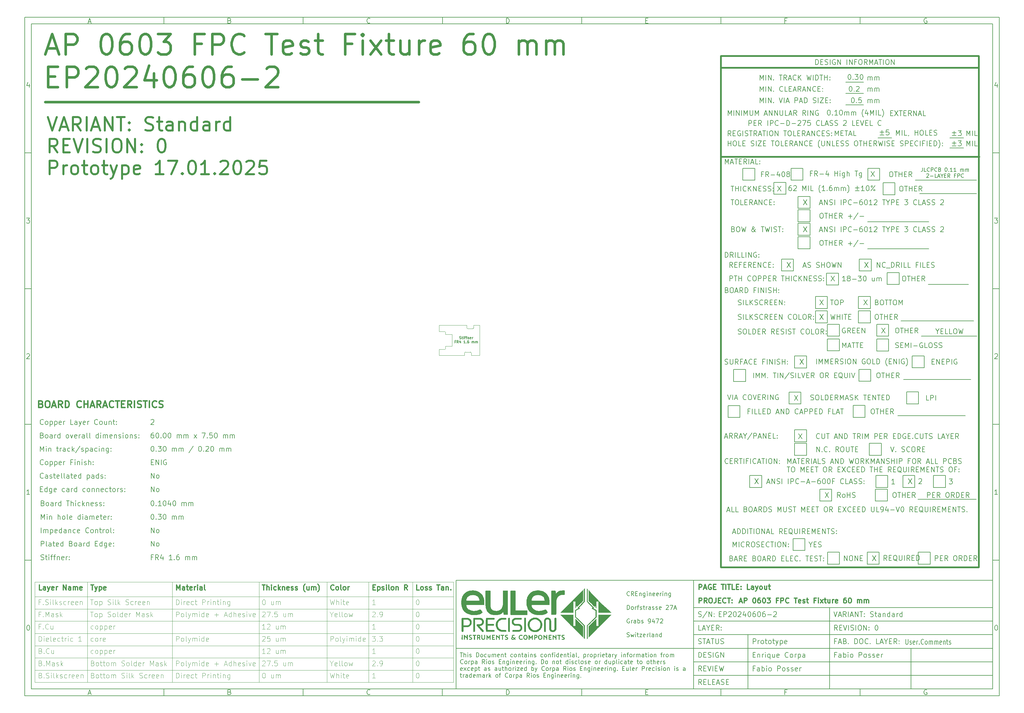
<source format=gbr>
%TF.GenerationSoftware,KiCad,Pcbnew,8.0.9-1.fc41*%
%TF.CreationDate,2025-03-16T15:34:32+01:00*%
%TF.ProjectId,0100_COVERSHEET,30313030-5f43-44f5-9645-525348454554,0*%
%TF.SameCoordinates,Original*%
%TF.FileFunction,Other,Comment*%
%FSLAX46Y46*%
G04 Gerber Fmt 4.6, Leading zero omitted, Abs format (unit mm)*
G04 Created by KiCad (PCBNEW 8.0.9-1.fc41) date 2025-03-16 15:34:32*
%MOMM*%
%LPD*%
G01*
G04 APERTURE LIST*
%ADD10C,0.100000*%
%ADD11C,0.150000*%
%ADD12C,0.300000*%
%ADD13C,0.750000*%
%ADD14C,0.600000*%
%ADD15C,0.000001*%
%ADD16C,0.203200*%
%ADD17C,0.508000*%
%ADD18C,0.200000*%
%ADD19C,0.400000*%
G04 APERTURE END LIST*
D10*
D11*
X7000000Y-203000000D02*
X290000000Y-203000000D01*
X290000000Y-7000000D01*
X7000000Y-7000000D01*
X7000000Y-203000000D01*
D10*
D11*
X132000000Y-171000000D02*
X290000000Y-171000000D01*
X290000000Y-203000000D01*
X132000000Y-203000000D01*
X132000000Y-171000000D01*
D10*
D11*
X202000000Y-203000000D02*
X202000000Y-171000000D01*
D10*
D11*
X290000000Y-199000000D02*
X202000000Y-199000000D01*
D10*
D11*
X290000000Y-195000000D02*
X202000000Y-195000000D01*
D10*
D11*
X290000000Y-191000000D02*
X201000000Y-191000000D01*
D10*
D11*
X290000000Y-187000000D02*
X202000000Y-187000000D01*
D10*
D11*
X290000000Y-183000000D02*
X202000000Y-183000000D01*
D10*
D11*
X290000000Y-179000000D02*
X202000000Y-179000000D01*
D10*
D11*
X266000000Y-203000000D02*
X266000000Y-191000000D01*
D10*
D11*
X242000000Y-203000000D02*
X242000000Y-179000000D01*
D10*
D11*
X218000000Y-203000000D02*
X218000000Y-187000000D01*
D10*
D12*
X203556710Y-173685528D02*
X203556710Y-172185528D01*
X203556710Y-172185528D02*
X204128139Y-172185528D01*
X204128139Y-172185528D02*
X204270996Y-172256957D01*
X204270996Y-172256957D02*
X204342425Y-172328385D01*
X204342425Y-172328385D02*
X204413853Y-172471242D01*
X204413853Y-172471242D02*
X204413853Y-172685528D01*
X204413853Y-172685528D02*
X204342425Y-172828385D01*
X204342425Y-172828385D02*
X204270996Y-172899814D01*
X204270996Y-172899814D02*
X204128139Y-172971242D01*
X204128139Y-172971242D02*
X203556710Y-172971242D01*
X204985282Y-173256957D02*
X205699568Y-173256957D01*
X204842425Y-173685528D02*
X205342425Y-172185528D01*
X205342425Y-172185528D02*
X205842425Y-173685528D01*
X207128139Y-172256957D02*
X206985282Y-172185528D01*
X206985282Y-172185528D02*
X206770996Y-172185528D01*
X206770996Y-172185528D02*
X206556710Y-172256957D01*
X206556710Y-172256957D02*
X206413853Y-172399814D01*
X206413853Y-172399814D02*
X206342424Y-172542671D01*
X206342424Y-172542671D02*
X206270996Y-172828385D01*
X206270996Y-172828385D02*
X206270996Y-173042671D01*
X206270996Y-173042671D02*
X206342424Y-173328385D01*
X206342424Y-173328385D02*
X206413853Y-173471242D01*
X206413853Y-173471242D02*
X206556710Y-173614100D01*
X206556710Y-173614100D02*
X206770996Y-173685528D01*
X206770996Y-173685528D02*
X206913853Y-173685528D01*
X206913853Y-173685528D02*
X207128139Y-173614100D01*
X207128139Y-173614100D02*
X207199567Y-173542671D01*
X207199567Y-173542671D02*
X207199567Y-173042671D01*
X207199567Y-173042671D02*
X206913853Y-173042671D01*
X207842424Y-172899814D02*
X208342424Y-172899814D01*
X208556710Y-173685528D02*
X207842424Y-173685528D01*
X207842424Y-173685528D02*
X207842424Y-172185528D01*
X207842424Y-172185528D02*
X208556710Y-172185528D01*
X210128139Y-172185528D02*
X210985282Y-172185528D01*
X210556710Y-173685528D02*
X210556710Y-172185528D01*
X211485281Y-173685528D02*
X211485281Y-172185528D01*
X211985282Y-172185528D02*
X212842425Y-172185528D01*
X212413853Y-173685528D02*
X212413853Y-172185528D01*
X214056710Y-173685528D02*
X213342424Y-173685528D01*
X213342424Y-173685528D02*
X213342424Y-172185528D01*
X214556710Y-172899814D02*
X215056710Y-172899814D01*
X215270996Y-173685528D02*
X214556710Y-173685528D01*
X214556710Y-173685528D02*
X214556710Y-172185528D01*
X214556710Y-172185528D02*
X215270996Y-172185528D01*
X215913853Y-173542671D02*
X215985282Y-173614100D01*
X215985282Y-173614100D02*
X215913853Y-173685528D01*
X215913853Y-173685528D02*
X215842425Y-173614100D01*
X215842425Y-173614100D02*
X215913853Y-173542671D01*
X215913853Y-173542671D02*
X215913853Y-173685528D01*
X215913853Y-172756957D02*
X215985282Y-172828385D01*
X215985282Y-172828385D02*
X215913853Y-172899814D01*
X215913853Y-172899814D02*
X215842425Y-172828385D01*
X215842425Y-172828385D02*
X215913853Y-172756957D01*
X215913853Y-172756957D02*
X215913853Y-172899814D01*
X218485282Y-173685528D02*
X217770996Y-173685528D01*
X217770996Y-173685528D02*
X217770996Y-172185528D01*
X219628140Y-173685528D02*
X219628140Y-172899814D01*
X219628140Y-172899814D02*
X219556711Y-172756957D01*
X219556711Y-172756957D02*
X219413854Y-172685528D01*
X219413854Y-172685528D02*
X219128140Y-172685528D01*
X219128140Y-172685528D02*
X218985282Y-172756957D01*
X219628140Y-173614100D02*
X219485282Y-173685528D01*
X219485282Y-173685528D02*
X219128140Y-173685528D01*
X219128140Y-173685528D02*
X218985282Y-173614100D01*
X218985282Y-173614100D02*
X218913854Y-173471242D01*
X218913854Y-173471242D02*
X218913854Y-173328385D01*
X218913854Y-173328385D02*
X218985282Y-173185528D01*
X218985282Y-173185528D02*
X219128140Y-173114100D01*
X219128140Y-173114100D02*
X219485282Y-173114100D01*
X219485282Y-173114100D02*
X219628140Y-173042671D01*
X220199568Y-172685528D02*
X220556711Y-173685528D01*
X220913854Y-172685528D02*
X220556711Y-173685528D01*
X220556711Y-173685528D02*
X220413854Y-174042671D01*
X220413854Y-174042671D02*
X220342425Y-174114100D01*
X220342425Y-174114100D02*
X220199568Y-174185528D01*
X221699568Y-173685528D02*
X221556711Y-173614100D01*
X221556711Y-173614100D02*
X221485282Y-173542671D01*
X221485282Y-173542671D02*
X221413854Y-173399814D01*
X221413854Y-173399814D02*
X221413854Y-172971242D01*
X221413854Y-172971242D02*
X221485282Y-172828385D01*
X221485282Y-172828385D02*
X221556711Y-172756957D01*
X221556711Y-172756957D02*
X221699568Y-172685528D01*
X221699568Y-172685528D02*
X221913854Y-172685528D01*
X221913854Y-172685528D02*
X222056711Y-172756957D01*
X222056711Y-172756957D02*
X222128140Y-172828385D01*
X222128140Y-172828385D02*
X222199568Y-172971242D01*
X222199568Y-172971242D02*
X222199568Y-173399814D01*
X222199568Y-173399814D02*
X222128140Y-173542671D01*
X222128140Y-173542671D02*
X222056711Y-173614100D01*
X222056711Y-173614100D02*
X221913854Y-173685528D01*
X221913854Y-173685528D02*
X221699568Y-173685528D01*
X223485283Y-172685528D02*
X223485283Y-173685528D01*
X222842425Y-172685528D02*
X222842425Y-173471242D01*
X222842425Y-173471242D02*
X222913854Y-173614100D01*
X222913854Y-173614100D02*
X223056711Y-173685528D01*
X223056711Y-173685528D02*
X223270997Y-173685528D01*
X223270997Y-173685528D02*
X223413854Y-173614100D01*
X223413854Y-173614100D02*
X223485283Y-173542671D01*
X223985283Y-172685528D02*
X224556711Y-172685528D01*
X224199568Y-172185528D02*
X224199568Y-173471242D01*
X224199568Y-173471242D02*
X224270997Y-173614100D01*
X224270997Y-173614100D02*
X224413854Y-173685528D01*
X224413854Y-173685528D02*
X224556711Y-173685528D01*
D10*
D11*
X201000000Y-191000000D02*
X132000000Y-191000000D01*
D10*
D12*
X203554510Y-177678328D02*
X203554510Y-176178328D01*
X203554510Y-176178328D02*
X204125939Y-176178328D01*
X204125939Y-176178328D02*
X204268796Y-176249757D01*
X204268796Y-176249757D02*
X204340225Y-176321185D01*
X204340225Y-176321185D02*
X204411653Y-176464042D01*
X204411653Y-176464042D02*
X204411653Y-176678328D01*
X204411653Y-176678328D02*
X204340225Y-176821185D01*
X204340225Y-176821185D02*
X204268796Y-176892614D01*
X204268796Y-176892614D02*
X204125939Y-176964042D01*
X204125939Y-176964042D02*
X203554510Y-176964042D01*
X205911653Y-177678328D02*
X205411653Y-176964042D01*
X205054510Y-177678328D02*
X205054510Y-176178328D01*
X205054510Y-176178328D02*
X205625939Y-176178328D01*
X205625939Y-176178328D02*
X205768796Y-176249757D01*
X205768796Y-176249757D02*
X205840225Y-176321185D01*
X205840225Y-176321185D02*
X205911653Y-176464042D01*
X205911653Y-176464042D02*
X205911653Y-176678328D01*
X205911653Y-176678328D02*
X205840225Y-176821185D01*
X205840225Y-176821185D02*
X205768796Y-176892614D01*
X205768796Y-176892614D02*
X205625939Y-176964042D01*
X205625939Y-176964042D02*
X205054510Y-176964042D01*
X206840225Y-176178328D02*
X207125939Y-176178328D01*
X207125939Y-176178328D02*
X207268796Y-176249757D01*
X207268796Y-176249757D02*
X207411653Y-176392614D01*
X207411653Y-176392614D02*
X207483082Y-176678328D01*
X207483082Y-176678328D02*
X207483082Y-177178328D01*
X207483082Y-177178328D02*
X207411653Y-177464042D01*
X207411653Y-177464042D02*
X207268796Y-177606900D01*
X207268796Y-177606900D02*
X207125939Y-177678328D01*
X207125939Y-177678328D02*
X206840225Y-177678328D01*
X206840225Y-177678328D02*
X206697368Y-177606900D01*
X206697368Y-177606900D02*
X206554510Y-177464042D01*
X206554510Y-177464042D02*
X206483082Y-177178328D01*
X206483082Y-177178328D02*
X206483082Y-176678328D01*
X206483082Y-176678328D02*
X206554510Y-176392614D01*
X206554510Y-176392614D02*
X206697368Y-176249757D01*
X206697368Y-176249757D02*
X206840225Y-176178328D01*
X208554511Y-176178328D02*
X208554511Y-177249757D01*
X208554511Y-177249757D02*
X208483082Y-177464042D01*
X208483082Y-177464042D02*
X208340225Y-177606900D01*
X208340225Y-177606900D02*
X208125939Y-177678328D01*
X208125939Y-177678328D02*
X207983082Y-177678328D01*
X209268796Y-176892614D02*
X209768796Y-176892614D01*
X209983082Y-177678328D02*
X209268796Y-177678328D01*
X209268796Y-177678328D02*
X209268796Y-176178328D01*
X209268796Y-176178328D02*
X209983082Y-176178328D01*
X211483082Y-177535471D02*
X211411654Y-177606900D01*
X211411654Y-177606900D02*
X211197368Y-177678328D01*
X211197368Y-177678328D02*
X211054511Y-177678328D01*
X211054511Y-177678328D02*
X210840225Y-177606900D01*
X210840225Y-177606900D02*
X210697368Y-177464042D01*
X210697368Y-177464042D02*
X210625939Y-177321185D01*
X210625939Y-177321185D02*
X210554511Y-177035471D01*
X210554511Y-177035471D02*
X210554511Y-176821185D01*
X210554511Y-176821185D02*
X210625939Y-176535471D01*
X210625939Y-176535471D02*
X210697368Y-176392614D01*
X210697368Y-176392614D02*
X210840225Y-176249757D01*
X210840225Y-176249757D02*
X211054511Y-176178328D01*
X211054511Y-176178328D02*
X211197368Y-176178328D01*
X211197368Y-176178328D02*
X211411654Y-176249757D01*
X211411654Y-176249757D02*
X211483082Y-176321185D01*
X211911654Y-176178328D02*
X212768797Y-176178328D01*
X212340225Y-177678328D02*
X212340225Y-176178328D01*
X213268796Y-177535471D02*
X213340225Y-177606900D01*
X213340225Y-177606900D02*
X213268796Y-177678328D01*
X213268796Y-177678328D02*
X213197368Y-177606900D01*
X213197368Y-177606900D02*
X213268796Y-177535471D01*
X213268796Y-177535471D02*
X213268796Y-177678328D01*
X213268796Y-176749757D02*
X213340225Y-176821185D01*
X213340225Y-176821185D02*
X213268796Y-176892614D01*
X213268796Y-176892614D02*
X213197368Y-176821185D01*
X213197368Y-176821185D02*
X213268796Y-176749757D01*
X213268796Y-176749757D02*
X213268796Y-176892614D01*
D10*
D11*
X203384398Y-181614700D02*
X203598684Y-181686128D01*
X203598684Y-181686128D02*
X203955826Y-181686128D01*
X203955826Y-181686128D02*
X204098684Y-181614700D01*
X204098684Y-181614700D02*
X204170112Y-181543271D01*
X204170112Y-181543271D02*
X204241541Y-181400414D01*
X204241541Y-181400414D02*
X204241541Y-181257557D01*
X204241541Y-181257557D02*
X204170112Y-181114700D01*
X204170112Y-181114700D02*
X204098684Y-181043271D01*
X204098684Y-181043271D02*
X203955826Y-180971842D01*
X203955826Y-180971842D02*
X203670112Y-180900414D01*
X203670112Y-180900414D02*
X203527255Y-180828985D01*
X203527255Y-180828985D02*
X203455826Y-180757557D01*
X203455826Y-180757557D02*
X203384398Y-180614700D01*
X203384398Y-180614700D02*
X203384398Y-180471842D01*
X203384398Y-180471842D02*
X203455826Y-180328985D01*
X203455826Y-180328985D02*
X203527255Y-180257557D01*
X203527255Y-180257557D02*
X203670112Y-180186128D01*
X203670112Y-180186128D02*
X204027255Y-180186128D01*
X204027255Y-180186128D02*
X204241541Y-180257557D01*
X205955826Y-180114700D02*
X204670112Y-182043271D01*
X206455826Y-181686128D02*
X206455826Y-180186128D01*
X206455826Y-180186128D02*
X207312969Y-181686128D01*
X207312969Y-181686128D02*
X207312969Y-180186128D01*
X208027255Y-181543271D02*
X208098684Y-181614700D01*
X208098684Y-181614700D02*
X208027255Y-181686128D01*
X208027255Y-181686128D02*
X207955827Y-181614700D01*
X207955827Y-181614700D02*
X208027255Y-181543271D01*
X208027255Y-181543271D02*
X208027255Y-181686128D01*
X208027255Y-180757557D02*
X208098684Y-180828985D01*
X208098684Y-180828985D02*
X208027255Y-180900414D01*
X208027255Y-180900414D02*
X207955827Y-180828985D01*
X207955827Y-180828985D02*
X208027255Y-180757557D01*
X208027255Y-180757557D02*
X208027255Y-180900414D01*
D10*
D11*
X203455826Y-193686128D02*
X203455826Y-192186128D01*
X203455826Y-192186128D02*
X203812969Y-192186128D01*
X203812969Y-192186128D02*
X204027255Y-192257557D01*
X204027255Y-192257557D02*
X204170112Y-192400414D01*
X204170112Y-192400414D02*
X204241541Y-192543271D01*
X204241541Y-192543271D02*
X204312969Y-192828985D01*
X204312969Y-192828985D02*
X204312969Y-193043271D01*
X204312969Y-193043271D02*
X204241541Y-193328985D01*
X204241541Y-193328985D02*
X204170112Y-193471842D01*
X204170112Y-193471842D02*
X204027255Y-193614700D01*
X204027255Y-193614700D02*
X203812969Y-193686128D01*
X203812969Y-193686128D02*
X203455826Y-193686128D01*
X204955826Y-192900414D02*
X205455826Y-192900414D01*
X205670112Y-193686128D02*
X204955826Y-193686128D01*
X204955826Y-193686128D02*
X204955826Y-192186128D01*
X204955826Y-192186128D02*
X205670112Y-192186128D01*
X206241541Y-193614700D02*
X206455827Y-193686128D01*
X206455827Y-193686128D02*
X206812969Y-193686128D01*
X206812969Y-193686128D02*
X206955827Y-193614700D01*
X206955827Y-193614700D02*
X207027255Y-193543271D01*
X207027255Y-193543271D02*
X207098684Y-193400414D01*
X207098684Y-193400414D02*
X207098684Y-193257557D01*
X207098684Y-193257557D02*
X207027255Y-193114700D01*
X207027255Y-193114700D02*
X206955827Y-193043271D01*
X206955827Y-193043271D02*
X206812969Y-192971842D01*
X206812969Y-192971842D02*
X206527255Y-192900414D01*
X206527255Y-192900414D02*
X206384398Y-192828985D01*
X206384398Y-192828985D02*
X206312969Y-192757557D01*
X206312969Y-192757557D02*
X206241541Y-192614700D01*
X206241541Y-192614700D02*
X206241541Y-192471842D01*
X206241541Y-192471842D02*
X206312969Y-192328985D01*
X206312969Y-192328985D02*
X206384398Y-192257557D01*
X206384398Y-192257557D02*
X206527255Y-192186128D01*
X206527255Y-192186128D02*
X206884398Y-192186128D01*
X206884398Y-192186128D02*
X207098684Y-192257557D01*
X207741540Y-193686128D02*
X207741540Y-192186128D01*
X209241541Y-192257557D02*
X209098684Y-192186128D01*
X209098684Y-192186128D02*
X208884398Y-192186128D01*
X208884398Y-192186128D02*
X208670112Y-192257557D01*
X208670112Y-192257557D02*
X208527255Y-192400414D01*
X208527255Y-192400414D02*
X208455826Y-192543271D01*
X208455826Y-192543271D02*
X208384398Y-192828985D01*
X208384398Y-192828985D02*
X208384398Y-193043271D01*
X208384398Y-193043271D02*
X208455826Y-193328985D01*
X208455826Y-193328985D02*
X208527255Y-193471842D01*
X208527255Y-193471842D02*
X208670112Y-193614700D01*
X208670112Y-193614700D02*
X208884398Y-193686128D01*
X208884398Y-193686128D02*
X209027255Y-193686128D01*
X209027255Y-193686128D02*
X209241541Y-193614700D01*
X209241541Y-193614700D02*
X209312969Y-193543271D01*
X209312969Y-193543271D02*
X209312969Y-193043271D01*
X209312969Y-193043271D02*
X209027255Y-193043271D01*
X209955826Y-193686128D02*
X209955826Y-192186128D01*
X209955826Y-192186128D02*
X210812969Y-193686128D01*
X210812969Y-193686128D02*
X210812969Y-192186128D01*
D10*
D11*
X204312969Y-197686128D02*
X203812969Y-196971842D01*
X203455826Y-197686128D02*
X203455826Y-196186128D01*
X203455826Y-196186128D02*
X204027255Y-196186128D01*
X204027255Y-196186128D02*
X204170112Y-196257557D01*
X204170112Y-196257557D02*
X204241541Y-196328985D01*
X204241541Y-196328985D02*
X204312969Y-196471842D01*
X204312969Y-196471842D02*
X204312969Y-196686128D01*
X204312969Y-196686128D02*
X204241541Y-196828985D01*
X204241541Y-196828985D02*
X204170112Y-196900414D01*
X204170112Y-196900414D02*
X204027255Y-196971842D01*
X204027255Y-196971842D02*
X203455826Y-196971842D01*
X204955826Y-196900414D02*
X205455826Y-196900414D01*
X205670112Y-197686128D02*
X204955826Y-197686128D01*
X204955826Y-197686128D02*
X204955826Y-196186128D01*
X204955826Y-196186128D02*
X205670112Y-196186128D01*
X206098684Y-196186128D02*
X206598684Y-197686128D01*
X206598684Y-197686128D02*
X207098684Y-196186128D01*
X207598683Y-197686128D02*
X207598683Y-196186128D01*
X208312969Y-196900414D02*
X208812969Y-196900414D01*
X209027255Y-197686128D02*
X208312969Y-197686128D01*
X208312969Y-197686128D02*
X208312969Y-196186128D01*
X208312969Y-196186128D02*
X209027255Y-196186128D01*
X209527255Y-196186128D02*
X209884398Y-197686128D01*
X209884398Y-197686128D02*
X210170112Y-196614700D01*
X210170112Y-196614700D02*
X210455827Y-197686128D01*
X210455827Y-197686128D02*
X210812970Y-196186128D01*
D10*
D11*
X204312969Y-201686128D02*
X203812969Y-200971842D01*
X203455826Y-201686128D02*
X203455826Y-200186128D01*
X203455826Y-200186128D02*
X204027255Y-200186128D01*
X204027255Y-200186128D02*
X204170112Y-200257557D01*
X204170112Y-200257557D02*
X204241541Y-200328985D01*
X204241541Y-200328985D02*
X204312969Y-200471842D01*
X204312969Y-200471842D02*
X204312969Y-200686128D01*
X204312969Y-200686128D02*
X204241541Y-200828985D01*
X204241541Y-200828985D02*
X204170112Y-200900414D01*
X204170112Y-200900414D02*
X204027255Y-200971842D01*
X204027255Y-200971842D02*
X203455826Y-200971842D01*
X204955826Y-200900414D02*
X205455826Y-200900414D01*
X205670112Y-201686128D02*
X204955826Y-201686128D01*
X204955826Y-201686128D02*
X204955826Y-200186128D01*
X204955826Y-200186128D02*
X205670112Y-200186128D01*
X207027255Y-201686128D02*
X206312969Y-201686128D01*
X206312969Y-201686128D02*
X206312969Y-200186128D01*
X207527255Y-200900414D02*
X208027255Y-200900414D01*
X208241541Y-201686128D02*
X207527255Y-201686128D01*
X207527255Y-201686128D02*
X207527255Y-200186128D01*
X207527255Y-200186128D02*
X208241541Y-200186128D01*
X208812970Y-201257557D02*
X209527256Y-201257557D01*
X208670113Y-201686128D02*
X209170113Y-200186128D01*
X209170113Y-200186128D02*
X209670113Y-201686128D01*
X210098684Y-201614700D02*
X210312970Y-201686128D01*
X210312970Y-201686128D02*
X210670112Y-201686128D01*
X210670112Y-201686128D02*
X210812970Y-201614700D01*
X210812970Y-201614700D02*
X210884398Y-201543271D01*
X210884398Y-201543271D02*
X210955827Y-201400414D01*
X210955827Y-201400414D02*
X210955827Y-201257557D01*
X210955827Y-201257557D02*
X210884398Y-201114700D01*
X210884398Y-201114700D02*
X210812970Y-201043271D01*
X210812970Y-201043271D02*
X210670112Y-200971842D01*
X210670112Y-200971842D02*
X210384398Y-200900414D01*
X210384398Y-200900414D02*
X210241541Y-200828985D01*
X210241541Y-200828985D02*
X210170112Y-200757557D01*
X210170112Y-200757557D02*
X210098684Y-200614700D01*
X210098684Y-200614700D02*
X210098684Y-200471842D01*
X210098684Y-200471842D02*
X210170112Y-200328985D01*
X210170112Y-200328985D02*
X210241541Y-200257557D01*
X210241541Y-200257557D02*
X210384398Y-200186128D01*
X210384398Y-200186128D02*
X210741541Y-200186128D01*
X210741541Y-200186128D02*
X210955827Y-200257557D01*
X211598683Y-200900414D02*
X212098683Y-200900414D01*
X212312969Y-201686128D02*
X211598683Y-201686128D01*
X211598683Y-201686128D02*
X211598683Y-200186128D01*
X211598683Y-200186128D02*
X212312969Y-200186128D01*
D10*
D11*
X243241541Y-180186128D02*
X243741541Y-181686128D01*
X243741541Y-181686128D02*
X244241541Y-180186128D01*
X244670112Y-181257557D02*
X245384398Y-181257557D01*
X244527255Y-181686128D02*
X245027255Y-180186128D01*
X245027255Y-180186128D02*
X245527255Y-181686128D01*
X246884397Y-181686128D02*
X246384397Y-180971842D01*
X246027254Y-181686128D02*
X246027254Y-180186128D01*
X246027254Y-180186128D02*
X246598683Y-180186128D01*
X246598683Y-180186128D02*
X246741540Y-180257557D01*
X246741540Y-180257557D02*
X246812969Y-180328985D01*
X246812969Y-180328985D02*
X246884397Y-180471842D01*
X246884397Y-180471842D02*
X246884397Y-180686128D01*
X246884397Y-180686128D02*
X246812969Y-180828985D01*
X246812969Y-180828985D02*
X246741540Y-180900414D01*
X246741540Y-180900414D02*
X246598683Y-180971842D01*
X246598683Y-180971842D02*
X246027254Y-180971842D01*
X247527254Y-181686128D02*
X247527254Y-180186128D01*
X248170112Y-181257557D02*
X248884398Y-181257557D01*
X248027255Y-181686128D02*
X248527255Y-180186128D01*
X248527255Y-180186128D02*
X249027255Y-181686128D01*
X249527254Y-181686128D02*
X249527254Y-180186128D01*
X249527254Y-180186128D02*
X250384397Y-181686128D01*
X250384397Y-181686128D02*
X250384397Y-180186128D01*
X250884398Y-180186128D02*
X251741541Y-180186128D01*
X251312969Y-181686128D02*
X251312969Y-180186128D01*
X252241540Y-181543271D02*
X252312969Y-181614700D01*
X252312969Y-181614700D02*
X252241540Y-181686128D01*
X252241540Y-181686128D02*
X252170112Y-181614700D01*
X252170112Y-181614700D02*
X252241540Y-181543271D01*
X252241540Y-181543271D02*
X252241540Y-181686128D01*
X252241540Y-180757557D02*
X252312969Y-180828985D01*
X252312969Y-180828985D02*
X252241540Y-180900414D01*
X252241540Y-180900414D02*
X252170112Y-180828985D01*
X252170112Y-180828985D02*
X252241540Y-180757557D01*
X252241540Y-180757557D02*
X252241540Y-180900414D01*
X254027255Y-181614700D02*
X254241541Y-181686128D01*
X254241541Y-181686128D02*
X254598683Y-181686128D01*
X254598683Y-181686128D02*
X254741541Y-181614700D01*
X254741541Y-181614700D02*
X254812969Y-181543271D01*
X254812969Y-181543271D02*
X254884398Y-181400414D01*
X254884398Y-181400414D02*
X254884398Y-181257557D01*
X254884398Y-181257557D02*
X254812969Y-181114700D01*
X254812969Y-181114700D02*
X254741541Y-181043271D01*
X254741541Y-181043271D02*
X254598683Y-180971842D01*
X254598683Y-180971842D02*
X254312969Y-180900414D01*
X254312969Y-180900414D02*
X254170112Y-180828985D01*
X254170112Y-180828985D02*
X254098683Y-180757557D01*
X254098683Y-180757557D02*
X254027255Y-180614700D01*
X254027255Y-180614700D02*
X254027255Y-180471842D01*
X254027255Y-180471842D02*
X254098683Y-180328985D01*
X254098683Y-180328985D02*
X254170112Y-180257557D01*
X254170112Y-180257557D02*
X254312969Y-180186128D01*
X254312969Y-180186128D02*
X254670112Y-180186128D01*
X254670112Y-180186128D02*
X254884398Y-180257557D01*
X255312969Y-180686128D02*
X255884397Y-180686128D01*
X255527254Y-180186128D02*
X255527254Y-181471842D01*
X255527254Y-181471842D02*
X255598683Y-181614700D01*
X255598683Y-181614700D02*
X255741540Y-181686128D01*
X255741540Y-181686128D02*
X255884397Y-181686128D01*
X257027255Y-181686128D02*
X257027255Y-180900414D01*
X257027255Y-180900414D02*
X256955826Y-180757557D01*
X256955826Y-180757557D02*
X256812969Y-180686128D01*
X256812969Y-180686128D02*
X256527255Y-180686128D01*
X256527255Y-180686128D02*
X256384397Y-180757557D01*
X257027255Y-181614700D02*
X256884397Y-181686128D01*
X256884397Y-181686128D02*
X256527255Y-181686128D01*
X256527255Y-181686128D02*
X256384397Y-181614700D01*
X256384397Y-181614700D02*
X256312969Y-181471842D01*
X256312969Y-181471842D02*
X256312969Y-181328985D01*
X256312969Y-181328985D02*
X256384397Y-181186128D01*
X256384397Y-181186128D02*
X256527255Y-181114700D01*
X256527255Y-181114700D02*
X256884397Y-181114700D01*
X256884397Y-181114700D02*
X257027255Y-181043271D01*
X257741540Y-180686128D02*
X257741540Y-181686128D01*
X257741540Y-180828985D02*
X257812969Y-180757557D01*
X257812969Y-180757557D02*
X257955826Y-180686128D01*
X257955826Y-180686128D02*
X258170112Y-180686128D01*
X258170112Y-180686128D02*
X258312969Y-180757557D01*
X258312969Y-180757557D02*
X258384398Y-180900414D01*
X258384398Y-180900414D02*
X258384398Y-181686128D01*
X259741541Y-181686128D02*
X259741541Y-180186128D01*
X259741541Y-181614700D02*
X259598683Y-181686128D01*
X259598683Y-181686128D02*
X259312969Y-181686128D01*
X259312969Y-181686128D02*
X259170112Y-181614700D01*
X259170112Y-181614700D02*
X259098683Y-181543271D01*
X259098683Y-181543271D02*
X259027255Y-181400414D01*
X259027255Y-181400414D02*
X259027255Y-180971842D01*
X259027255Y-180971842D02*
X259098683Y-180828985D01*
X259098683Y-180828985D02*
X259170112Y-180757557D01*
X259170112Y-180757557D02*
X259312969Y-180686128D01*
X259312969Y-180686128D02*
X259598683Y-180686128D01*
X259598683Y-180686128D02*
X259741541Y-180757557D01*
X261098684Y-181686128D02*
X261098684Y-180900414D01*
X261098684Y-180900414D02*
X261027255Y-180757557D01*
X261027255Y-180757557D02*
X260884398Y-180686128D01*
X260884398Y-180686128D02*
X260598684Y-180686128D01*
X260598684Y-180686128D02*
X260455826Y-180757557D01*
X261098684Y-181614700D02*
X260955826Y-181686128D01*
X260955826Y-181686128D02*
X260598684Y-181686128D01*
X260598684Y-181686128D02*
X260455826Y-181614700D01*
X260455826Y-181614700D02*
X260384398Y-181471842D01*
X260384398Y-181471842D02*
X260384398Y-181328985D01*
X260384398Y-181328985D02*
X260455826Y-181186128D01*
X260455826Y-181186128D02*
X260598684Y-181114700D01*
X260598684Y-181114700D02*
X260955826Y-181114700D01*
X260955826Y-181114700D02*
X261098684Y-181043271D01*
X261812969Y-181686128D02*
X261812969Y-180686128D01*
X261812969Y-180971842D02*
X261884398Y-180828985D01*
X261884398Y-180828985D02*
X261955827Y-180757557D01*
X261955827Y-180757557D02*
X262098684Y-180686128D01*
X262098684Y-180686128D02*
X262241541Y-180686128D01*
X263384398Y-181686128D02*
X263384398Y-180186128D01*
X263384398Y-181614700D02*
X263241540Y-181686128D01*
X263241540Y-181686128D02*
X262955826Y-181686128D01*
X262955826Y-181686128D02*
X262812969Y-181614700D01*
X262812969Y-181614700D02*
X262741540Y-181543271D01*
X262741540Y-181543271D02*
X262670112Y-181400414D01*
X262670112Y-181400414D02*
X262670112Y-180971842D01*
X262670112Y-180971842D02*
X262741540Y-180828985D01*
X262741540Y-180828985D02*
X262812969Y-180757557D01*
X262812969Y-180757557D02*
X262955826Y-180686128D01*
X262955826Y-180686128D02*
X263241540Y-180686128D01*
X263241540Y-180686128D02*
X263384398Y-180757557D01*
D10*
D11*
X244312969Y-185686128D02*
X243812969Y-184971842D01*
X243455826Y-185686128D02*
X243455826Y-184186128D01*
X243455826Y-184186128D02*
X244027255Y-184186128D01*
X244027255Y-184186128D02*
X244170112Y-184257557D01*
X244170112Y-184257557D02*
X244241541Y-184328985D01*
X244241541Y-184328985D02*
X244312969Y-184471842D01*
X244312969Y-184471842D02*
X244312969Y-184686128D01*
X244312969Y-184686128D02*
X244241541Y-184828985D01*
X244241541Y-184828985D02*
X244170112Y-184900414D01*
X244170112Y-184900414D02*
X244027255Y-184971842D01*
X244027255Y-184971842D02*
X243455826Y-184971842D01*
X244955826Y-184900414D02*
X245455826Y-184900414D01*
X245670112Y-185686128D02*
X244955826Y-185686128D01*
X244955826Y-185686128D02*
X244955826Y-184186128D01*
X244955826Y-184186128D02*
X245670112Y-184186128D01*
X246098684Y-184186128D02*
X246598684Y-185686128D01*
X246598684Y-185686128D02*
X247098684Y-184186128D01*
X247598683Y-185686128D02*
X247598683Y-184186128D01*
X248241541Y-185614700D02*
X248455827Y-185686128D01*
X248455827Y-185686128D02*
X248812969Y-185686128D01*
X248812969Y-185686128D02*
X248955827Y-185614700D01*
X248955827Y-185614700D02*
X249027255Y-185543271D01*
X249027255Y-185543271D02*
X249098684Y-185400414D01*
X249098684Y-185400414D02*
X249098684Y-185257557D01*
X249098684Y-185257557D02*
X249027255Y-185114700D01*
X249027255Y-185114700D02*
X248955827Y-185043271D01*
X248955827Y-185043271D02*
X248812969Y-184971842D01*
X248812969Y-184971842D02*
X248527255Y-184900414D01*
X248527255Y-184900414D02*
X248384398Y-184828985D01*
X248384398Y-184828985D02*
X248312969Y-184757557D01*
X248312969Y-184757557D02*
X248241541Y-184614700D01*
X248241541Y-184614700D02*
X248241541Y-184471842D01*
X248241541Y-184471842D02*
X248312969Y-184328985D01*
X248312969Y-184328985D02*
X248384398Y-184257557D01*
X248384398Y-184257557D02*
X248527255Y-184186128D01*
X248527255Y-184186128D02*
X248884398Y-184186128D01*
X248884398Y-184186128D02*
X249098684Y-184257557D01*
X249741540Y-185686128D02*
X249741540Y-184186128D01*
X250741541Y-184186128D02*
X251027255Y-184186128D01*
X251027255Y-184186128D02*
X251170112Y-184257557D01*
X251170112Y-184257557D02*
X251312969Y-184400414D01*
X251312969Y-184400414D02*
X251384398Y-184686128D01*
X251384398Y-184686128D02*
X251384398Y-185186128D01*
X251384398Y-185186128D02*
X251312969Y-185471842D01*
X251312969Y-185471842D02*
X251170112Y-185614700D01*
X251170112Y-185614700D02*
X251027255Y-185686128D01*
X251027255Y-185686128D02*
X250741541Y-185686128D01*
X250741541Y-185686128D02*
X250598684Y-185614700D01*
X250598684Y-185614700D02*
X250455826Y-185471842D01*
X250455826Y-185471842D02*
X250384398Y-185186128D01*
X250384398Y-185186128D02*
X250384398Y-184686128D01*
X250384398Y-184686128D02*
X250455826Y-184400414D01*
X250455826Y-184400414D02*
X250598684Y-184257557D01*
X250598684Y-184257557D02*
X250741541Y-184186128D01*
X252027255Y-185686128D02*
X252027255Y-184186128D01*
X252027255Y-184186128D02*
X252884398Y-185686128D01*
X252884398Y-185686128D02*
X252884398Y-184186128D01*
X253598684Y-185543271D02*
X253670113Y-185614700D01*
X253670113Y-185614700D02*
X253598684Y-185686128D01*
X253598684Y-185686128D02*
X253527256Y-185614700D01*
X253527256Y-185614700D02*
X253598684Y-185543271D01*
X253598684Y-185543271D02*
X253598684Y-185686128D01*
X253598684Y-184757557D02*
X253670113Y-184828985D01*
X253670113Y-184828985D02*
X253598684Y-184900414D01*
X253598684Y-184900414D02*
X253527256Y-184828985D01*
X253527256Y-184828985D02*
X253598684Y-184757557D01*
X253598684Y-184757557D02*
X253598684Y-184900414D01*
X255741542Y-184186128D02*
X255884399Y-184186128D01*
X255884399Y-184186128D02*
X256027256Y-184257557D01*
X256027256Y-184257557D02*
X256098685Y-184328985D01*
X256098685Y-184328985D02*
X256170113Y-184471842D01*
X256170113Y-184471842D02*
X256241542Y-184757557D01*
X256241542Y-184757557D02*
X256241542Y-185114700D01*
X256241542Y-185114700D02*
X256170113Y-185400414D01*
X256170113Y-185400414D02*
X256098685Y-185543271D01*
X256098685Y-185543271D02*
X256027256Y-185614700D01*
X256027256Y-185614700D02*
X255884399Y-185686128D01*
X255884399Y-185686128D02*
X255741542Y-185686128D01*
X255741542Y-185686128D02*
X255598685Y-185614700D01*
X255598685Y-185614700D02*
X255527256Y-185543271D01*
X255527256Y-185543271D02*
X255455827Y-185400414D01*
X255455827Y-185400414D02*
X255384399Y-185114700D01*
X255384399Y-185114700D02*
X255384399Y-184757557D01*
X255384399Y-184757557D02*
X255455827Y-184471842D01*
X255455827Y-184471842D02*
X255527256Y-184328985D01*
X255527256Y-184328985D02*
X255598685Y-184257557D01*
X255598685Y-184257557D02*
X255741542Y-184186128D01*
D10*
D11*
X203384398Y-189614700D02*
X203598684Y-189686128D01*
X203598684Y-189686128D02*
X203955826Y-189686128D01*
X203955826Y-189686128D02*
X204098684Y-189614700D01*
X204098684Y-189614700D02*
X204170112Y-189543271D01*
X204170112Y-189543271D02*
X204241541Y-189400414D01*
X204241541Y-189400414D02*
X204241541Y-189257557D01*
X204241541Y-189257557D02*
X204170112Y-189114700D01*
X204170112Y-189114700D02*
X204098684Y-189043271D01*
X204098684Y-189043271D02*
X203955826Y-188971842D01*
X203955826Y-188971842D02*
X203670112Y-188900414D01*
X203670112Y-188900414D02*
X203527255Y-188828985D01*
X203527255Y-188828985D02*
X203455826Y-188757557D01*
X203455826Y-188757557D02*
X203384398Y-188614700D01*
X203384398Y-188614700D02*
X203384398Y-188471842D01*
X203384398Y-188471842D02*
X203455826Y-188328985D01*
X203455826Y-188328985D02*
X203527255Y-188257557D01*
X203527255Y-188257557D02*
X203670112Y-188186128D01*
X203670112Y-188186128D02*
X204027255Y-188186128D01*
X204027255Y-188186128D02*
X204241541Y-188257557D01*
X204670112Y-188186128D02*
X205527255Y-188186128D01*
X205098683Y-189686128D02*
X205098683Y-188186128D01*
X205955826Y-189257557D02*
X206670112Y-189257557D01*
X205812969Y-189686128D02*
X206312969Y-188186128D01*
X206312969Y-188186128D02*
X206812969Y-189686128D01*
X207098683Y-188186128D02*
X207955826Y-188186128D01*
X207527254Y-189686128D02*
X207527254Y-188186128D01*
X208455825Y-188186128D02*
X208455825Y-189400414D01*
X208455825Y-189400414D02*
X208527254Y-189543271D01*
X208527254Y-189543271D02*
X208598683Y-189614700D01*
X208598683Y-189614700D02*
X208741540Y-189686128D01*
X208741540Y-189686128D02*
X209027254Y-189686128D01*
X209027254Y-189686128D02*
X209170111Y-189614700D01*
X209170111Y-189614700D02*
X209241540Y-189543271D01*
X209241540Y-189543271D02*
X209312968Y-189400414D01*
X209312968Y-189400414D02*
X209312968Y-188186128D01*
X209955826Y-189614700D02*
X210170112Y-189686128D01*
X210170112Y-189686128D02*
X210527254Y-189686128D01*
X210527254Y-189686128D02*
X210670112Y-189614700D01*
X210670112Y-189614700D02*
X210741540Y-189543271D01*
X210741540Y-189543271D02*
X210812969Y-189400414D01*
X210812969Y-189400414D02*
X210812969Y-189257557D01*
X210812969Y-189257557D02*
X210741540Y-189114700D01*
X210741540Y-189114700D02*
X210670112Y-189043271D01*
X210670112Y-189043271D02*
X210527254Y-188971842D01*
X210527254Y-188971842D02*
X210241540Y-188900414D01*
X210241540Y-188900414D02*
X210098683Y-188828985D01*
X210098683Y-188828985D02*
X210027254Y-188757557D01*
X210027254Y-188757557D02*
X209955826Y-188614700D01*
X209955826Y-188614700D02*
X209955826Y-188471842D01*
X209955826Y-188471842D02*
X210027254Y-188328985D01*
X210027254Y-188328985D02*
X210098683Y-188257557D01*
X210098683Y-188257557D02*
X210241540Y-188186128D01*
X210241540Y-188186128D02*
X210598683Y-188186128D01*
X210598683Y-188186128D02*
X210812969Y-188257557D01*
D10*
D11*
X219455826Y-189686128D02*
X219455826Y-188186128D01*
X219455826Y-188186128D02*
X220027255Y-188186128D01*
X220027255Y-188186128D02*
X220170112Y-188257557D01*
X220170112Y-188257557D02*
X220241541Y-188328985D01*
X220241541Y-188328985D02*
X220312969Y-188471842D01*
X220312969Y-188471842D02*
X220312969Y-188686128D01*
X220312969Y-188686128D02*
X220241541Y-188828985D01*
X220241541Y-188828985D02*
X220170112Y-188900414D01*
X220170112Y-188900414D02*
X220027255Y-188971842D01*
X220027255Y-188971842D02*
X219455826Y-188971842D01*
X220955826Y-189686128D02*
X220955826Y-188686128D01*
X220955826Y-188971842D02*
X221027255Y-188828985D01*
X221027255Y-188828985D02*
X221098684Y-188757557D01*
X221098684Y-188757557D02*
X221241541Y-188686128D01*
X221241541Y-188686128D02*
X221384398Y-188686128D01*
X222098683Y-189686128D02*
X221955826Y-189614700D01*
X221955826Y-189614700D02*
X221884397Y-189543271D01*
X221884397Y-189543271D02*
X221812969Y-189400414D01*
X221812969Y-189400414D02*
X221812969Y-188971842D01*
X221812969Y-188971842D02*
X221884397Y-188828985D01*
X221884397Y-188828985D02*
X221955826Y-188757557D01*
X221955826Y-188757557D02*
X222098683Y-188686128D01*
X222098683Y-188686128D02*
X222312969Y-188686128D01*
X222312969Y-188686128D02*
X222455826Y-188757557D01*
X222455826Y-188757557D02*
X222527255Y-188828985D01*
X222527255Y-188828985D02*
X222598683Y-188971842D01*
X222598683Y-188971842D02*
X222598683Y-189400414D01*
X222598683Y-189400414D02*
X222527255Y-189543271D01*
X222527255Y-189543271D02*
X222455826Y-189614700D01*
X222455826Y-189614700D02*
X222312969Y-189686128D01*
X222312969Y-189686128D02*
X222098683Y-189686128D01*
X223027255Y-188686128D02*
X223598683Y-188686128D01*
X223241540Y-188186128D02*
X223241540Y-189471842D01*
X223241540Y-189471842D02*
X223312969Y-189614700D01*
X223312969Y-189614700D02*
X223455826Y-189686128D01*
X223455826Y-189686128D02*
X223598683Y-189686128D01*
X224312969Y-189686128D02*
X224170112Y-189614700D01*
X224170112Y-189614700D02*
X224098683Y-189543271D01*
X224098683Y-189543271D02*
X224027255Y-189400414D01*
X224027255Y-189400414D02*
X224027255Y-188971842D01*
X224027255Y-188971842D02*
X224098683Y-188828985D01*
X224098683Y-188828985D02*
X224170112Y-188757557D01*
X224170112Y-188757557D02*
X224312969Y-188686128D01*
X224312969Y-188686128D02*
X224527255Y-188686128D01*
X224527255Y-188686128D02*
X224670112Y-188757557D01*
X224670112Y-188757557D02*
X224741541Y-188828985D01*
X224741541Y-188828985D02*
X224812969Y-188971842D01*
X224812969Y-188971842D02*
X224812969Y-189400414D01*
X224812969Y-189400414D02*
X224741541Y-189543271D01*
X224741541Y-189543271D02*
X224670112Y-189614700D01*
X224670112Y-189614700D02*
X224527255Y-189686128D01*
X224527255Y-189686128D02*
X224312969Y-189686128D01*
X225241541Y-188686128D02*
X225812969Y-188686128D01*
X225455826Y-188186128D02*
X225455826Y-189471842D01*
X225455826Y-189471842D02*
X225527255Y-189614700D01*
X225527255Y-189614700D02*
X225670112Y-189686128D01*
X225670112Y-189686128D02*
X225812969Y-189686128D01*
X226170112Y-188686128D02*
X226527255Y-189686128D01*
X226884398Y-188686128D02*
X226527255Y-189686128D01*
X226527255Y-189686128D02*
X226384398Y-190043271D01*
X226384398Y-190043271D02*
X226312969Y-190114700D01*
X226312969Y-190114700D02*
X226170112Y-190186128D01*
X227455826Y-188686128D02*
X227455826Y-190186128D01*
X227455826Y-188757557D02*
X227598684Y-188686128D01*
X227598684Y-188686128D02*
X227884398Y-188686128D01*
X227884398Y-188686128D02*
X228027255Y-188757557D01*
X228027255Y-188757557D02*
X228098684Y-188828985D01*
X228098684Y-188828985D02*
X228170112Y-188971842D01*
X228170112Y-188971842D02*
X228170112Y-189400414D01*
X228170112Y-189400414D02*
X228098684Y-189543271D01*
X228098684Y-189543271D02*
X228027255Y-189614700D01*
X228027255Y-189614700D02*
X227884398Y-189686128D01*
X227884398Y-189686128D02*
X227598684Y-189686128D01*
X227598684Y-189686128D02*
X227455826Y-189614700D01*
X229384398Y-189614700D02*
X229241541Y-189686128D01*
X229241541Y-189686128D02*
X228955827Y-189686128D01*
X228955827Y-189686128D02*
X228812969Y-189614700D01*
X228812969Y-189614700D02*
X228741541Y-189471842D01*
X228741541Y-189471842D02*
X228741541Y-188900414D01*
X228741541Y-188900414D02*
X228812969Y-188757557D01*
X228812969Y-188757557D02*
X228955827Y-188686128D01*
X228955827Y-188686128D02*
X229241541Y-188686128D01*
X229241541Y-188686128D02*
X229384398Y-188757557D01*
X229384398Y-188757557D02*
X229455827Y-188900414D01*
X229455827Y-188900414D02*
X229455827Y-189043271D01*
X229455827Y-189043271D02*
X228741541Y-189186128D01*
D10*
D11*
X219955826Y-196900414D02*
X219455826Y-196900414D01*
X219455826Y-197686128D02*
X219455826Y-196186128D01*
X219455826Y-196186128D02*
X220170112Y-196186128D01*
X221384398Y-197686128D02*
X221384398Y-196900414D01*
X221384398Y-196900414D02*
X221312969Y-196757557D01*
X221312969Y-196757557D02*
X221170112Y-196686128D01*
X221170112Y-196686128D02*
X220884398Y-196686128D01*
X220884398Y-196686128D02*
X220741540Y-196757557D01*
X221384398Y-197614700D02*
X221241540Y-197686128D01*
X221241540Y-197686128D02*
X220884398Y-197686128D01*
X220884398Y-197686128D02*
X220741540Y-197614700D01*
X220741540Y-197614700D02*
X220670112Y-197471842D01*
X220670112Y-197471842D02*
X220670112Y-197328985D01*
X220670112Y-197328985D02*
X220741540Y-197186128D01*
X220741540Y-197186128D02*
X220884398Y-197114700D01*
X220884398Y-197114700D02*
X221241540Y-197114700D01*
X221241540Y-197114700D02*
X221384398Y-197043271D01*
X222098683Y-197686128D02*
X222098683Y-196186128D01*
X222098683Y-196757557D02*
X222241541Y-196686128D01*
X222241541Y-196686128D02*
X222527255Y-196686128D01*
X222527255Y-196686128D02*
X222670112Y-196757557D01*
X222670112Y-196757557D02*
X222741541Y-196828985D01*
X222741541Y-196828985D02*
X222812969Y-196971842D01*
X222812969Y-196971842D02*
X222812969Y-197400414D01*
X222812969Y-197400414D02*
X222741541Y-197543271D01*
X222741541Y-197543271D02*
X222670112Y-197614700D01*
X222670112Y-197614700D02*
X222527255Y-197686128D01*
X222527255Y-197686128D02*
X222241541Y-197686128D01*
X222241541Y-197686128D02*
X222098683Y-197614700D01*
X223455826Y-197686128D02*
X223455826Y-196686128D01*
X223455826Y-196186128D02*
X223384398Y-196257557D01*
X223384398Y-196257557D02*
X223455826Y-196328985D01*
X223455826Y-196328985D02*
X223527255Y-196257557D01*
X223527255Y-196257557D02*
X223455826Y-196186128D01*
X223455826Y-196186128D02*
X223455826Y-196328985D01*
X224384398Y-197686128D02*
X224241541Y-197614700D01*
X224241541Y-197614700D02*
X224170112Y-197543271D01*
X224170112Y-197543271D02*
X224098684Y-197400414D01*
X224098684Y-197400414D02*
X224098684Y-196971842D01*
X224098684Y-196971842D02*
X224170112Y-196828985D01*
X224170112Y-196828985D02*
X224241541Y-196757557D01*
X224241541Y-196757557D02*
X224384398Y-196686128D01*
X224384398Y-196686128D02*
X224598684Y-196686128D01*
X224598684Y-196686128D02*
X224741541Y-196757557D01*
X224741541Y-196757557D02*
X224812970Y-196828985D01*
X224812970Y-196828985D02*
X224884398Y-196971842D01*
X224884398Y-196971842D02*
X224884398Y-197400414D01*
X224884398Y-197400414D02*
X224812970Y-197543271D01*
X224812970Y-197543271D02*
X224741541Y-197614700D01*
X224741541Y-197614700D02*
X224598684Y-197686128D01*
X224598684Y-197686128D02*
X224384398Y-197686128D01*
X226670112Y-197686128D02*
X226670112Y-196186128D01*
X226670112Y-196186128D02*
X227241541Y-196186128D01*
X227241541Y-196186128D02*
X227384398Y-196257557D01*
X227384398Y-196257557D02*
X227455827Y-196328985D01*
X227455827Y-196328985D02*
X227527255Y-196471842D01*
X227527255Y-196471842D02*
X227527255Y-196686128D01*
X227527255Y-196686128D02*
X227455827Y-196828985D01*
X227455827Y-196828985D02*
X227384398Y-196900414D01*
X227384398Y-196900414D02*
X227241541Y-196971842D01*
X227241541Y-196971842D02*
X226670112Y-196971842D01*
X228384398Y-197686128D02*
X228241541Y-197614700D01*
X228241541Y-197614700D02*
X228170112Y-197543271D01*
X228170112Y-197543271D02*
X228098684Y-197400414D01*
X228098684Y-197400414D02*
X228098684Y-196971842D01*
X228098684Y-196971842D02*
X228170112Y-196828985D01*
X228170112Y-196828985D02*
X228241541Y-196757557D01*
X228241541Y-196757557D02*
X228384398Y-196686128D01*
X228384398Y-196686128D02*
X228598684Y-196686128D01*
X228598684Y-196686128D02*
X228741541Y-196757557D01*
X228741541Y-196757557D02*
X228812970Y-196828985D01*
X228812970Y-196828985D02*
X228884398Y-196971842D01*
X228884398Y-196971842D02*
X228884398Y-197400414D01*
X228884398Y-197400414D02*
X228812970Y-197543271D01*
X228812970Y-197543271D02*
X228741541Y-197614700D01*
X228741541Y-197614700D02*
X228598684Y-197686128D01*
X228598684Y-197686128D02*
X228384398Y-197686128D01*
X229455827Y-197614700D02*
X229598684Y-197686128D01*
X229598684Y-197686128D02*
X229884398Y-197686128D01*
X229884398Y-197686128D02*
X230027255Y-197614700D01*
X230027255Y-197614700D02*
X230098684Y-197471842D01*
X230098684Y-197471842D02*
X230098684Y-197400414D01*
X230098684Y-197400414D02*
X230027255Y-197257557D01*
X230027255Y-197257557D02*
X229884398Y-197186128D01*
X229884398Y-197186128D02*
X229670113Y-197186128D01*
X229670113Y-197186128D02*
X229527255Y-197114700D01*
X229527255Y-197114700D02*
X229455827Y-196971842D01*
X229455827Y-196971842D02*
X229455827Y-196900414D01*
X229455827Y-196900414D02*
X229527255Y-196757557D01*
X229527255Y-196757557D02*
X229670113Y-196686128D01*
X229670113Y-196686128D02*
X229884398Y-196686128D01*
X229884398Y-196686128D02*
X230027255Y-196757557D01*
X230670113Y-197614700D02*
X230812970Y-197686128D01*
X230812970Y-197686128D02*
X231098684Y-197686128D01*
X231098684Y-197686128D02*
X231241541Y-197614700D01*
X231241541Y-197614700D02*
X231312970Y-197471842D01*
X231312970Y-197471842D02*
X231312970Y-197400414D01*
X231312970Y-197400414D02*
X231241541Y-197257557D01*
X231241541Y-197257557D02*
X231098684Y-197186128D01*
X231098684Y-197186128D02*
X230884399Y-197186128D01*
X230884399Y-197186128D02*
X230741541Y-197114700D01*
X230741541Y-197114700D02*
X230670113Y-196971842D01*
X230670113Y-196971842D02*
X230670113Y-196900414D01*
X230670113Y-196900414D02*
X230741541Y-196757557D01*
X230741541Y-196757557D02*
X230884399Y-196686128D01*
X230884399Y-196686128D02*
X231098684Y-196686128D01*
X231098684Y-196686128D02*
X231241541Y-196757557D01*
X232527256Y-197614700D02*
X232384399Y-197686128D01*
X232384399Y-197686128D02*
X232098685Y-197686128D01*
X232098685Y-197686128D02*
X231955827Y-197614700D01*
X231955827Y-197614700D02*
X231884399Y-197471842D01*
X231884399Y-197471842D02*
X231884399Y-196900414D01*
X231884399Y-196900414D02*
X231955827Y-196757557D01*
X231955827Y-196757557D02*
X232098685Y-196686128D01*
X232098685Y-196686128D02*
X232384399Y-196686128D01*
X232384399Y-196686128D02*
X232527256Y-196757557D01*
X232527256Y-196757557D02*
X232598685Y-196900414D01*
X232598685Y-196900414D02*
X232598685Y-197043271D01*
X232598685Y-197043271D02*
X231884399Y-197186128D01*
X233241541Y-197686128D02*
X233241541Y-196686128D01*
X233241541Y-196971842D02*
X233312970Y-196828985D01*
X233312970Y-196828985D02*
X233384399Y-196757557D01*
X233384399Y-196757557D02*
X233527256Y-196686128D01*
X233527256Y-196686128D02*
X233670113Y-196686128D01*
D10*
D11*
X219455826Y-192900414D02*
X219955826Y-192900414D01*
X220170112Y-193686128D02*
X219455826Y-193686128D01*
X219455826Y-193686128D02*
X219455826Y-192186128D01*
X219455826Y-192186128D02*
X220170112Y-192186128D01*
X220812969Y-192686128D02*
X220812969Y-193686128D01*
X220812969Y-192828985D02*
X220884398Y-192757557D01*
X220884398Y-192757557D02*
X221027255Y-192686128D01*
X221027255Y-192686128D02*
X221241541Y-192686128D01*
X221241541Y-192686128D02*
X221384398Y-192757557D01*
X221384398Y-192757557D02*
X221455827Y-192900414D01*
X221455827Y-192900414D02*
X221455827Y-193686128D01*
X222170112Y-193686128D02*
X222170112Y-192686128D01*
X222170112Y-192971842D02*
X222241541Y-192828985D01*
X222241541Y-192828985D02*
X222312970Y-192757557D01*
X222312970Y-192757557D02*
X222455827Y-192686128D01*
X222455827Y-192686128D02*
X222598684Y-192686128D01*
X223098683Y-193686128D02*
X223098683Y-192686128D01*
X223098683Y-192186128D02*
X223027255Y-192257557D01*
X223027255Y-192257557D02*
X223098683Y-192328985D01*
X223098683Y-192328985D02*
X223170112Y-192257557D01*
X223170112Y-192257557D02*
X223098683Y-192186128D01*
X223098683Y-192186128D02*
X223098683Y-192328985D01*
X224455827Y-192686128D02*
X224455827Y-194186128D01*
X224455827Y-193614700D02*
X224312969Y-193686128D01*
X224312969Y-193686128D02*
X224027255Y-193686128D01*
X224027255Y-193686128D02*
X223884398Y-193614700D01*
X223884398Y-193614700D02*
X223812969Y-193543271D01*
X223812969Y-193543271D02*
X223741541Y-193400414D01*
X223741541Y-193400414D02*
X223741541Y-192971842D01*
X223741541Y-192971842D02*
X223812969Y-192828985D01*
X223812969Y-192828985D02*
X223884398Y-192757557D01*
X223884398Y-192757557D02*
X224027255Y-192686128D01*
X224027255Y-192686128D02*
X224312969Y-192686128D01*
X224312969Y-192686128D02*
X224455827Y-192757557D01*
X225812970Y-192686128D02*
X225812970Y-193686128D01*
X225170112Y-192686128D02*
X225170112Y-193471842D01*
X225170112Y-193471842D02*
X225241541Y-193614700D01*
X225241541Y-193614700D02*
X225384398Y-193686128D01*
X225384398Y-193686128D02*
X225598684Y-193686128D01*
X225598684Y-193686128D02*
X225741541Y-193614700D01*
X225741541Y-193614700D02*
X225812970Y-193543271D01*
X227098684Y-193614700D02*
X226955827Y-193686128D01*
X226955827Y-193686128D02*
X226670113Y-193686128D01*
X226670113Y-193686128D02*
X226527255Y-193614700D01*
X226527255Y-193614700D02*
X226455827Y-193471842D01*
X226455827Y-193471842D02*
X226455827Y-192900414D01*
X226455827Y-192900414D02*
X226527255Y-192757557D01*
X226527255Y-192757557D02*
X226670113Y-192686128D01*
X226670113Y-192686128D02*
X226955827Y-192686128D01*
X226955827Y-192686128D02*
X227098684Y-192757557D01*
X227098684Y-192757557D02*
X227170113Y-192900414D01*
X227170113Y-192900414D02*
X227170113Y-193043271D01*
X227170113Y-193043271D02*
X226455827Y-193186128D01*
X229812969Y-193543271D02*
X229741541Y-193614700D01*
X229741541Y-193614700D02*
X229527255Y-193686128D01*
X229527255Y-193686128D02*
X229384398Y-193686128D01*
X229384398Y-193686128D02*
X229170112Y-193614700D01*
X229170112Y-193614700D02*
X229027255Y-193471842D01*
X229027255Y-193471842D02*
X228955826Y-193328985D01*
X228955826Y-193328985D02*
X228884398Y-193043271D01*
X228884398Y-193043271D02*
X228884398Y-192828985D01*
X228884398Y-192828985D02*
X228955826Y-192543271D01*
X228955826Y-192543271D02*
X229027255Y-192400414D01*
X229027255Y-192400414D02*
X229170112Y-192257557D01*
X229170112Y-192257557D02*
X229384398Y-192186128D01*
X229384398Y-192186128D02*
X229527255Y-192186128D01*
X229527255Y-192186128D02*
X229741541Y-192257557D01*
X229741541Y-192257557D02*
X229812969Y-192328985D01*
X230670112Y-193686128D02*
X230527255Y-193614700D01*
X230527255Y-193614700D02*
X230455826Y-193543271D01*
X230455826Y-193543271D02*
X230384398Y-193400414D01*
X230384398Y-193400414D02*
X230384398Y-192971842D01*
X230384398Y-192971842D02*
X230455826Y-192828985D01*
X230455826Y-192828985D02*
X230527255Y-192757557D01*
X230527255Y-192757557D02*
X230670112Y-192686128D01*
X230670112Y-192686128D02*
X230884398Y-192686128D01*
X230884398Y-192686128D02*
X231027255Y-192757557D01*
X231027255Y-192757557D02*
X231098684Y-192828985D01*
X231098684Y-192828985D02*
X231170112Y-192971842D01*
X231170112Y-192971842D02*
X231170112Y-193400414D01*
X231170112Y-193400414D02*
X231098684Y-193543271D01*
X231098684Y-193543271D02*
X231027255Y-193614700D01*
X231027255Y-193614700D02*
X230884398Y-193686128D01*
X230884398Y-193686128D02*
X230670112Y-193686128D01*
X231812969Y-193686128D02*
X231812969Y-192686128D01*
X231812969Y-192971842D02*
X231884398Y-192828985D01*
X231884398Y-192828985D02*
X231955827Y-192757557D01*
X231955827Y-192757557D02*
X232098684Y-192686128D01*
X232098684Y-192686128D02*
X232241541Y-192686128D01*
X232741540Y-192686128D02*
X232741540Y-194186128D01*
X232741540Y-192757557D02*
X232884398Y-192686128D01*
X232884398Y-192686128D02*
X233170112Y-192686128D01*
X233170112Y-192686128D02*
X233312969Y-192757557D01*
X233312969Y-192757557D02*
X233384398Y-192828985D01*
X233384398Y-192828985D02*
X233455826Y-192971842D01*
X233455826Y-192971842D02*
X233455826Y-193400414D01*
X233455826Y-193400414D02*
X233384398Y-193543271D01*
X233384398Y-193543271D02*
X233312969Y-193614700D01*
X233312969Y-193614700D02*
X233170112Y-193686128D01*
X233170112Y-193686128D02*
X232884398Y-193686128D01*
X232884398Y-193686128D02*
X232741540Y-193614700D01*
X234741541Y-193686128D02*
X234741541Y-192900414D01*
X234741541Y-192900414D02*
X234670112Y-192757557D01*
X234670112Y-192757557D02*
X234527255Y-192686128D01*
X234527255Y-192686128D02*
X234241541Y-192686128D01*
X234241541Y-192686128D02*
X234098683Y-192757557D01*
X234741541Y-193614700D02*
X234598683Y-193686128D01*
X234598683Y-193686128D02*
X234241541Y-193686128D01*
X234241541Y-193686128D02*
X234098683Y-193614700D01*
X234098683Y-193614700D02*
X234027255Y-193471842D01*
X234027255Y-193471842D02*
X234027255Y-193328985D01*
X234027255Y-193328985D02*
X234098683Y-193186128D01*
X234098683Y-193186128D02*
X234241541Y-193114700D01*
X234241541Y-193114700D02*
X234598683Y-193114700D01*
X234598683Y-193114700D02*
X234741541Y-193043271D01*
D10*
D11*
X243955826Y-192900414D02*
X243455826Y-192900414D01*
X243455826Y-193686128D02*
X243455826Y-192186128D01*
X243455826Y-192186128D02*
X244170112Y-192186128D01*
X245384398Y-193686128D02*
X245384398Y-192900414D01*
X245384398Y-192900414D02*
X245312969Y-192757557D01*
X245312969Y-192757557D02*
X245170112Y-192686128D01*
X245170112Y-192686128D02*
X244884398Y-192686128D01*
X244884398Y-192686128D02*
X244741540Y-192757557D01*
X245384398Y-193614700D02*
X245241540Y-193686128D01*
X245241540Y-193686128D02*
X244884398Y-193686128D01*
X244884398Y-193686128D02*
X244741540Y-193614700D01*
X244741540Y-193614700D02*
X244670112Y-193471842D01*
X244670112Y-193471842D02*
X244670112Y-193328985D01*
X244670112Y-193328985D02*
X244741540Y-193186128D01*
X244741540Y-193186128D02*
X244884398Y-193114700D01*
X244884398Y-193114700D02*
X245241540Y-193114700D01*
X245241540Y-193114700D02*
X245384398Y-193043271D01*
X246098683Y-193686128D02*
X246098683Y-192186128D01*
X246098683Y-192757557D02*
X246241541Y-192686128D01*
X246241541Y-192686128D02*
X246527255Y-192686128D01*
X246527255Y-192686128D02*
X246670112Y-192757557D01*
X246670112Y-192757557D02*
X246741541Y-192828985D01*
X246741541Y-192828985D02*
X246812969Y-192971842D01*
X246812969Y-192971842D02*
X246812969Y-193400414D01*
X246812969Y-193400414D02*
X246741541Y-193543271D01*
X246741541Y-193543271D02*
X246670112Y-193614700D01*
X246670112Y-193614700D02*
X246527255Y-193686128D01*
X246527255Y-193686128D02*
X246241541Y-193686128D01*
X246241541Y-193686128D02*
X246098683Y-193614700D01*
X247455826Y-193686128D02*
X247455826Y-192686128D01*
X247455826Y-192186128D02*
X247384398Y-192257557D01*
X247384398Y-192257557D02*
X247455826Y-192328985D01*
X247455826Y-192328985D02*
X247527255Y-192257557D01*
X247527255Y-192257557D02*
X247455826Y-192186128D01*
X247455826Y-192186128D02*
X247455826Y-192328985D01*
X248384398Y-193686128D02*
X248241541Y-193614700D01*
X248241541Y-193614700D02*
X248170112Y-193543271D01*
X248170112Y-193543271D02*
X248098684Y-193400414D01*
X248098684Y-193400414D02*
X248098684Y-192971842D01*
X248098684Y-192971842D02*
X248170112Y-192828985D01*
X248170112Y-192828985D02*
X248241541Y-192757557D01*
X248241541Y-192757557D02*
X248384398Y-192686128D01*
X248384398Y-192686128D02*
X248598684Y-192686128D01*
X248598684Y-192686128D02*
X248741541Y-192757557D01*
X248741541Y-192757557D02*
X248812970Y-192828985D01*
X248812970Y-192828985D02*
X248884398Y-192971842D01*
X248884398Y-192971842D02*
X248884398Y-193400414D01*
X248884398Y-193400414D02*
X248812970Y-193543271D01*
X248812970Y-193543271D02*
X248741541Y-193614700D01*
X248741541Y-193614700D02*
X248598684Y-193686128D01*
X248598684Y-193686128D02*
X248384398Y-193686128D01*
X250670112Y-193686128D02*
X250670112Y-192186128D01*
X250670112Y-192186128D02*
X251241541Y-192186128D01*
X251241541Y-192186128D02*
X251384398Y-192257557D01*
X251384398Y-192257557D02*
X251455827Y-192328985D01*
X251455827Y-192328985D02*
X251527255Y-192471842D01*
X251527255Y-192471842D02*
X251527255Y-192686128D01*
X251527255Y-192686128D02*
X251455827Y-192828985D01*
X251455827Y-192828985D02*
X251384398Y-192900414D01*
X251384398Y-192900414D02*
X251241541Y-192971842D01*
X251241541Y-192971842D02*
X250670112Y-192971842D01*
X252384398Y-193686128D02*
X252241541Y-193614700D01*
X252241541Y-193614700D02*
X252170112Y-193543271D01*
X252170112Y-193543271D02*
X252098684Y-193400414D01*
X252098684Y-193400414D02*
X252098684Y-192971842D01*
X252098684Y-192971842D02*
X252170112Y-192828985D01*
X252170112Y-192828985D02*
X252241541Y-192757557D01*
X252241541Y-192757557D02*
X252384398Y-192686128D01*
X252384398Y-192686128D02*
X252598684Y-192686128D01*
X252598684Y-192686128D02*
X252741541Y-192757557D01*
X252741541Y-192757557D02*
X252812970Y-192828985D01*
X252812970Y-192828985D02*
X252884398Y-192971842D01*
X252884398Y-192971842D02*
X252884398Y-193400414D01*
X252884398Y-193400414D02*
X252812970Y-193543271D01*
X252812970Y-193543271D02*
X252741541Y-193614700D01*
X252741541Y-193614700D02*
X252598684Y-193686128D01*
X252598684Y-193686128D02*
X252384398Y-193686128D01*
X253455827Y-193614700D02*
X253598684Y-193686128D01*
X253598684Y-193686128D02*
X253884398Y-193686128D01*
X253884398Y-193686128D02*
X254027255Y-193614700D01*
X254027255Y-193614700D02*
X254098684Y-193471842D01*
X254098684Y-193471842D02*
X254098684Y-193400414D01*
X254098684Y-193400414D02*
X254027255Y-193257557D01*
X254027255Y-193257557D02*
X253884398Y-193186128D01*
X253884398Y-193186128D02*
X253670113Y-193186128D01*
X253670113Y-193186128D02*
X253527255Y-193114700D01*
X253527255Y-193114700D02*
X253455827Y-192971842D01*
X253455827Y-192971842D02*
X253455827Y-192900414D01*
X253455827Y-192900414D02*
X253527255Y-192757557D01*
X253527255Y-192757557D02*
X253670113Y-192686128D01*
X253670113Y-192686128D02*
X253884398Y-192686128D01*
X253884398Y-192686128D02*
X254027255Y-192757557D01*
X254670113Y-193614700D02*
X254812970Y-193686128D01*
X254812970Y-193686128D02*
X255098684Y-193686128D01*
X255098684Y-193686128D02*
X255241541Y-193614700D01*
X255241541Y-193614700D02*
X255312970Y-193471842D01*
X255312970Y-193471842D02*
X255312970Y-193400414D01*
X255312970Y-193400414D02*
X255241541Y-193257557D01*
X255241541Y-193257557D02*
X255098684Y-193186128D01*
X255098684Y-193186128D02*
X254884399Y-193186128D01*
X254884399Y-193186128D02*
X254741541Y-193114700D01*
X254741541Y-193114700D02*
X254670113Y-192971842D01*
X254670113Y-192971842D02*
X254670113Y-192900414D01*
X254670113Y-192900414D02*
X254741541Y-192757557D01*
X254741541Y-192757557D02*
X254884399Y-192686128D01*
X254884399Y-192686128D02*
X255098684Y-192686128D01*
X255098684Y-192686128D02*
X255241541Y-192757557D01*
X256527256Y-193614700D02*
X256384399Y-193686128D01*
X256384399Y-193686128D02*
X256098685Y-193686128D01*
X256098685Y-193686128D02*
X255955827Y-193614700D01*
X255955827Y-193614700D02*
X255884399Y-193471842D01*
X255884399Y-193471842D02*
X255884399Y-192900414D01*
X255884399Y-192900414D02*
X255955827Y-192757557D01*
X255955827Y-192757557D02*
X256098685Y-192686128D01*
X256098685Y-192686128D02*
X256384399Y-192686128D01*
X256384399Y-192686128D02*
X256527256Y-192757557D01*
X256527256Y-192757557D02*
X256598685Y-192900414D01*
X256598685Y-192900414D02*
X256598685Y-193043271D01*
X256598685Y-193043271D02*
X255884399Y-193186128D01*
X257241541Y-193686128D02*
X257241541Y-192686128D01*
X257241541Y-192971842D02*
X257312970Y-192828985D01*
X257312970Y-192828985D02*
X257384399Y-192757557D01*
X257384399Y-192757557D02*
X257527256Y-192686128D01*
X257527256Y-192686128D02*
X257670113Y-192686128D01*
D10*
D12*
X215483282Y-177249957D02*
X216197568Y-177249957D01*
X215340425Y-177678528D02*
X215840425Y-176178528D01*
X215840425Y-176178528D02*
X216340425Y-177678528D01*
X216840424Y-177678528D02*
X216840424Y-176178528D01*
X216840424Y-176178528D02*
X217411853Y-176178528D01*
X217411853Y-176178528D02*
X217554710Y-176249957D01*
X217554710Y-176249957D02*
X217626139Y-176321385D01*
X217626139Y-176321385D02*
X217697567Y-176464242D01*
X217697567Y-176464242D02*
X217697567Y-176678528D01*
X217697567Y-176678528D02*
X217626139Y-176821385D01*
X217626139Y-176821385D02*
X217554710Y-176892814D01*
X217554710Y-176892814D02*
X217411853Y-176964242D01*
X217411853Y-176964242D02*
X216840424Y-176964242D01*
X219768996Y-176178528D02*
X219911853Y-176178528D01*
X219911853Y-176178528D02*
X220054710Y-176249957D01*
X220054710Y-176249957D02*
X220126139Y-176321385D01*
X220126139Y-176321385D02*
X220197567Y-176464242D01*
X220197567Y-176464242D02*
X220268996Y-176749957D01*
X220268996Y-176749957D02*
X220268996Y-177107100D01*
X220268996Y-177107100D02*
X220197567Y-177392814D01*
X220197567Y-177392814D02*
X220126139Y-177535671D01*
X220126139Y-177535671D02*
X220054710Y-177607100D01*
X220054710Y-177607100D02*
X219911853Y-177678528D01*
X219911853Y-177678528D02*
X219768996Y-177678528D01*
X219768996Y-177678528D02*
X219626139Y-177607100D01*
X219626139Y-177607100D02*
X219554710Y-177535671D01*
X219554710Y-177535671D02*
X219483281Y-177392814D01*
X219483281Y-177392814D02*
X219411853Y-177107100D01*
X219411853Y-177107100D02*
X219411853Y-176749957D01*
X219411853Y-176749957D02*
X219483281Y-176464242D01*
X219483281Y-176464242D02*
X219554710Y-176321385D01*
X219554710Y-176321385D02*
X219626139Y-176249957D01*
X219626139Y-176249957D02*
X219768996Y-176178528D01*
X221554710Y-176178528D02*
X221268995Y-176178528D01*
X221268995Y-176178528D02*
X221126138Y-176249957D01*
X221126138Y-176249957D02*
X221054710Y-176321385D01*
X221054710Y-176321385D02*
X220911852Y-176535671D01*
X220911852Y-176535671D02*
X220840424Y-176821385D01*
X220840424Y-176821385D02*
X220840424Y-177392814D01*
X220840424Y-177392814D02*
X220911852Y-177535671D01*
X220911852Y-177535671D02*
X220983281Y-177607100D01*
X220983281Y-177607100D02*
X221126138Y-177678528D01*
X221126138Y-177678528D02*
X221411852Y-177678528D01*
X221411852Y-177678528D02*
X221554710Y-177607100D01*
X221554710Y-177607100D02*
X221626138Y-177535671D01*
X221626138Y-177535671D02*
X221697567Y-177392814D01*
X221697567Y-177392814D02*
X221697567Y-177035671D01*
X221697567Y-177035671D02*
X221626138Y-176892814D01*
X221626138Y-176892814D02*
X221554710Y-176821385D01*
X221554710Y-176821385D02*
X221411852Y-176749957D01*
X221411852Y-176749957D02*
X221126138Y-176749957D01*
X221126138Y-176749957D02*
X220983281Y-176821385D01*
X220983281Y-176821385D02*
X220911852Y-176892814D01*
X220911852Y-176892814D02*
X220840424Y-177035671D01*
X222626138Y-176178528D02*
X222768995Y-176178528D01*
X222768995Y-176178528D02*
X222911852Y-176249957D01*
X222911852Y-176249957D02*
X222983281Y-176321385D01*
X222983281Y-176321385D02*
X223054709Y-176464242D01*
X223054709Y-176464242D02*
X223126138Y-176749957D01*
X223126138Y-176749957D02*
X223126138Y-177107100D01*
X223126138Y-177107100D02*
X223054709Y-177392814D01*
X223054709Y-177392814D02*
X222983281Y-177535671D01*
X222983281Y-177535671D02*
X222911852Y-177607100D01*
X222911852Y-177607100D02*
X222768995Y-177678528D01*
X222768995Y-177678528D02*
X222626138Y-177678528D01*
X222626138Y-177678528D02*
X222483281Y-177607100D01*
X222483281Y-177607100D02*
X222411852Y-177535671D01*
X222411852Y-177535671D02*
X222340423Y-177392814D01*
X222340423Y-177392814D02*
X222268995Y-177107100D01*
X222268995Y-177107100D02*
X222268995Y-176749957D01*
X222268995Y-176749957D02*
X222340423Y-176464242D01*
X222340423Y-176464242D02*
X222411852Y-176321385D01*
X222411852Y-176321385D02*
X222483281Y-176249957D01*
X222483281Y-176249957D02*
X222626138Y-176178528D01*
X223626137Y-176178528D02*
X224554709Y-176178528D01*
X224554709Y-176178528D02*
X224054709Y-176749957D01*
X224054709Y-176749957D02*
X224268994Y-176749957D01*
X224268994Y-176749957D02*
X224411852Y-176821385D01*
X224411852Y-176821385D02*
X224483280Y-176892814D01*
X224483280Y-176892814D02*
X224554709Y-177035671D01*
X224554709Y-177035671D02*
X224554709Y-177392814D01*
X224554709Y-177392814D02*
X224483280Y-177535671D01*
X224483280Y-177535671D02*
X224411852Y-177607100D01*
X224411852Y-177607100D02*
X224268994Y-177678528D01*
X224268994Y-177678528D02*
X223840423Y-177678528D01*
X223840423Y-177678528D02*
X223697566Y-177607100D01*
X223697566Y-177607100D02*
X223626137Y-177535671D01*
X226840422Y-176892814D02*
X226340422Y-176892814D01*
X226340422Y-177678528D02*
X226340422Y-176178528D01*
X226340422Y-176178528D02*
X227054708Y-176178528D01*
X227626136Y-177678528D02*
X227626136Y-176178528D01*
X227626136Y-176178528D02*
X228197565Y-176178528D01*
X228197565Y-176178528D02*
X228340422Y-176249957D01*
X228340422Y-176249957D02*
X228411851Y-176321385D01*
X228411851Y-176321385D02*
X228483279Y-176464242D01*
X228483279Y-176464242D02*
X228483279Y-176678528D01*
X228483279Y-176678528D02*
X228411851Y-176821385D01*
X228411851Y-176821385D02*
X228340422Y-176892814D01*
X228340422Y-176892814D02*
X228197565Y-176964242D01*
X228197565Y-176964242D02*
X227626136Y-176964242D01*
X229983279Y-177535671D02*
X229911851Y-177607100D01*
X229911851Y-177607100D02*
X229697565Y-177678528D01*
X229697565Y-177678528D02*
X229554708Y-177678528D01*
X229554708Y-177678528D02*
X229340422Y-177607100D01*
X229340422Y-177607100D02*
X229197565Y-177464242D01*
X229197565Y-177464242D02*
X229126136Y-177321385D01*
X229126136Y-177321385D02*
X229054708Y-177035671D01*
X229054708Y-177035671D02*
X229054708Y-176821385D01*
X229054708Y-176821385D02*
X229126136Y-176535671D01*
X229126136Y-176535671D02*
X229197565Y-176392814D01*
X229197565Y-176392814D02*
X229340422Y-176249957D01*
X229340422Y-176249957D02*
X229554708Y-176178528D01*
X229554708Y-176178528D02*
X229697565Y-176178528D01*
X229697565Y-176178528D02*
X229911851Y-176249957D01*
X229911851Y-176249957D02*
X229983279Y-176321385D01*
X231554708Y-176178528D02*
X232411851Y-176178528D01*
X231983279Y-177678528D02*
X231983279Y-176178528D01*
X233483279Y-177607100D02*
X233340422Y-177678528D01*
X233340422Y-177678528D02*
X233054708Y-177678528D01*
X233054708Y-177678528D02*
X232911850Y-177607100D01*
X232911850Y-177607100D02*
X232840422Y-177464242D01*
X232840422Y-177464242D02*
X232840422Y-176892814D01*
X232840422Y-176892814D02*
X232911850Y-176749957D01*
X232911850Y-176749957D02*
X233054708Y-176678528D01*
X233054708Y-176678528D02*
X233340422Y-176678528D01*
X233340422Y-176678528D02*
X233483279Y-176749957D01*
X233483279Y-176749957D02*
X233554708Y-176892814D01*
X233554708Y-176892814D02*
X233554708Y-177035671D01*
X233554708Y-177035671D02*
X232840422Y-177178528D01*
X234126136Y-177607100D02*
X234268993Y-177678528D01*
X234268993Y-177678528D02*
X234554707Y-177678528D01*
X234554707Y-177678528D02*
X234697564Y-177607100D01*
X234697564Y-177607100D02*
X234768993Y-177464242D01*
X234768993Y-177464242D02*
X234768993Y-177392814D01*
X234768993Y-177392814D02*
X234697564Y-177249957D01*
X234697564Y-177249957D02*
X234554707Y-177178528D01*
X234554707Y-177178528D02*
X234340422Y-177178528D01*
X234340422Y-177178528D02*
X234197564Y-177107100D01*
X234197564Y-177107100D02*
X234126136Y-176964242D01*
X234126136Y-176964242D02*
X234126136Y-176892814D01*
X234126136Y-176892814D02*
X234197564Y-176749957D01*
X234197564Y-176749957D02*
X234340422Y-176678528D01*
X234340422Y-176678528D02*
X234554707Y-176678528D01*
X234554707Y-176678528D02*
X234697564Y-176749957D01*
X235197565Y-176678528D02*
X235768993Y-176678528D01*
X235411850Y-176178528D02*
X235411850Y-177464242D01*
X235411850Y-177464242D02*
X235483279Y-177607100D01*
X235483279Y-177607100D02*
X235626136Y-177678528D01*
X235626136Y-177678528D02*
X235768993Y-177678528D01*
X237911850Y-176892814D02*
X237411850Y-176892814D01*
X237411850Y-177678528D02*
X237411850Y-176178528D01*
X237411850Y-176178528D02*
X238126136Y-176178528D01*
X238697564Y-177678528D02*
X238697564Y-176678528D01*
X238697564Y-176178528D02*
X238626136Y-176249957D01*
X238626136Y-176249957D02*
X238697564Y-176321385D01*
X238697564Y-176321385D02*
X238768993Y-176249957D01*
X238768993Y-176249957D02*
X238697564Y-176178528D01*
X238697564Y-176178528D02*
X238697564Y-176321385D01*
X239268993Y-177678528D02*
X240054708Y-176678528D01*
X239268993Y-176678528D02*
X240054708Y-177678528D01*
X240411851Y-176678528D02*
X240983279Y-176678528D01*
X240626136Y-176178528D02*
X240626136Y-177464242D01*
X240626136Y-177464242D02*
X240697565Y-177607100D01*
X240697565Y-177607100D02*
X240840422Y-177678528D01*
X240840422Y-177678528D02*
X240983279Y-177678528D01*
X242126137Y-176678528D02*
X242126137Y-177678528D01*
X241483279Y-176678528D02*
X241483279Y-177464242D01*
X241483279Y-177464242D02*
X241554708Y-177607100D01*
X241554708Y-177607100D02*
X241697565Y-177678528D01*
X241697565Y-177678528D02*
X241911851Y-177678528D01*
X241911851Y-177678528D02*
X242054708Y-177607100D01*
X242054708Y-177607100D02*
X242126137Y-177535671D01*
X242840422Y-177678528D02*
X242840422Y-176678528D01*
X242840422Y-176964242D02*
X242911851Y-176821385D01*
X242911851Y-176821385D02*
X242983280Y-176749957D01*
X242983280Y-176749957D02*
X243126137Y-176678528D01*
X243126137Y-176678528D02*
X243268994Y-176678528D01*
X244340422Y-177607100D02*
X244197565Y-177678528D01*
X244197565Y-177678528D02*
X243911851Y-177678528D01*
X243911851Y-177678528D02*
X243768993Y-177607100D01*
X243768993Y-177607100D02*
X243697565Y-177464242D01*
X243697565Y-177464242D02*
X243697565Y-176892814D01*
X243697565Y-176892814D02*
X243768993Y-176749957D01*
X243768993Y-176749957D02*
X243911851Y-176678528D01*
X243911851Y-176678528D02*
X244197565Y-176678528D01*
X244197565Y-176678528D02*
X244340422Y-176749957D01*
X244340422Y-176749957D02*
X244411851Y-176892814D01*
X244411851Y-176892814D02*
X244411851Y-177035671D01*
X244411851Y-177035671D02*
X243697565Y-177178528D01*
X246840422Y-176178528D02*
X246554707Y-176178528D01*
X246554707Y-176178528D02*
X246411850Y-176249957D01*
X246411850Y-176249957D02*
X246340422Y-176321385D01*
X246340422Y-176321385D02*
X246197564Y-176535671D01*
X246197564Y-176535671D02*
X246126136Y-176821385D01*
X246126136Y-176821385D02*
X246126136Y-177392814D01*
X246126136Y-177392814D02*
X246197564Y-177535671D01*
X246197564Y-177535671D02*
X246268993Y-177607100D01*
X246268993Y-177607100D02*
X246411850Y-177678528D01*
X246411850Y-177678528D02*
X246697564Y-177678528D01*
X246697564Y-177678528D02*
X246840422Y-177607100D01*
X246840422Y-177607100D02*
X246911850Y-177535671D01*
X246911850Y-177535671D02*
X246983279Y-177392814D01*
X246983279Y-177392814D02*
X246983279Y-177035671D01*
X246983279Y-177035671D02*
X246911850Y-176892814D01*
X246911850Y-176892814D02*
X246840422Y-176821385D01*
X246840422Y-176821385D02*
X246697564Y-176749957D01*
X246697564Y-176749957D02*
X246411850Y-176749957D01*
X246411850Y-176749957D02*
X246268993Y-176821385D01*
X246268993Y-176821385D02*
X246197564Y-176892814D01*
X246197564Y-176892814D02*
X246126136Y-177035671D01*
X247911850Y-176178528D02*
X248054707Y-176178528D01*
X248054707Y-176178528D02*
X248197564Y-176249957D01*
X248197564Y-176249957D02*
X248268993Y-176321385D01*
X248268993Y-176321385D02*
X248340421Y-176464242D01*
X248340421Y-176464242D02*
X248411850Y-176749957D01*
X248411850Y-176749957D02*
X248411850Y-177107100D01*
X248411850Y-177107100D02*
X248340421Y-177392814D01*
X248340421Y-177392814D02*
X248268993Y-177535671D01*
X248268993Y-177535671D02*
X248197564Y-177607100D01*
X248197564Y-177607100D02*
X248054707Y-177678528D01*
X248054707Y-177678528D02*
X247911850Y-177678528D01*
X247911850Y-177678528D02*
X247768993Y-177607100D01*
X247768993Y-177607100D02*
X247697564Y-177535671D01*
X247697564Y-177535671D02*
X247626135Y-177392814D01*
X247626135Y-177392814D02*
X247554707Y-177107100D01*
X247554707Y-177107100D02*
X247554707Y-176749957D01*
X247554707Y-176749957D02*
X247626135Y-176464242D01*
X247626135Y-176464242D02*
X247697564Y-176321385D01*
X247697564Y-176321385D02*
X247768993Y-176249957D01*
X247768993Y-176249957D02*
X247911850Y-176178528D01*
X250197563Y-177678528D02*
X250197563Y-176678528D01*
X250197563Y-176821385D02*
X250268992Y-176749957D01*
X250268992Y-176749957D02*
X250411849Y-176678528D01*
X250411849Y-176678528D02*
X250626135Y-176678528D01*
X250626135Y-176678528D02*
X250768992Y-176749957D01*
X250768992Y-176749957D02*
X250840421Y-176892814D01*
X250840421Y-176892814D02*
X250840421Y-177678528D01*
X250840421Y-176892814D02*
X250911849Y-176749957D01*
X250911849Y-176749957D02*
X251054706Y-176678528D01*
X251054706Y-176678528D02*
X251268992Y-176678528D01*
X251268992Y-176678528D02*
X251411849Y-176749957D01*
X251411849Y-176749957D02*
X251483278Y-176892814D01*
X251483278Y-176892814D02*
X251483278Y-177678528D01*
X252197563Y-177678528D02*
X252197563Y-176678528D01*
X252197563Y-176821385D02*
X252268992Y-176749957D01*
X252268992Y-176749957D02*
X252411849Y-176678528D01*
X252411849Y-176678528D02*
X252626135Y-176678528D01*
X252626135Y-176678528D02*
X252768992Y-176749957D01*
X252768992Y-176749957D02*
X252840421Y-176892814D01*
X252840421Y-176892814D02*
X252840421Y-177678528D01*
X252840421Y-176892814D02*
X252911849Y-176749957D01*
X252911849Y-176749957D02*
X253054706Y-176678528D01*
X253054706Y-176678528D02*
X253268992Y-176678528D01*
X253268992Y-176678528D02*
X253411849Y-176749957D01*
X253411849Y-176749957D02*
X253483278Y-176892814D01*
X253483278Y-176892814D02*
X253483278Y-177678528D01*
D10*
D11*
X209455826Y-180900414D02*
X209955826Y-180900414D01*
X210170112Y-181686128D02*
X209455826Y-181686128D01*
X209455826Y-181686128D02*
X209455826Y-180186128D01*
X209455826Y-180186128D02*
X210170112Y-180186128D01*
X210812969Y-181686128D02*
X210812969Y-180186128D01*
X210812969Y-180186128D02*
X211384398Y-180186128D01*
X211384398Y-180186128D02*
X211527255Y-180257557D01*
X211527255Y-180257557D02*
X211598684Y-180328985D01*
X211598684Y-180328985D02*
X211670112Y-180471842D01*
X211670112Y-180471842D02*
X211670112Y-180686128D01*
X211670112Y-180686128D02*
X211598684Y-180828985D01*
X211598684Y-180828985D02*
X211527255Y-180900414D01*
X211527255Y-180900414D02*
X211384398Y-180971842D01*
X211384398Y-180971842D02*
X210812969Y-180971842D01*
X212241541Y-180328985D02*
X212312969Y-180257557D01*
X212312969Y-180257557D02*
X212455827Y-180186128D01*
X212455827Y-180186128D02*
X212812969Y-180186128D01*
X212812969Y-180186128D02*
X212955827Y-180257557D01*
X212955827Y-180257557D02*
X213027255Y-180328985D01*
X213027255Y-180328985D02*
X213098684Y-180471842D01*
X213098684Y-180471842D02*
X213098684Y-180614700D01*
X213098684Y-180614700D02*
X213027255Y-180828985D01*
X213027255Y-180828985D02*
X212170112Y-181686128D01*
X212170112Y-181686128D02*
X213098684Y-181686128D01*
X214027255Y-180186128D02*
X214170112Y-180186128D01*
X214170112Y-180186128D02*
X214312969Y-180257557D01*
X214312969Y-180257557D02*
X214384398Y-180328985D01*
X214384398Y-180328985D02*
X214455826Y-180471842D01*
X214455826Y-180471842D02*
X214527255Y-180757557D01*
X214527255Y-180757557D02*
X214527255Y-181114700D01*
X214527255Y-181114700D02*
X214455826Y-181400414D01*
X214455826Y-181400414D02*
X214384398Y-181543271D01*
X214384398Y-181543271D02*
X214312969Y-181614700D01*
X214312969Y-181614700D02*
X214170112Y-181686128D01*
X214170112Y-181686128D02*
X214027255Y-181686128D01*
X214027255Y-181686128D02*
X213884398Y-181614700D01*
X213884398Y-181614700D02*
X213812969Y-181543271D01*
X213812969Y-181543271D02*
X213741540Y-181400414D01*
X213741540Y-181400414D02*
X213670112Y-181114700D01*
X213670112Y-181114700D02*
X213670112Y-180757557D01*
X213670112Y-180757557D02*
X213741540Y-180471842D01*
X213741540Y-180471842D02*
X213812969Y-180328985D01*
X213812969Y-180328985D02*
X213884398Y-180257557D01*
X213884398Y-180257557D02*
X214027255Y-180186128D01*
X215098683Y-180328985D02*
X215170111Y-180257557D01*
X215170111Y-180257557D02*
X215312969Y-180186128D01*
X215312969Y-180186128D02*
X215670111Y-180186128D01*
X215670111Y-180186128D02*
X215812969Y-180257557D01*
X215812969Y-180257557D02*
X215884397Y-180328985D01*
X215884397Y-180328985D02*
X215955826Y-180471842D01*
X215955826Y-180471842D02*
X215955826Y-180614700D01*
X215955826Y-180614700D02*
X215884397Y-180828985D01*
X215884397Y-180828985D02*
X215027254Y-181686128D01*
X215027254Y-181686128D02*
X215955826Y-181686128D01*
X217241540Y-180686128D02*
X217241540Y-181686128D01*
X216884397Y-180114700D02*
X216527254Y-181186128D01*
X216527254Y-181186128D02*
X217455825Y-181186128D01*
X218312968Y-180186128D02*
X218455825Y-180186128D01*
X218455825Y-180186128D02*
X218598682Y-180257557D01*
X218598682Y-180257557D02*
X218670111Y-180328985D01*
X218670111Y-180328985D02*
X218741539Y-180471842D01*
X218741539Y-180471842D02*
X218812968Y-180757557D01*
X218812968Y-180757557D02*
X218812968Y-181114700D01*
X218812968Y-181114700D02*
X218741539Y-181400414D01*
X218741539Y-181400414D02*
X218670111Y-181543271D01*
X218670111Y-181543271D02*
X218598682Y-181614700D01*
X218598682Y-181614700D02*
X218455825Y-181686128D01*
X218455825Y-181686128D02*
X218312968Y-181686128D01*
X218312968Y-181686128D02*
X218170111Y-181614700D01*
X218170111Y-181614700D02*
X218098682Y-181543271D01*
X218098682Y-181543271D02*
X218027253Y-181400414D01*
X218027253Y-181400414D02*
X217955825Y-181114700D01*
X217955825Y-181114700D02*
X217955825Y-180757557D01*
X217955825Y-180757557D02*
X218027253Y-180471842D01*
X218027253Y-180471842D02*
X218098682Y-180328985D01*
X218098682Y-180328985D02*
X218170111Y-180257557D01*
X218170111Y-180257557D02*
X218312968Y-180186128D01*
X220098682Y-180186128D02*
X219812967Y-180186128D01*
X219812967Y-180186128D02*
X219670110Y-180257557D01*
X219670110Y-180257557D02*
X219598682Y-180328985D01*
X219598682Y-180328985D02*
X219455824Y-180543271D01*
X219455824Y-180543271D02*
X219384396Y-180828985D01*
X219384396Y-180828985D02*
X219384396Y-181400414D01*
X219384396Y-181400414D02*
X219455824Y-181543271D01*
X219455824Y-181543271D02*
X219527253Y-181614700D01*
X219527253Y-181614700D02*
X219670110Y-181686128D01*
X219670110Y-181686128D02*
X219955824Y-181686128D01*
X219955824Y-181686128D02*
X220098682Y-181614700D01*
X220098682Y-181614700D02*
X220170110Y-181543271D01*
X220170110Y-181543271D02*
X220241539Y-181400414D01*
X220241539Y-181400414D02*
X220241539Y-181043271D01*
X220241539Y-181043271D02*
X220170110Y-180900414D01*
X220170110Y-180900414D02*
X220098682Y-180828985D01*
X220098682Y-180828985D02*
X219955824Y-180757557D01*
X219955824Y-180757557D02*
X219670110Y-180757557D01*
X219670110Y-180757557D02*
X219527253Y-180828985D01*
X219527253Y-180828985D02*
X219455824Y-180900414D01*
X219455824Y-180900414D02*
X219384396Y-181043271D01*
X221170110Y-180186128D02*
X221312967Y-180186128D01*
X221312967Y-180186128D02*
X221455824Y-180257557D01*
X221455824Y-180257557D02*
X221527253Y-180328985D01*
X221527253Y-180328985D02*
X221598681Y-180471842D01*
X221598681Y-180471842D02*
X221670110Y-180757557D01*
X221670110Y-180757557D02*
X221670110Y-181114700D01*
X221670110Y-181114700D02*
X221598681Y-181400414D01*
X221598681Y-181400414D02*
X221527253Y-181543271D01*
X221527253Y-181543271D02*
X221455824Y-181614700D01*
X221455824Y-181614700D02*
X221312967Y-181686128D01*
X221312967Y-181686128D02*
X221170110Y-181686128D01*
X221170110Y-181686128D02*
X221027253Y-181614700D01*
X221027253Y-181614700D02*
X220955824Y-181543271D01*
X220955824Y-181543271D02*
X220884395Y-181400414D01*
X220884395Y-181400414D02*
X220812967Y-181114700D01*
X220812967Y-181114700D02*
X220812967Y-180757557D01*
X220812967Y-180757557D02*
X220884395Y-180471842D01*
X220884395Y-180471842D02*
X220955824Y-180328985D01*
X220955824Y-180328985D02*
X221027253Y-180257557D01*
X221027253Y-180257557D02*
X221170110Y-180186128D01*
X222955824Y-180186128D02*
X222670109Y-180186128D01*
X222670109Y-180186128D02*
X222527252Y-180257557D01*
X222527252Y-180257557D02*
X222455824Y-180328985D01*
X222455824Y-180328985D02*
X222312966Y-180543271D01*
X222312966Y-180543271D02*
X222241538Y-180828985D01*
X222241538Y-180828985D02*
X222241538Y-181400414D01*
X222241538Y-181400414D02*
X222312966Y-181543271D01*
X222312966Y-181543271D02*
X222384395Y-181614700D01*
X222384395Y-181614700D02*
X222527252Y-181686128D01*
X222527252Y-181686128D02*
X222812966Y-181686128D01*
X222812966Y-181686128D02*
X222955824Y-181614700D01*
X222955824Y-181614700D02*
X223027252Y-181543271D01*
X223027252Y-181543271D02*
X223098681Y-181400414D01*
X223098681Y-181400414D02*
X223098681Y-181043271D01*
X223098681Y-181043271D02*
X223027252Y-180900414D01*
X223027252Y-180900414D02*
X222955824Y-180828985D01*
X222955824Y-180828985D02*
X222812966Y-180757557D01*
X222812966Y-180757557D02*
X222527252Y-180757557D01*
X222527252Y-180757557D02*
X222384395Y-180828985D01*
X222384395Y-180828985D02*
X222312966Y-180900414D01*
X222312966Y-180900414D02*
X222241538Y-181043271D01*
X223741537Y-181114700D02*
X224884395Y-181114700D01*
X225527252Y-180328985D02*
X225598680Y-180257557D01*
X225598680Y-180257557D02*
X225741538Y-180186128D01*
X225741538Y-180186128D02*
X226098680Y-180186128D01*
X226098680Y-180186128D02*
X226241538Y-180257557D01*
X226241538Y-180257557D02*
X226312966Y-180328985D01*
X226312966Y-180328985D02*
X226384395Y-180471842D01*
X226384395Y-180471842D02*
X226384395Y-180614700D01*
X226384395Y-180614700D02*
X226312966Y-180828985D01*
X226312966Y-180828985D02*
X225455823Y-181686128D01*
X225455823Y-181686128D02*
X226384395Y-181686128D01*
D10*
D11*
X133217731Y-192301828D02*
X133932017Y-192301828D01*
X133574874Y-193551828D02*
X133574874Y-192301828D01*
X134348684Y-193551828D02*
X134348684Y-192301828D01*
X134884398Y-193551828D02*
X134884398Y-192897066D01*
X134884398Y-192897066D02*
X134824874Y-192778019D01*
X134824874Y-192778019D02*
X134705826Y-192718495D01*
X134705826Y-192718495D02*
X134527255Y-192718495D01*
X134527255Y-192718495D02*
X134408207Y-192778019D01*
X134408207Y-192778019D02*
X134348684Y-192837543D01*
X135479636Y-193551828D02*
X135479636Y-192718495D01*
X135479636Y-192301828D02*
X135420112Y-192361352D01*
X135420112Y-192361352D02*
X135479636Y-192420876D01*
X135479636Y-192420876D02*
X135539159Y-192361352D01*
X135539159Y-192361352D02*
X135479636Y-192301828D01*
X135479636Y-192301828D02*
X135479636Y-192420876D01*
X136015350Y-193492305D02*
X136134397Y-193551828D01*
X136134397Y-193551828D02*
X136372493Y-193551828D01*
X136372493Y-193551828D02*
X136491540Y-193492305D01*
X136491540Y-193492305D02*
X136551064Y-193373257D01*
X136551064Y-193373257D02*
X136551064Y-193313733D01*
X136551064Y-193313733D02*
X136491540Y-193194685D01*
X136491540Y-193194685D02*
X136372493Y-193135162D01*
X136372493Y-193135162D02*
X136193921Y-193135162D01*
X136193921Y-193135162D02*
X136074874Y-193075638D01*
X136074874Y-193075638D02*
X136015350Y-192956590D01*
X136015350Y-192956590D02*
X136015350Y-192897066D01*
X136015350Y-192897066D02*
X136074874Y-192778019D01*
X136074874Y-192778019D02*
X136193921Y-192718495D01*
X136193921Y-192718495D02*
X136372493Y-192718495D01*
X136372493Y-192718495D02*
X136491540Y-192778019D01*
X138039160Y-193551828D02*
X138039160Y-192301828D01*
X138039160Y-192301828D02*
X138336779Y-192301828D01*
X138336779Y-192301828D02*
X138515350Y-192361352D01*
X138515350Y-192361352D02*
X138634398Y-192480400D01*
X138634398Y-192480400D02*
X138693921Y-192599447D01*
X138693921Y-192599447D02*
X138753445Y-192837543D01*
X138753445Y-192837543D02*
X138753445Y-193016114D01*
X138753445Y-193016114D02*
X138693921Y-193254209D01*
X138693921Y-193254209D02*
X138634398Y-193373257D01*
X138634398Y-193373257D02*
X138515350Y-193492305D01*
X138515350Y-193492305D02*
X138336779Y-193551828D01*
X138336779Y-193551828D02*
X138039160Y-193551828D01*
X139467731Y-193551828D02*
X139348683Y-193492305D01*
X139348683Y-193492305D02*
X139289160Y-193432781D01*
X139289160Y-193432781D02*
X139229636Y-193313733D01*
X139229636Y-193313733D02*
X139229636Y-192956590D01*
X139229636Y-192956590D02*
X139289160Y-192837543D01*
X139289160Y-192837543D02*
X139348683Y-192778019D01*
X139348683Y-192778019D02*
X139467731Y-192718495D01*
X139467731Y-192718495D02*
X139646302Y-192718495D01*
X139646302Y-192718495D02*
X139765350Y-192778019D01*
X139765350Y-192778019D02*
X139824874Y-192837543D01*
X139824874Y-192837543D02*
X139884398Y-192956590D01*
X139884398Y-192956590D02*
X139884398Y-193313733D01*
X139884398Y-193313733D02*
X139824874Y-193432781D01*
X139824874Y-193432781D02*
X139765350Y-193492305D01*
X139765350Y-193492305D02*
X139646302Y-193551828D01*
X139646302Y-193551828D02*
X139467731Y-193551828D01*
X140955826Y-193492305D02*
X140836778Y-193551828D01*
X140836778Y-193551828D02*
X140598683Y-193551828D01*
X140598683Y-193551828D02*
X140479635Y-193492305D01*
X140479635Y-193492305D02*
X140420112Y-193432781D01*
X140420112Y-193432781D02*
X140360588Y-193313733D01*
X140360588Y-193313733D02*
X140360588Y-192956590D01*
X140360588Y-192956590D02*
X140420112Y-192837543D01*
X140420112Y-192837543D02*
X140479635Y-192778019D01*
X140479635Y-192778019D02*
X140598683Y-192718495D01*
X140598683Y-192718495D02*
X140836778Y-192718495D01*
X140836778Y-192718495D02*
X140955826Y-192778019D01*
X142027255Y-192718495D02*
X142027255Y-193551828D01*
X141491541Y-192718495D02*
X141491541Y-193373257D01*
X141491541Y-193373257D02*
X141551064Y-193492305D01*
X141551064Y-193492305D02*
X141670112Y-193551828D01*
X141670112Y-193551828D02*
X141848683Y-193551828D01*
X141848683Y-193551828D02*
X141967731Y-193492305D01*
X141967731Y-193492305D02*
X142027255Y-193432781D01*
X142622493Y-193551828D02*
X142622493Y-192718495D01*
X142622493Y-192837543D02*
X142682016Y-192778019D01*
X142682016Y-192778019D02*
X142801064Y-192718495D01*
X142801064Y-192718495D02*
X142979635Y-192718495D01*
X142979635Y-192718495D02*
X143098683Y-192778019D01*
X143098683Y-192778019D02*
X143158207Y-192897066D01*
X143158207Y-192897066D02*
X143158207Y-193551828D01*
X143158207Y-192897066D02*
X143217731Y-192778019D01*
X143217731Y-192778019D02*
X143336778Y-192718495D01*
X143336778Y-192718495D02*
X143515350Y-192718495D01*
X143515350Y-192718495D02*
X143634397Y-192778019D01*
X143634397Y-192778019D02*
X143693921Y-192897066D01*
X143693921Y-192897066D02*
X143693921Y-193551828D01*
X144765350Y-193492305D02*
X144646302Y-193551828D01*
X144646302Y-193551828D02*
X144408207Y-193551828D01*
X144408207Y-193551828D02*
X144289160Y-193492305D01*
X144289160Y-193492305D02*
X144229636Y-193373257D01*
X144229636Y-193373257D02*
X144229636Y-192897066D01*
X144229636Y-192897066D02*
X144289160Y-192778019D01*
X144289160Y-192778019D02*
X144408207Y-192718495D01*
X144408207Y-192718495D02*
X144646302Y-192718495D01*
X144646302Y-192718495D02*
X144765350Y-192778019D01*
X144765350Y-192778019D02*
X144824874Y-192897066D01*
X144824874Y-192897066D02*
X144824874Y-193016114D01*
X144824874Y-193016114D02*
X144229636Y-193135162D01*
X145360589Y-192718495D02*
X145360589Y-193551828D01*
X145360589Y-192837543D02*
X145420112Y-192778019D01*
X145420112Y-192778019D02*
X145539160Y-192718495D01*
X145539160Y-192718495D02*
X145717731Y-192718495D01*
X145717731Y-192718495D02*
X145836779Y-192778019D01*
X145836779Y-192778019D02*
X145896303Y-192897066D01*
X145896303Y-192897066D02*
X145896303Y-193551828D01*
X146312969Y-192718495D02*
X146789160Y-192718495D01*
X146491541Y-192301828D02*
X146491541Y-193373257D01*
X146491541Y-193373257D02*
X146551064Y-193492305D01*
X146551064Y-193492305D02*
X146670112Y-193551828D01*
X146670112Y-193551828D02*
X146789160Y-193551828D01*
X148693922Y-193492305D02*
X148574874Y-193551828D01*
X148574874Y-193551828D02*
X148336779Y-193551828D01*
X148336779Y-193551828D02*
X148217731Y-193492305D01*
X148217731Y-193492305D02*
X148158208Y-193432781D01*
X148158208Y-193432781D02*
X148098684Y-193313733D01*
X148098684Y-193313733D02*
X148098684Y-192956590D01*
X148098684Y-192956590D02*
X148158208Y-192837543D01*
X148158208Y-192837543D02*
X148217731Y-192778019D01*
X148217731Y-192778019D02*
X148336779Y-192718495D01*
X148336779Y-192718495D02*
X148574874Y-192718495D01*
X148574874Y-192718495D02*
X148693922Y-192778019D01*
X149408208Y-193551828D02*
X149289160Y-193492305D01*
X149289160Y-193492305D02*
X149229637Y-193432781D01*
X149229637Y-193432781D02*
X149170113Y-193313733D01*
X149170113Y-193313733D02*
X149170113Y-192956590D01*
X149170113Y-192956590D02*
X149229637Y-192837543D01*
X149229637Y-192837543D02*
X149289160Y-192778019D01*
X149289160Y-192778019D02*
X149408208Y-192718495D01*
X149408208Y-192718495D02*
X149586779Y-192718495D01*
X149586779Y-192718495D02*
X149705827Y-192778019D01*
X149705827Y-192778019D02*
X149765351Y-192837543D01*
X149765351Y-192837543D02*
X149824875Y-192956590D01*
X149824875Y-192956590D02*
X149824875Y-193313733D01*
X149824875Y-193313733D02*
X149765351Y-193432781D01*
X149765351Y-193432781D02*
X149705827Y-193492305D01*
X149705827Y-193492305D02*
X149586779Y-193551828D01*
X149586779Y-193551828D02*
X149408208Y-193551828D01*
X150360589Y-192718495D02*
X150360589Y-193551828D01*
X150360589Y-192837543D02*
X150420112Y-192778019D01*
X150420112Y-192778019D02*
X150539160Y-192718495D01*
X150539160Y-192718495D02*
X150717731Y-192718495D01*
X150717731Y-192718495D02*
X150836779Y-192778019D01*
X150836779Y-192778019D02*
X150896303Y-192897066D01*
X150896303Y-192897066D02*
X150896303Y-193551828D01*
X151312969Y-192718495D02*
X151789160Y-192718495D01*
X151491541Y-192301828D02*
X151491541Y-193373257D01*
X151491541Y-193373257D02*
X151551064Y-193492305D01*
X151551064Y-193492305D02*
X151670112Y-193551828D01*
X151670112Y-193551828D02*
X151789160Y-193551828D01*
X152741541Y-193551828D02*
X152741541Y-192897066D01*
X152741541Y-192897066D02*
X152682017Y-192778019D01*
X152682017Y-192778019D02*
X152562969Y-192718495D01*
X152562969Y-192718495D02*
X152324874Y-192718495D01*
X152324874Y-192718495D02*
X152205827Y-192778019D01*
X152741541Y-193492305D02*
X152622493Y-193551828D01*
X152622493Y-193551828D02*
X152324874Y-193551828D01*
X152324874Y-193551828D02*
X152205827Y-193492305D01*
X152205827Y-193492305D02*
X152146303Y-193373257D01*
X152146303Y-193373257D02*
X152146303Y-193254209D01*
X152146303Y-193254209D02*
X152205827Y-193135162D01*
X152205827Y-193135162D02*
X152324874Y-193075638D01*
X152324874Y-193075638D02*
X152622493Y-193075638D01*
X152622493Y-193075638D02*
X152741541Y-193016114D01*
X153336779Y-193551828D02*
X153336779Y-192718495D01*
X153336779Y-192301828D02*
X153277255Y-192361352D01*
X153277255Y-192361352D02*
X153336779Y-192420876D01*
X153336779Y-192420876D02*
X153396302Y-192361352D01*
X153396302Y-192361352D02*
X153336779Y-192301828D01*
X153336779Y-192301828D02*
X153336779Y-192420876D01*
X153932017Y-192718495D02*
X153932017Y-193551828D01*
X153932017Y-192837543D02*
X153991540Y-192778019D01*
X153991540Y-192778019D02*
X154110588Y-192718495D01*
X154110588Y-192718495D02*
X154289159Y-192718495D01*
X154289159Y-192718495D02*
X154408207Y-192778019D01*
X154408207Y-192778019D02*
X154467731Y-192897066D01*
X154467731Y-192897066D02*
X154467731Y-193551828D01*
X155003445Y-193492305D02*
X155122492Y-193551828D01*
X155122492Y-193551828D02*
X155360588Y-193551828D01*
X155360588Y-193551828D02*
X155479635Y-193492305D01*
X155479635Y-193492305D02*
X155539159Y-193373257D01*
X155539159Y-193373257D02*
X155539159Y-193313733D01*
X155539159Y-193313733D02*
X155479635Y-193194685D01*
X155479635Y-193194685D02*
X155360588Y-193135162D01*
X155360588Y-193135162D02*
X155182016Y-193135162D01*
X155182016Y-193135162D02*
X155062969Y-193075638D01*
X155062969Y-193075638D02*
X155003445Y-192956590D01*
X155003445Y-192956590D02*
X155003445Y-192897066D01*
X155003445Y-192897066D02*
X155062969Y-192778019D01*
X155062969Y-192778019D02*
X155182016Y-192718495D01*
X155182016Y-192718495D02*
X155360588Y-192718495D01*
X155360588Y-192718495D02*
X155479635Y-192778019D01*
X157562969Y-193492305D02*
X157443921Y-193551828D01*
X157443921Y-193551828D02*
X157205826Y-193551828D01*
X157205826Y-193551828D02*
X157086778Y-193492305D01*
X157086778Y-193492305D02*
X157027255Y-193432781D01*
X157027255Y-193432781D02*
X156967731Y-193313733D01*
X156967731Y-193313733D02*
X156967731Y-192956590D01*
X156967731Y-192956590D02*
X157027255Y-192837543D01*
X157027255Y-192837543D02*
X157086778Y-192778019D01*
X157086778Y-192778019D02*
X157205826Y-192718495D01*
X157205826Y-192718495D02*
X157443921Y-192718495D01*
X157443921Y-192718495D02*
X157562969Y-192778019D01*
X158277255Y-193551828D02*
X158158207Y-193492305D01*
X158158207Y-193492305D02*
X158098684Y-193432781D01*
X158098684Y-193432781D02*
X158039160Y-193313733D01*
X158039160Y-193313733D02*
X158039160Y-192956590D01*
X158039160Y-192956590D02*
X158098684Y-192837543D01*
X158098684Y-192837543D02*
X158158207Y-192778019D01*
X158158207Y-192778019D02*
X158277255Y-192718495D01*
X158277255Y-192718495D02*
X158455826Y-192718495D01*
X158455826Y-192718495D02*
X158574874Y-192778019D01*
X158574874Y-192778019D02*
X158634398Y-192837543D01*
X158634398Y-192837543D02*
X158693922Y-192956590D01*
X158693922Y-192956590D02*
X158693922Y-193313733D01*
X158693922Y-193313733D02*
X158634398Y-193432781D01*
X158634398Y-193432781D02*
X158574874Y-193492305D01*
X158574874Y-193492305D02*
X158455826Y-193551828D01*
X158455826Y-193551828D02*
X158277255Y-193551828D01*
X159229636Y-192718495D02*
X159229636Y-193551828D01*
X159229636Y-192837543D02*
X159289159Y-192778019D01*
X159289159Y-192778019D02*
X159408207Y-192718495D01*
X159408207Y-192718495D02*
X159586778Y-192718495D01*
X159586778Y-192718495D02*
X159705826Y-192778019D01*
X159705826Y-192778019D02*
X159765350Y-192897066D01*
X159765350Y-192897066D02*
X159765350Y-193551828D01*
X160182016Y-192718495D02*
X160658207Y-192718495D01*
X160360588Y-193551828D02*
X160360588Y-192480400D01*
X160360588Y-192480400D02*
X160420111Y-192361352D01*
X160420111Y-192361352D02*
X160539159Y-192301828D01*
X160539159Y-192301828D02*
X160658207Y-192301828D01*
X161074874Y-193551828D02*
X161074874Y-192718495D01*
X161074874Y-192301828D02*
X161015350Y-192361352D01*
X161015350Y-192361352D02*
X161074874Y-192420876D01*
X161074874Y-192420876D02*
X161134397Y-192361352D01*
X161134397Y-192361352D02*
X161074874Y-192301828D01*
X161074874Y-192301828D02*
X161074874Y-192420876D01*
X162205826Y-193551828D02*
X162205826Y-192301828D01*
X162205826Y-193492305D02*
X162086778Y-193551828D01*
X162086778Y-193551828D02*
X161848683Y-193551828D01*
X161848683Y-193551828D02*
X161729635Y-193492305D01*
X161729635Y-193492305D02*
X161670112Y-193432781D01*
X161670112Y-193432781D02*
X161610588Y-193313733D01*
X161610588Y-193313733D02*
X161610588Y-192956590D01*
X161610588Y-192956590D02*
X161670112Y-192837543D01*
X161670112Y-192837543D02*
X161729635Y-192778019D01*
X161729635Y-192778019D02*
X161848683Y-192718495D01*
X161848683Y-192718495D02*
X162086778Y-192718495D01*
X162086778Y-192718495D02*
X162205826Y-192778019D01*
X163277254Y-193492305D02*
X163158206Y-193551828D01*
X163158206Y-193551828D02*
X162920111Y-193551828D01*
X162920111Y-193551828D02*
X162801064Y-193492305D01*
X162801064Y-193492305D02*
X162741540Y-193373257D01*
X162741540Y-193373257D02*
X162741540Y-192897066D01*
X162741540Y-192897066D02*
X162801064Y-192778019D01*
X162801064Y-192778019D02*
X162920111Y-192718495D01*
X162920111Y-192718495D02*
X163158206Y-192718495D01*
X163158206Y-192718495D02*
X163277254Y-192778019D01*
X163277254Y-192778019D02*
X163336778Y-192897066D01*
X163336778Y-192897066D02*
X163336778Y-193016114D01*
X163336778Y-193016114D02*
X162741540Y-193135162D01*
X163872493Y-192718495D02*
X163872493Y-193551828D01*
X163872493Y-192837543D02*
X163932016Y-192778019D01*
X163932016Y-192778019D02*
X164051064Y-192718495D01*
X164051064Y-192718495D02*
X164229635Y-192718495D01*
X164229635Y-192718495D02*
X164348683Y-192778019D01*
X164348683Y-192778019D02*
X164408207Y-192897066D01*
X164408207Y-192897066D02*
X164408207Y-193551828D01*
X164824873Y-192718495D02*
X165301064Y-192718495D01*
X165003445Y-192301828D02*
X165003445Y-193373257D01*
X165003445Y-193373257D02*
X165062968Y-193492305D01*
X165062968Y-193492305D02*
X165182016Y-193551828D01*
X165182016Y-193551828D02*
X165301064Y-193551828D01*
X165717731Y-193551828D02*
X165717731Y-192718495D01*
X165717731Y-192301828D02*
X165658207Y-192361352D01*
X165658207Y-192361352D02*
X165717731Y-192420876D01*
X165717731Y-192420876D02*
X165777254Y-192361352D01*
X165777254Y-192361352D02*
X165717731Y-192301828D01*
X165717731Y-192301828D02*
X165717731Y-192420876D01*
X166848683Y-193551828D02*
X166848683Y-192897066D01*
X166848683Y-192897066D02*
X166789159Y-192778019D01*
X166789159Y-192778019D02*
X166670111Y-192718495D01*
X166670111Y-192718495D02*
X166432016Y-192718495D01*
X166432016Y-192718495D02*
X166312969Y-192778019D01*
X166848683Y-193492305D02*
X166729635Y-193551828D01*
X166729635Y-193551828D02*
X166432016Y-193551828D01*
X166432016Y-193551828D02*
X166312969Y-193492305D01*
X166312969Y-193492305D02*
X166253445Y-193373257D01*
X166253445Y-193373257D02*
X166253445Y-193254209D01*
X166253445Y-193254209D02*
X166312969Y-193135162D01*
X166312969Y-193135162D02*
X166432016Y-193075638D01*
X166432016Y-193075638D02*
X166729635Y-193075638D01*
X166729635Y-193075638D02*
X166848683Y-193016114D01*
X167622492Y-193551828D02*
X167503444Y-193492305D01*
X167503444Y-193492305D02*
X167443921Y-193373257D01*
X167443921Y-193373257D02*
X167443921Y-192301828D01*
X168158206Y-193492305D02*
X168158206Y-193551828D01*
X168158206Y-193551828D02*
X168098683Y-193670876D01*
X168098683Y-193670876D02*
X168039159Y-193730400D01*
X169646302Y-192718495D02*
X169646302Y-193968495D01*
X169646302Y-192778019D02*
X169765349Y-192718495D01*
X169765349Y-192718495D02*
X170003444Y-192718495D01*
X170003444Y-192718495D02*
X170122492Y-192778019D01*
X170122492Y-192778019D02*
X170182016Y-192837543D01*
X170182016Y-192837543D02*
X170241540Y-192956590D01*
X170241540Y-192956590D02*
X170241540Y-193313733D01*
X170241540Y-193313733D02*
X170182016Y-193432781D01*
X170182016Y-193432781D02*
X170122492Y-193492305D01*
X170122492Y-193492305D02*
X170003444Y-193551828D01*
X170003444Y-193551828D02*
X169765349Y-193551828D01*
X169765349Y-193551828D02*
X169646302Y-193492305D01*
X170777254Y-193551828D02*
X170777254Y-192718495D01*
X170777254Y-192956590D02*
X170836777Y-192837543D01*
X170836777Y-192837543D02*
X170896301Y-192778019D01*
X170896301Y-192778019D02*
X171015349Y-192718495D01*
X171015349Y-192718495D02*
X171134396Y-192718495D01*
X171729635Y-193551828D02*
X171610587Y-193492305D01*
X171610587Y-193492305D02*
X171551064Y-193432781D01*
X171551064Y-193432781D02*
X171491540Y-193313733D01*
X171491540Y-193313733D02*
X171491540Y-192956590D01*
X171491540Y-192956590D02*
X171551064Y-192837543D01*
X171551064Y-192837543D02*
X171610587Y-192778019D01*
X171610587Y-192778019D02*
X171729635Y-192718495D01*
X171729635Y-192718495D02*
X171908206Y-192718495D01*
X171908206Y-192718495D02*
X172027254Y-192778019D01*
X172027254Y-192778019D02*
X172086778Y-192837543D01*
X172086778Y-192837543D02*
X172146302Y-192956590D01*
X172146302Y-192956590D02*
X172146302Y-193313733D01*
X172146302Y-193313733D02*
X172086778Y-193432781D01*
X172086778Y-193432781D02*
X172027254Y-193492305D01*
X172027254Y-193492305D02*
X171908206Y-193551828D01*
X171908206Y-193551828D02*
X171729635Y-193551828D01*
X172682016Y-192718495D02*
X172682016Y-193968495D01*
X172682016Y-192778019D02*
X172801063Y-192718495D01*
X172801063Y-192718495D02*
X173039158Y-192718495D01*
X173039158Y-192718495D02*
X173158206Y-192778019D01*
X173158206Y-192778019D02*
X173217730Y-192837543D01*
X173217730Y-192837543D02*
X173277254Y-192956590D01*
X173277254Y-192956590D02*
X173277254Y-193313733D01*
X173277254Y-193313733D02*
X173217730Y-193432781D01*
X173217730Y-193432781D02*
X173158206Y-193492305D01*
X173158206Y-193492305D02*
X173039158Y-193551828D01*
X173039158Y-193551828D02*
X172801063Y-193551828D01*
X172801063Y-193551828D02*
X172682016Y-193492305D01*
X173812968Y-193551828D02*
X173812968Y-192718495D01*
X173812968Y-192956590D02*
X173872491Y-192837543D01*
X173872491Y-192837543D02*
X173932015Y-192778019D01*
X173932015Y-192778019D02*
X174051063Y-192718495D01*
X174051063Y-192718495D02*
X174170110Y-192718495D01*
X174586778Y-193551828D02*
X174586778Y-192718495D01*
X174586778Y-192301828D02*
X174527254Y-192361352D01*
X174527254Y-192361352D02*
X174586778Y-192420876D01*
X174586778Y-192420876D02*
X174646301Y-192361352D01*
X174646301Y-192361352D02*
X174586778Y-192301828D01*
X174586778Y-192301828D02*
X174586778Y-192420876D01*
X175658206Y-193492305D02*
X175539158Y-193551828D01*
X175539158Y-193551828D02*
X175301063Y-193551828D01*
X175301063Y-193551828D02*
X175182016Y-193492305D01*
X175182016Y-193492305D02*
X175122492Y-193373257D01*
X175122492Y-193373257D02*
X175122492Y-192897066D01*
X175122492Y-192897066D02*
X175182016Y-192778019D01*
X175182016Y-192778019D02*
X175301063Y-192718495D01*
X175301063Y-192718495D02*
X175539158Y-192718495D01*
X175539158Y-192718495D02*
X175658206Y-192778019D01*
X175658206Y-192778019D02*
X175717730Y-192897066D01*
X175717730Y-192897066D02*
X175717730Y-193016114D01*
X175717730Y-193016114D02*
X175122492Y-193135162D01*
X176074873Y-192718495D02*
X176551064Y-192718495D01*
X176253445Y-192301828D02*
X176253445Y-193373257D01*
X176253445Y-193373257D02*
X176312968Y-193492305D01*
X176312968Y-193492305D02*
X176432016Y-193551828D01*
X176432016Y-193551828D02*
X176551064Y-193551828D01*
X177503445Y-193551828D02*
X177503445Y-192897066D01*
X177503445Y-192897066D02*
X177443921Y-192778019D01*
X177443921Y-192778019D02*
X177324873Y-192718495D01*
X177324873Y-192718495D02*
X177086778Y-192718495D01*
X177086778Y-192718495D02*
X176967731Y-192778019D01*
X177503445Y-193492305D02*
X177384397Y-193551828D01*
X177384397Y-193551828D02*
X177086778Y-193551828D01*
X177086778Y-193551828D02*
X176967731Y-193492305D01*
X176967731Y-193492305D02*
X176908207Y-193373257D01*
X176908207Y-193373257D02*
X176908207Y-193254209D01*
X176908207Y-193254209D02*
X176967731Y-193135162D01*
X176967731Y-193135162D02*
X177086778Y-193075638D01*
X177086778Y-193075638D02*
X177384397Y-193075638D01*
X177384397Y-193075638D02*
X177503445Y-193016114D01*
X178098683Y-193551828D02*
X178098683Y-192718495D01*
X178098683Y-192956590D02*
X178158206Y-192837543D01*
X178158206Y-192837543D02*
X178217730Y-192778019D01*
X178217730Y-192778019D02*
X178336778Y-192718495D01*
X178336778Y-192718495D02*
X178455825Y-192718495D01*
X178753445Y-192718495D02*
X179051064Y-193551828D01*
X179348683Y-192718495D02*
X179051064Y-193551828D01*
X179051064Y-193551828D02*
X178932016Y-193849447D01*
X178932016Y-193849447D02*
X178872493Y-193908971D01*
X178872493Y-193908971D02*
X178753445Y-193968495D01*
X180777255Y-193551828D02*
X180777255Y-192718495D01*
X180777255Y-192301828D02*
X180717731Y-192361352D01*
X180717731Y-192361352D02*
X180777255Y-192420876D01*
X180777255Y-192420876D02*
X180836778Y-192361352D01*
X180836778Y-192361352D02*
X180777255Y-192301828D01*
X180777255Y-192301828D02*
X180777255Y-192420876D01*
X181372493Y-192718495D02*
X181372493Y-193551828D01*
X181372493Y-192837543D02*
X181432016Y-192778019D01*
X181432016Y-192778019D02*
X181551064Y-192718495D01*
X181551064Y-192718495D02*
X181729635Y-192718495D01*
X181729635Y-192718495D02*
X181848683Y-192778019D01*
X181848683Y-192778019D02*
X181908207Y-192897066D01*
X181908207Y-192897066D02*
X181908207Y-193551828D01*
X182324873Y-192718495D02*
X182801064Y-192718495D01*
X182503445Y-193551828D02*
X182503445Y-192480400D01*
X182503445Y-192480400D02*
X182562968Y-192361352D01*
X182562968Y-192361352D02*
X182682016Y-192301828D01*
X182682016Y-192301828D02*
X182801064Y-192301828D01*
X183396302Y-193551828D02*
X183277254Y-193492305D01*
X183277254Y-193492305D02*
X183217731Y-193432781D01*
X183217731Y-193432781D02*
X183158207Y-193313733D01*
X183158207Y-193313733D02*
X183158207Y-192956590D01*
X183158207Y-192956590D02*
X183217731Y-192837543D01*
X183217731Y-192837543D02*
X183277254Y-192778019D01*
X183277254Y-192778019D02*
X183396302Y-192718495D01*
X183396302Y-192718495D02*
X183574873Y-192718495D01*
X183574873Y-192718495D02*
X183693921Y-192778019D01*
X183693921Y-192778019D02*
X183753445Y-192837543D01*
X183753445Y-192837543D02*
X183812969Y-192956590D01*
X183812969Y-192956590D02*
X183812969Y-193313733D01*
X183812969Y-193313733D02*
X183753445Y-193432781D01*
X183753445Y-193432781D02*
X183693921Y-193492305D01*
X183693921Y-193492305D02*
X183574873Y-193551828D01*
X183574873Y-193551828D02*
X183396302Y-193551828D01*
X184348683Y-193551828D02*
X184348683Y-192718495D01*
X184348683Y-192956590D02*
X184408206Y-192837543D01*
X184408206Y-192837543D02*
X184467730Y-192778019D01*
X184467730Y-192778019D02*
X184586778Y-192718495D01*
X184586778Y-192718495D02*
X184705825Y-192718495D01*
X185122493Y-193551828D02*
X185122493Y-192718495D01*
X185122493Y-192837543D02*
X185182016Y-192778019D01*
X185182016Y-192778019D02*
X185301064Y-192718495D01*
X185301064Y-192718495D02*
X185479635Y-192718495D01*
X185479635Y-192718495D02*
X185598683Y-192778019D01*
X185598683Y-192778019D02*
X185658207Y-192897066D01*
X185658207Y-192897066D02*
X185658207Y-193551828D01*
X185658207Y-192897066D02*
X185717731Y-192778019D01*
X185717731Y-192778019D02*
X185836778Y-192718495D01*
X185836778Y-192718495D02*
X186015350Y-192718495D01*
X186015350Y-192718495D02*
X186134397Y-192778019D01*
X186134397Y-192778019D02*
X186193921Y-192897066D01*
X186193921Y-192897066D02*
X186193921Y-193551828D01*
X187324874Y-193551828D02*
X187324874Y-192897066D01*
X187324874Y-192897066D02*
X187265350Y-192778019D01*
X187265350Y-192778019D02*
X187146302Y-192718495D01*
X187146302Y-192718495D02*
X186908207Y-192718495D01*
X186908207Y-192718495D02*
X186789160Y-192778019D01*
X187324874Y-193492305D02*
X187205826Y-193551828D01*
X187205826Y-193551828D02*
X186908207Y-193551828D01*
X186908207Y-193551828D02*
X186789160Y-193492305D01*
X186789160Y-193492305D02*
X186729636Y-193373257D01*
X186729636Y-193373257D02*
X186729636Y-193254209D01*
X186729636Y-193254209D02*
X186789160Y-193135162D01*
X186789160Y-193135162D02*
X186908207Y-193075638D01*
X186908207Y-193075638D02*
X187205826Y-193075638D01*
X187205826Y-193075638D02*
X187324874Y-193016114D01*
X187741540Y-192718495D02*
X188217731Y-192718495D01*
X187920112Y-192301828D02*
X187920112Y-193373257D01*
X187920112Y-193373257D02*
X187979635Y-193492305D01*
X187979635Y-193492305D02*
X188098683Y-193551828D01*
X188098683Y-193551828D02*
X188217731Y-193551828D01*
X188634398Y-193551828D02*
X188634398Y-192718495D01*
X188634398Y-192301828D02*
X188574874Y-192361352D01*
X188574874Y-192361352D02*
X188634398Y-192420876D01*
X188634398Y-192420876D02*
X188693921Y-192361352D01*
X188693921Y-192361352D02*
X188634398Y-192301828D01*
X188634398Y-192301828D02*
X188634398Y-192420876D01*
X189408207Y-193551828D02*
X189289159Y-193492305D01*
X189289159Y-193492305D02*
X189229636Y-193432781D01*
X189229636Y-193432781D02*
X189170112Y-193313733D01*
X189170112Y-193313733D02*
X189170112Y-192956590D01*
X189170112Y-192956590D02*
X189229636Y-192837543D01*
X189229636Y-192837543D02*
X189289159Y-192778019D01*
X189289159Y-192778019D02*
X189408207Y-192718495D01*
X189408207Y-192718495D02*
X189586778Y-192718495D01*
X189586778Y-192718495D02*
X189705826Y-192778019D01*
X189705826Y-192778019D02*
X189765350Y-192837543D01*
X189765350Y-192837543D02*
X189824874Y-192956590D01*
X189824874Y-192956590D02*
X189824874Y-193313733D01*
X189824874Y-193313733D02*
X189765350Y-193432781D01*
X189765350Y-193432781D02*
X189705826Y-193492305D01*
X189705826Y-193492305D02*
X189586778Y-193551828D01*
X189586778Y-193551828D02*
X189408207Y-193551828D01*
X190360588Y-192718495D02*
X190360588Y-193551828D01*
X190360588Y-192837543D02*
X190420111Y-192778019D01*
X190420111Y-192778019D02*
X190539159Y-192718495D01*
X190539159Y-192718495D02*
X190717730Y-192718495D01*
X190717730Y-192718495D02*
X190836778Y-192778019D01*
X190836778Y-192778019D02*
X190896302Y-192897066D01*
X190896302Y-192897066D02*
X190896302Y-193551828D01*
X192265349Y-192718495D02*
X192741540Y-192718495D01*
X192443921Y-193551828D02*
X192443921Y-192480400D01*
X192443921Y-192480400D02*
X192503444Y-192361352D01*
X192503444Y-192361352D02*
X192622492Y-192301828D01*
X192622492Y-192301828D02*
X192741540Y-192301828D01*
X193158207Y-193551828D02*
X193158207Y-192718495D01*
X193158207Y-192956590D02*
X193217730Y-192837543D01*
X193217730Y-192837543D02*
X193277254Y-192778019D01*
X193277254Y-192778019D02*
X193396302Y-192718495D01*
X193396302Y-192718495D02*
X193515349Y-192718495D01*
X194110588Y-193551828D02*
X193991540Y-193492305D01*
X193991540Y-193492305D02*
X193932017Y-193432781D01*
X193932017Y-193432781D02*
X193872493Y-193313733D01*
X193872493Y-193313733D02*
X193872493Y-192956590D01*
X193872493Y-192956590D02*
X193932017Y-192837543D01*
X193932017Y-192837543D02*
X193991540Y-192778019D01*
X193991540Y-192778019D02*
X194110588Y-192718495D01*
X194110588Y-192718495D02*
X194289159Y-192718495D01*
X194289159Y-192718495D02*
X194408207Y-192778019D01*
X194408207Y-192778019D02*
X194467731Y-192837543D01*
X194467731Y-192837543D02*
X194527255Y-192956590D01*
X194527255Y-192956590D02*
X194527255Y-193313733D01*
X194527255Y-193313733D02*
X194467731Y-193432781D01*
X194467731Y-193432781D02*
X194408207Y-193492305D01*
X194408207Y-193492305D02*
X194289159Y-193551828D01*
X194289159Y-193551828D02*
X194110588Y-193551828D01*
X195062969Y-193551828D02*
X195062969Y-192718495D01*
X195062969Y-192837543D02*
X195122492Y-192778019D01*
X195122492Y-192778019D02*
X195241540Y-192718495D01*
X195241540Y-192718495D02*
X195420111Y-192718495D01*
X195420111Y-192718495D02*
X195539159Y-192778019D01*
X195539159Y-192778019D02*
X195598683Y-192897066D01*
X195598683Y-192897066D02*
X195598683Y-193551828D01*
X195598683Y-192897066D02*
X195658207Y-192778019D01*
X195658207Y-192778019D02*
X195777254Y-192718495D01*
X195777254Y-192718495D02*
X195955826Y-192718495D01*
X195955826Y-192718495D02*
X196074873Y-192778019D01*
X196074873Y-192778019D02*
X196134397Y-192897066D01*
X196134397Y-192897066D02*
X196134397Y-193551828D01*
X134110588Y-195445211D02*
X134051064Y-195504735D01*
X134051064Y-195504735D02*
X133872493Y-195564258D01*
X133872493Y-195564258D02*
X133753445Y-195564258D01*
X133753445Y-195564258D02*
X133574874Y-195504735D01*
X133574874Y-195504735D02*
X133455826Y-195385687D01*
X133455826Y-195385687D02*
X133396303Y-195266639D01*
X133396303Y-195266639D02*
X133336779Y-195028544D01*
X133336779Y-195028544D02*
X133336779Y-194849973D01*
X133336779Y-194849973D02*
X133396303Y-194611877D01*
X133396303Y-194611877D02*
X133455826Y-194492830D01*
X133455826Y-194492830D02*
X133574874Y-194373782D01*
X133574874Y-194373782D02*
X133753445Y-194314258D01*
X133753445Y-194314258D02*
X133872493Y-194314258D01*
X133872493Y-194314258D02*
X134051064Y-194373782D01*
X134051064Y-194373782D02*
X134110588Y-194433306D01*
X134824874Y-195564258D02*
X134705826Y-195504735D01*
X134705826Y-195504735D02*
X134646303Y-195445211D01*
X134646303Y-195445211D02*
X134586779Y-195326163D01*
X134586779Y-195326163D02*
X134586779Y-194969020D01*
X134586779Y-194969020D02*
X134646303Y-194849973D01*
X134646303Y-194849973D02*
X134705826Y-194790449D01*
X134705826Y-194790449D02*
X134824874Y-194730925D01*
X134824874Y-194730925D02*
X135003445Y-194730925D01*
X135003445Y-194730925D02*
X135122493Y-194790449D01*
X135122493Y-194790449D02*
X135182017Y-194849973D01*
X135182017Y-194849973D02*
X135241541Y-194969020D01*
X135241541Y-194969020D02*
X135241541Y-195326163D01*
X135241541Y-195326163D02*
X135182017Y-195445211D01*
X135182017Y-195445211D02*
X135122493Y-195504735D01*
X135122493Y-195504735D02*
X135003445Y-195564258D01*
X135003445Y-195564258D02*
X134824874Y-195564258D01*
X135777255Y-195564258D02*
X135777255Y-194730925D01*
X135777255Y-194969020D02*
X135836778Y-194849973D01*
X135836778Y-194849973D02*
X135896302Y-194790449D01*
X135896302Y-194790449D02*
X136015350Y-194730925D01*
X136015350Y-194730925D02*
X136134397Y-194730925D01*
X136551065Y-194730925D02*
X136551065Y-195980925D01*
X136551065Y-194790449D02*
X136670112Y-194730925D01*
X136670112Y-194730925D02*
X136908207Y-194730925D01*
X136908207Y-194730925D02*
X137027255Y-194790449D01*
X137027255Y-194790449D02*
X137086779Y-194849973D01*
X137086779Y-194849973D02*
X137146303Y-194969020D01*
X137146303Y-194969020D02*
X137146303Y-195326163D01*
X137146303Y-195326163D02*
X137086779Y-195445211D01*
X137086779Y-195445211D02*
X137027255Y-195504735D01*
X137027255Y-195504735D02*
X136908207Y-195564258D01*
X136908207Y-195564258D02*
X136670112Y-195564258D01*
X136670112Y-195564258D02*
X136551065Y-195504735D01*
X138217731Y-195564258D02*
X138217731Y-194909496D01*
X138217731Y-194909496D02*
X138158207Y-194790449D01*
X138158207Y-194790449D02*
X138039159Y-194730925D01*
X138039159Y-194730925D02*
X137801064Y-194730925D01*
X137801064Y-194730925D02*
X137682017Y-194790449D01*
X138217731Y-195504735D02*
X138098683Y-195564258D01*
X138098683Y-195564258D02*
X137801064Y-195564258D01*
X137801064Y-195564258D02*
X137682017Y-195504735D01*
X137682017Y-195504735D02*
X137622493Y-195385687D01*
X137622493Y-195385687D02*
X137622493Y-195266639D01*
X137622493Y-195266639D02*
X137682017Y-195147592D01*
X137682017Y-195147592D02*
X137801064Y-195088068D01*
X137801064Y-195088068D02*
X138098683Y-195088068D01*
X138098683Y-195088068D02*
X138217731Y-195028544D01*
X140479635Y-195564258D02*
X140062969Y-194969020D01*
X139765350Y-195564258D02*
X139765350Y-194314258D01*
X139765350Y-194314258D02*
X140241540Y-194314258D01*
X140241540Y-194314258D02*
X140360588Y-194373782D01*
X140360588Y-194373782D02*
X140420111Y-194433306D01*
X140420111Y-194433306D02*
X140479635Y-194552354D01*
X140479635Y-194552354D02*
X140479635Y-194730925D01*
X140479635Y-194730925D02*
X140420111Y-194849973D01*
X140420111Y-194849973D02*
X140360588Y-194909496D01*
X140360588Y-194909496D02*
X140241540Y-194969020D01*
X140241540Y-194969020D02*
X139765350Y-194969020D01*
X141015350Y-195564258D02*
X141015350Y-194730925D01*
X141015350Y-194314258D02*
X140955826Y-194373782D01*
X140955826Y-194373782D02*
X141015350Y-194433306D01*
X141015350Y-194433306D02*
X141074873Y-194373782D01*
X141074873Y-194373782D02*
X141015350Y-194314258D01*
X141015350Y-194314258D02*
X141015350Y-194433306D01*
X141789159Y-195564258D02*
X141670111Y-195504735D01*
X141670111Y-195504735D02*
X141610588Y-195445211D01*
X141610588Y-195445211D02*
X141551064Y-195326163D01*
X141551064Y-195326163D02*
X141551064Y-194969020D01*
X141551064Y-194969020D02*
X141610588Y-194849973D01*
X141610588Y-194849973D02*
X141670111Y-194790449D01*
X141670111Y-194790449D02*
X141789159Y-194730925D01*
X141789159Y-194730925D02*
X141967730Y-194730925D01*
X141967730Y-194730925D02*
X142086778Y-194790449D01*
X142086778Y-194790449D02*
X142146302Y-194849973D01*
X142146302Y-194849973D02*
X142205826Y-194969020D01*
X142205826Y-194969020D02*
X142205826Y-195326163D01*
X142205826Y-195326163D02*
X142146302Y-195445211D01*
X142146302Y-195445211D02*
X142086778Y-195504735D01*
X142086778Y-195504735D02*
X141967730Y-195564258D01*
X141967730Y-195564258D02*
X141789159Y-195564258D01*
X142682016Y-195504735D02*
X142801063Y-195564258D01*
X142801063Y-195564258D02*
X143039159Y-195564258D01*
X143039159Y-195564258D02*
X143158206Y-195504735D01*
X143158206Y-195504735D02*
X143217730Y-195385687D01*
X143217730Y-195385687D02*
X143217730Y-195326163D01*
X143217730Y-195326163D02*
X143158206Y-195207115D01*
X143158206Y-195207115D02*
X143039159Y-195147592D01*
X143039159Y-195147592D02*
X142860587Y-195147592D01*
X142860587Y-195147592D02*
X142741540Y-195088068D01*
X142741540Y-195088068D02*
X142682016Y-194969020D01*
X142682016Y-194969020D02*
X142682016Y-194909496D01*
X142682016Y-194909496D02*
X142741540Y-194790449D01*
X142741540Y-194790449D02*
X142860587Y-194730925D01*
X142860587Y-194730925D02*
X143039159Y-194730925D01*
X143039159Y-194730925D02*
X143158206Y-194790449D01*
X144705826Y-194909496D02*
X145122492Y-194909496D01*
X145301064Y-195564258D02*
X144705826Y-195564258D01*
X144705826Y-195564258D02*
X144705826Y-194314258D01*
X144705826Y-194314258D02*
X145301064Y-194314258D01*
X145836778Y-194730925D02*
X145836778Y-195564258D01*
X145836778Y-194849973D02*
X145896301Y-194790449D01*
X145896301Y-194790449D02*
X146015349Y-194730925D01*
X146015349Y-194730925D02*
X146193920Y-194730925D01*
X146193920Y-194730925D02*
X146312968Y-194790449D01*
X146312968Y-194790449D02*
X146372492Y-194909496D01*
X146372492Y-194909496D02*
X146372492Y-195564258D01*
X147503444Y-194730925D02*
X147503444Y-195742830D01*
X147503444Y-195742830D02*
X147443920Y-195861877D01*
X147443920Y-195861877D02*
X147384396Y-195921401D01*
X147384396Y-195921401D02*
X147265349Y-195980925D01*
X147265349Y-195980925D02*
X147086777Y-195980925D01*
X147086777Y-195980925D02*
X146967730Y-195921401D01*
X147503444Y-195504735D02*
X147384396Y-195564258D01*
X147384396Y-195564258D02*
X147146301Y-195564258D01*
X147146301Y-195564258D02*
X147027253Y-195504735D01*
X147027253Y-195504735D02*
X146967730Y-195445211D01*
X146967730Y-195445211D02*
X146908206Y-195326163D01*
X146908206Y-195326163D02*
X146908206Y-194969020D01*
X146908206Y-194969020D02*
X146967730Y-194849973D01*
X146967730Y-194849973D02*
X147027253Y-194790449D01*
X147027253Y-194790449D02*
X147146301Y-194730925D01*
X147146301Y-194730925D02*
X147384396Y-194730925D01*
X147384396Y-194730925D02*
X147503444Y-194790449D01*
X148098682Y-195564258D02*
X148098682Y-194730925D01*
X148098682Y-194314258D02*
X148039158Y-194373782D01*
X148039158Y-194373782D02*
X148098682Y-194433306D01*
X148098682Y-194433306D02*
X148158205Y-194373782D01*
X148158205Y-194373782D02*
X148098682Y-194314258D01*
X148098682Y-194314258D02*
X148098682Y-194433306D01*
X148693920Y-194730925D02*
X148693920Y-195564258D01*
X148693920Y-194849973D02*
X148753443Y-194790449D01*
X148753443Y-194790449D02*
X148872491Y-194730925D01*
X148872491Y-194730925D02*
X149051062Y-194730925D01*
X149051062Y-194730925D02*
X149170110Y-194790449D01*
X149170110Y-194790449D02*
X149229634Y-194909496D01*
X149229634Y-194909496D02*
X149229634Y-195564258D01*
X150301062Y-195504735D02*
X150182014Y-195564258D01*
X150182014Y-195564258D02*
X149943919Y-195564258D01*
X149943919Y-195564258D02*
X149824872Y-195504735D01*
X149824872Y-195504735D02*
X149765348Y-195385687D01*
X149765348Y-195385687D02*
X149765348Y-194909496D01*
X149765348Y-194909496D02*
X149824872Y-194790449D01*
X149824872Y-194790449D02*
X149943919Y-194730925D01*
X149943919Y-194730925D02*
X150182014Y-194730925D01*
X150182014Y-194730925D02*
X150301062Y-194790449D01*
X150301062Y-194790449D02*
X150360586Y-194909496D01*
X150360586Y-194909496D02*
X150360586Y-195028544D01*
X150360586Y-195028544D02*
X149765348Y-195147592D01*
X151372491Y-195504735D02*
X151253443Y-195564258D01*
X151253443Y-195564258D02*
X151015348Y-195564258D01*
X151015348Y-195564258D02*
X150896301Y-195504735D01*
X150896301Y-195504735D02*
X150836777Y-195385687D01*
X150836777Y-195385687D02*
X150836777Y-194909496D01*
X150836777Y-194909496D02*
X150896301Y-194790449D01*
X150896301Y-194790449D02*
X151015348Y-194730925D01*
X151015348Y-194730925D02*
X151253443Y-194730925D01*
X151253443Y-194730925D02*
X151372491Y-194790449D01*
X151372491Y-194790449D02*
X151432015Y-194909496D01*
X151432015Y-194909496D02*
X151432015Y-195028544D01*
X151432015Y-195028544D02*
X150836777Y-195147592D01*
X151967730Y-195564258D02*
X151967730Y-194730925D01*
X151967730Y-194969020D02*
X152027253Y-194849973D01*
X152027253Y-194849973D02*
X152086777Y-194790449D01*
X152086777Y-194790449D02*
X152205825Y-194730925D01*
X152205825Y-194730925D02*
X152324872Y-194730925D01*
X152741540Y-195564258D02*
X152741540Y-194730925D01*
X152741540Y-194314258D02*
X152682016Y-194373782D01*
X152682016Y-194373782D02*
X152741540Y-194433306D01*
X152741540Y-194433306D02*
X152801063Y-194373782D01*
X152801063Y-194373782D02*
X152741540Y-194314258D01*
X152741540Y-194314258D02*
X152741540Y-194433306D01*
X153336778Y-194730925D02*
X153336778Y-195564258D01*
X153336778Y-194849973D02*
X153396301Y-194790449D01*
X153396301Y-194790449D02*
X153515349Y-194730925D01*
X153515349Y-194730925D02*
X153693920Y-194730925D01*
X153693920Y-194730925D02*
X153812968Y-194790449D01*
X153812968Y-194790449D02*
X153872492Y-194909496D01*
X153872492Y-194909496D02*
X153872492Y-195564258D01*
X155003444Y-194730925D02*
X155003444Y-195742830D01*
X155003444Y-195742830D02*
X154943920Y-195861877D01*
X154943920Y-195861877D02*
X154884396Y-195921401D01*
X154884396Y-195921401D02*
X154765349Y-195980925D01*
X154765349Y-195980925D02*
X154586777Y-195980925D01*
X154586777Y-195980925D02*
X154467730Y-195921401D01*
X155003444Y-195504735D02*
X154884396Y-195564258D01*
X154884396Y-195564258D02*
X154646301Y-195564258D01*
X154646301Y-195564258D02*
X154527253Y-195504735D01*
X154527253Y-195504735D02*
X154467730Y-195445211D01*
X154467730Y-195445211D02*
X154408206Y-195326163D01*
X154408206Y-195326163D02*
X154408206Y-194969020D01*
X154408206Y-194969020D02*
X154467730Y-194849973D01*
X154467730Y-194849973D02*
X154527253Y-194790449D01*
X154527253Y-194790449D02*
X154646301Y-194730925D01*
X154646301Y-194730925D02*
X154884396Y-194730925D01*
X154884396Y-194730925D02*
X155003444Y-194790449D01*
X155598682Y-195445211D02*
X155658205Y-195504735D01*
X155658205Y-195504735D02*
X155598682Y-195564258D01*
X155598682Y-195564258D02*
X155539158Y-195504735D01*
X155539158Y-195504735D02*
X155598682Y-195445211D01*
X155598682Y-195445211D02*
X155598682Y-195564258D01*
X157146301Y-195564258D02*
X157146301Y-194314258D01*
X157146301Y-194314258D02*
X157443920Y-194314258D01*
X157443920Y-194314258D02*
X157622491Y-194373782D01*
X157622491Y-194373782D02*
X157741539Y-194492830D01*
X157741539Y-194492830D02*
X157801062Y-194611877D01*
X157801062Y-194611877D02*
X157860586Y-194849973D01*
X157860586Y-194849973D02*
X157860586Y-195028544D01*
X157860586Y-195028544D02*
X157801062Y-195266639D01*
X157801062Y-195266639D02*
X157741539Y-195385687D01*
X157741539Y-195385687D02*
X157622491Y-195504735D01*
X157622491Y-195504735D02*
X157443920Y-195564258D01*
X157443920Y-195564258D02*
X157146301Y-195564258D01*
X158574872Y-195564258D02*
X158455824Y-195504735D01*
X158455824Y-195504735D02*
X158396301Y-195445211D01*
X158396301Y-195445211D02*
X158336777Y-195326163D01*
X158336777Y-195326163D02*
X158336777Y-194969020D01*
X158336777Y-194969020D02*
X158396301Y-194849973D01*
X158396301Y-194849973D02*
X158455824Y-194790449D01*
X158455824Y-194790449D02*
X158574872Y-194730925D01*
X158574872Y-194730925D02*
X158753443Y-194730925D01*
X158753443Y-194730925D02*
X158872491Y-194790449D01*
X158872491Y-194790449D02*
X158932015Y-194849973D01*
X158932015Y-194849973D02*
X158991539Y-194969020D01*
X158991539Y-194969020D02*
X158991539Y-195326163D01*
X158991539Y-195326163D02*
X158932015Y-195445211D01*
X158932015Y-195445211D02*
X158872491Y-195504735D01*
X158872491Y-195504735D02*
X158753443Y-195564258D01*
X158753443Y-195564258D02*
X158574872Y-195564258D01*
X160479634Y-194730925D02*
X160479634Y-195564258D01*
X160479634Y-194849973D02*
X160539157Y-194790449D01*
X160539157Y-194790449D02*
X160658205Y-194730925D01*
X160658205Y-194730925D02*
X160836776Y-194730925D01*
X160836776Y-194730925D02*
X160955824Y-194790449D01*
X160955824Y-194790449D02*
X161015348Y-194909496D01*
X161015348Y-194909496D02*
X161015348Y-195564258D01*
X161789157Y-195564258D02*
X161670109Y-195504735D01*
X161670109Y-195504735D02*
X161610586Y-195445211D01*
X161610586Y-195445211D02*
X161551062Y-195326163D01*
X161551062Y-195326163D02*
X161551062Y-194969020D01*
X161551062Y-194969020D02*
X161610586Y-194849973D01*
X161610586Y-194849973D02*
X161670109Y-194790449D01*
X161670109Y-194790449D02*
X161789157Y-194730925D01*
X161789157Y-194730925D02*
X161967728Y-194730925D01*
X161967728Y-194730925D02*
X162086776Y-194790449D01*
X162086776Y-194790449D02*
X162146300Y-194849973D01*
X162146300Y-194849973D02*
X162205824Y-194969020D01*
X162205824Y-194969020D02*
X162205824Y-195326163D01*
X162205824Y-195326163D02*
X162146300Y-195445211D01*
X162146300Y-195445211D02*
X162086776Y-195504735D01*
X162086776Y-195504735D02*
X161967728Y-195564258D01*
X161967728Y-195564258D02*
X161789157Y-195564258D01*
X162562966Y-194730925D02*
X163039157Y-194730925D01*
X162741538Y-194314258D02*
X162741538Y-195385687D01*
X162741538Y-195385687D02*
X162801061Y-195504735D01*
X162801061Y-195504735D02*
X162920109Y-195564258D01*
X162920109Y-195564258D02*
X163039157Y-195564258D01*
X164943919Y-195564258D02*
X164943919Y-194314258D01*
X164943919Y-195504735D02*
X164824871Y-195564258D01*
X164824871Y-195564258D02*
X164586776Y-195564258D01*
X164586776Y-195564258D02*
X164467728Y-195504735D01*
X164467728Y-195504735D02*
X164408205Y-195445211D01*
X164408205Y-195445211D02*
X164348681Y-195326163D01*
X164348681Y-195326163D02*
X164348681Y-194969020D01*
X164348681Y-194969020D02*
X164408205Y-194849973D01*
X164408205Y-194849973D02*
X164467728Y-194790449D01*
X164467728Y-194790449D02*
X164586776Y-194730925D01*
X164586776Y-194730925D02*
X164824871Y-194730925D01*
X164824871Y-194730925D02*
X164943919Y-194790449D01*
X165539157Y-195564258D02*
X165539157Y-194730925D01*
X165539157Y-194314258D02*
X165479633Y-194373782D01*
X165479633Y-194373782D02*
X165539157Y-194433306D01*
X165539157Y-194433306D02*
X165598680Y-194373782D01*
X165598680Y-194373782D02*
X165539157Y-194314258D01*
X165539157Y-194314258D02*
X165539157Y-194433306D01*
X166074871Y-195504735D02*
X166193918Y-195564258D01*
X166193918Y-195564258D02*
X166432014Y-195564258D01*
X166432014Y-195564258D02*
X166551061Y-195504735D01*
X166551061Y-195504735D02*
X166610585Y-195385687D01*
X166610585Y-195385687D02*
X166610585Y-195326163D01*
X166610585Y-195326163D02*
X166551061Y-195207115D01*
X166551061Y-195207115D02*
X166432014Y-195147592D01*
X166432014Y-195147592D02*
X166253442Y-195147592D01*
X166253442Y-195147592D02*
X166134395Y-195088068D01*
X166134395Y-195088068D02*
X166074871Y-194969020D01*
X166074871Y-194969020D02*
X166074871Y-194909496D01*
X166074871Y-194909496D02*
X166134395Y-194790449D01*
X166134395Y-194790449D02*
X166253442Y-194730925D01*
X166253442Y-194730925D02*
X166432014Y-194730925D01*
X166432014Y-194730925D02*
X166551061Y-194790449D01*
X167682014Y-195504735D02*
X167562966Y-195564258D01*
X167562966Y-195564258D02*
X167324871Y-195564258D01*
X167324871Y-195564258D02*
X167205823Y-195504735D01*
X167205823Y-195504735D02*
X167146300Y-195445211D01*
X167146300Y-195445211D02*
X167086776Y-195326163D01*
X167086776Y-195326163D02*
X167086776Y-194969020D01*
X167086776Y-194969020D02*
X167146300Y-194849973D01*
X167146300Y-194849973D02*
X167205823Y-194790449D01*
X167205823Y-194790449D02*
X167324871Y-194730925D01*
X167324871Y-194730925D02*
X167562966Y-194730925D01*
X167562966Y-194730925D02*
X167682014Y-194790449D01*
X168396300Y-195564258D02*
X168277252Y-195504735D01*
X168277252Y-195504735D02*
X168217729Y-195385687D01*
X168217729Y-195385687D02*
X168217729Y-194314258D01*
X169051062Y-195564258D02*
X168932014Y-195504735D01*
X168932014Y-195504735D02*
X168872491Y-195445211D01*
X168872491Y-195445211D02*
X168812967Y-195326163D01*
X168812967Y-195326163D02*
X168812967Y-194969020D01*
X168812967Y-194969020D02*
X168872491Y-194849973D01*
X168872491Y-194849973D02*
X168932014Y-194790449D01*
X168932014Y-194790449D02*
X169051062Y-194730925D01*
X169051062Y-194730925D02*
X169229633Y-194730925D01*
X169229633Y-194730925D02*
X169348681Y-194790449D01*
X169348681Y-194790449D02*
X169408205Y-194849973D01*
X169408205Y-194849973D02*
X169467729Y-194969020D01*
X169467729Y-194969020D02*
X169467729Y-195326163D01*
X169467729Y-195326163D02*
X169408205Y-195445211D01*
X169408205Y-195445211D02*
X169348681Y-195504735D01*
X169348681Y-195504735D02*
X169229633Y-195564258D01*
X169229633Y-195564258D02*
X169051062Y-195564258D01*
X169943919Y-195504735D02*
X170062966Y-195564258D01*
X170062966Y-195564258D02*
X170301062Y-195564258D01*
X170301062Y-195564258D02*
X170420109Y-195504735D01*
X170420109Y-195504735D02*
X170479633Y-195385687D01*
X170479633Y-195385687D02*
X170479633Y-195326163D01*
X170479633Y-195326163D02*
X170420109Y-195207115D01*
X170420109Y-195207115D02*
X170301062Y-195147592D01*
X170301062Y-195147592D02*
X170122490Y-195147592D01*
X170122490Y-195147592D02*
X170003443Y-195088068D01*
X170003443Y-195088068D02*
X169943919Y-194969020D01*
X169943919Y-194969020D02*
X169943919Y-194909496D01*
X169943919Y-194909496D02*
X170003443Y-194790449D01*
X170003443Y-194790449D02*
X170122490Y-194730925D01*
X170122490Y-194730925D02*
X170301062Y-194730925D01*
X170301062Y-194730925D02*
X170420109Y-194790449D01*
X171491538Y-195504735D02*
X171372490Y-195564258D01*
X171372490Y-195564258D02*
X171134395Y-195564258D01*
X171134395Y-195564258D02*
X171015348Y-195504735D01*
X171015348Y-195504735D02*
X170955824Y-195385687D01*
X170955824Y-195385687D02*
X170955824Y-194909496D01*
X170955824Y-194909496D02*
X171015348Y-194790449D01*
X171015348Y-194790449D02*
X171134395Y-194730925D01*
X171134395Y-194730925D02*
X171372490Y-194730925D01*
X171372490Y-194730925D02*
X171491538Y-194790449D01*
X171491538Y-194790449D02*
X171551062Y-194909496D01*
X171551062Y-194909496D02*
X171551062Y-195028544D01*
X171551062Y-195028544D02*
X170955824Y-195147592D01*
X173217729Y-195564258D02*
X173098681Y-195504735D01*
X173098681Y-195504735D02*
X173039158Y-195445211D01*
X173039158Y-195445211D02*
X172979634Y-195326163D01*
X172979634Y-195326163D02*
X172979634Y-194969020D01*
X172979634Y-194969020D02*
X173039158Y-194849973D01*
X173039158Y-194849973D02*
X173098681Y-194790449D01*
X173098681Y-194790449D02*
X173217729Y-194730925D01*
X173217729Y-194730925D02*
X173396300Y-194730925D01*
X173396300Y-194730925D02*
X173515348Y-194790449D01*
X173515348Y-194790449D02*
X173574872Y-194849973D01*
X173574872Y-194849973D02*
X173634396Y-194969020D01*
X173634396Y-194969020D02*
X173634396Y-195326163D01*
X173634396Y-195326163D02*
X173574872Y-195445211D01*
X173574872Y-195445211D02*
X173515348Y-195504735D01*
X173515348Y-195504735D02*
X173396300Y-195564258D01*
X173396300Y-195564258D02*
X173217729Y-195564258D01*
X174170110Y-195564258D02*
X174170110Y-194730925D01*
X174170110Y-194969020D02*
X174229633Y-194849973D01*
X174229633Y-194849973D02*
X174289157Y-194790449D01*
X174289157Y-194790449D02*
X174408205Y-194730925D01*
X174408205Y-194730925D02*
X174527252Y-194730925D01*
X176432015Y-195564258D02*
X176432015Y-194314258D01*
X176432015Y-195504735D02*
X176312967Y-195564258D01*
X176312967Y-195564258D02*
X176074872Y-195564258D01*
X176074872Y-195564258D02*
X175955824Y-195504735D01*
X175955824Y-195504735D02*
X175896301Y-195445211D01*
X175896301Y-195445211D02*
X175836777Y-195326163D01*
X175836777Y-195326163D02*
X175836777Y-194969020D01*
X175836777Y-194969020D02*
X175896301Y-194849973D01*
X175896301Y-194849973D02*
X175955824Y-194790449D01*
X175955824Y-194790449D02*
X176074872Y-194730925D01*
X176074872Y-194730925D02*
X176312967Y-194730925D01*
X176312967Y-194730925D02*
X176432015Y-194790449D01*
X177562967Y-194730925D02*
X177562967Y-195564258D01*
X177027253Y-194730925D02*
X177027253Y-195385687D01*
X177027253Y-195385687D02*
X177086776Y-195504735D01*
X177086776Y-195504735D02*
X177205824Y-195564258D01*
X177205824Y-195564258D02*
X177384395Y-195564258D01*
X177384395Y-195564258D02*
X177503443Y-195504735D01*
X177503443Y-195504735D02*
X177562967Y-195445211D01*
X178158205Y-194730925D02*
X178158205Y-195980925D01*
X178158205Y-194790449D02*
X178277252Y-194730925D01*
X178277252Y-194730925D02*
X178515347Y-194730925D01*
X178515347Y-194730925D02*
X178634395Y-194790449D01*
X178634395Y-194790449D02*
X178693919Y-194849973D01*
X178693919Y-194849973D02*
X178753443Y-194969020D01*
X178753443Y-194969020D02*
X178753443Y-195326163D01*
X178753443Y-195326163D02*
X178693919Y-195445211D01*
X178693919Y-195445211D02*
X178634395Y-195504735D01*
X178634395Y-195504735D02*
X178515347Y-195564258D01*
X178515347Y-195564258D02*
X178277252Y-195564258D01*
X178277252Y-195564258D02*
X178158205Y-195504735D01*
X179467728Y-195564258D02*
X179348680Y-195504735D01*
X179348680Y-195504735D02*
X179289157Y-195385687D01*
X179289157Y-195385687D02*
X179289157Y-194314258D01*
X179943919Y-195564258D02*
X179943919Y-194730925D01*
X179943919Y-194314258D02*
X179884395Y-194373782D01*
X179884395Y-194373782D02*
X179943919Y-194433306D01*
X179943919Y-194433306D02*
X180003442Y-194373782D01*
X180003442Y-194373782D02*
X179943919Y-194314258D01*
X179943919Y-194314258D02*
X179943919Y-194433306D01*
X181074871Y-195504735D02*
X180955823Y-195564258D01*
X180955823Y-195564258D02*
X180717728Y-195564258D01*
X180717728Y-195564258D02*
X180598680Y-195504735D01*
X180598680Y-195504735D02*
X180539157Y-195445211D01*
X180539157Y-195445211D02*
X180479633Y-195326163D01*
X180479633Y-195326163D02*
X180479633Y-194969020D01*
X180479633Y-194969020D02*
X180539157Y-194849973D01*
X180539157Y-194849973D02*
X180598680Y-194790449D01*
X180598680Y-194790449D02*
X180717728Y-194730925D01*
X180717728Y-194730925D02*
X180955823Y-194730925D01*
X180955823Y-194730925D02*
X181074871Y-194790449D01*
X182146300Y-195564258D02*
X182146300Y-194909496D01*
X182146300Y-194909496D02*
X182086776Y-194790449D01*
X182086776Y-194790449D02*
X181967728Y-194730925D01*
X181967728Y-194730925D02*
X181729633Y-194730925D01*
X181729633Y-194730925D02*
X181610586Y-194790449D01*
X182146300Y-195504735D02*
X182027252Y-195564258D01*
X182027252Y-195564258D02*
X181729633Y-195564258D01*
X181729633Y-195564258D02*
X181610586Y-195504735D01*
X181610586Y-195504735D02*
X181551062Y-195385687D01*
X181551062Y-195385687D02*
X181551062Y-195266639D01*
X181551062Y-195266639D02*
X181610586Y-195147592D01*
X181610586Y-195147592D02*
X181729633Y-195088068D01*
X181729633Y-195088068D02*
X182027252Y-195088068D01*
X182027252Y-195088068D02*
X182146300Y-195028544D01*
X182562966Y-194730925D02*
X183039157Y-194730925D01*
X182741538Y-194314258D02*
X182741538Y-195385687D01*
X182741538Y-195385687D02*
X182801061Y-195504735D01*
X182801061Y-195504735D02*
X182920109Y-195564258D01*
X182920109Y-195564258D02*
X183039157Y-195564258D01*
X183932014Y-195504735D02*
X183812966Y-195564258D01*
X183812966Y-195564258D02*
X183574871Y-195564258D01*
X183574871Y-195564258D02*
X183455824Y-195504735D01*
X183455824Y-195504735D02*
X183396300Y-195385687D01*
X183396300Y-195385687D02*
X183396300Y-194909496D01*
X183396300Y-194909496D02*
X183455824Y-194790449D01*
X183455824Y-194790449D02*
X183574871Y-194730925D01*
X183574871Y-194730925D02*
X183812966Y-194730925D01*
X183812966Y-194730925D02*
X183932014Y-194790449D01*
X183932014Y-194790449D02*
X183991538Y-194909496D01*
X183991538Y-194909496D02*
X183991538Y-195028544D01*
X183991538Y-195028544D02*
X183396300Y-195147592D01*
X185301062Y-194730925D02*
X185777253Y-194730925D01*
X185479634Y-194314258D02*
X185479634Y-195385687D01*
X185479634Y-195385687D02*
X185539157Y-195504735D01*
X185539157Y-195504735D02*
X185658205Y-195564258D01*
X185658205Y-195564258D02*
X185777253Y-195564258D01*
X186372491Y-195564258D02*
X186253443Y-195504735D01*
X186253443Y-195504735D02*
X186193920Y-195445211D01*
X186193920Y-195445211D02*
X186134396Y-195326163D01*
X186134396Y-195326163D02*
X186134396Y-194969020D01*
X186134396Y-194969020D02*
X186193920Y-194849973D01*
X186193920Y-194849973D02*
X186253443Y-194790449D01*
X186253443Y-194790449D02*
X186372491Y-194730925D01*
X186372491Y-194730925D02*
X186551062Y-194730925D01*
X186551062Y-194730925D02*
X186670110Y-194790449D01*
X186670110Y-194790449D02*
X186729634Y-194849973D01*
X186729634Y-194849973D02*
X186789158Y-194969020D01*
X186789158Y-194969020D02*
X186789158Y-195326163D01*
X186789158Y-195326163D02*
X186729634Y-195445211D01*
X186729634Y-195445211D02*
X186670110Y-195504735D01*
X186670110Y-195504735D02*
X186551062Y-195564258D01*
X186551062Y-195564258D02*
X186372491Y-195564258D01*
X188455824Y-195564258D02*
X188336776Y-195504735D01*
X188336776Y-195504735D02*
X188277253Y-195445211D01*
X188277253Y-195445211D02*
X188217729Y-195326163D01*
X188217729Y-195326163D02*
X188217729Y-194969020D01*
X188217729Y-194969020D02*
X188277253Y-194849973D01*
X188277253Y-194849973D02*
X188336776Y-194790449D01*
X188336776Y-194790449D02*
X188455824Y-194730925D01*
X188455824Y-194730925D02*
X188634395Y-194730925D01*
X188634395Y-194730925D02*
X188753443Y-194790449D01*
X188753443Y-194790449D02*
X188812967Y-194849973D01*
X188812967Y-194849973D02*
X188872491Y-194969020D01*
X188872491Y-194969020D02*
X188872491Y-195326163D01*
X188872491Y-195326163D02*
X188812967Y-195445211D01*
X188812967Y-195445211D02*
X188753443Y-195504735D01*
X188753443Y-195504735D02*
X188634395Y-195564258D01*
X188634395Y-195564258D02*
X188455824Y-195564258D01*
X189229633Y-194730925D02*
X189705824Y-194730925D01*
X189408205Y-194314258D02*
X189408205Y-195385687D01*
X189408205Y-195385687D02*
X189467728Y-195504735D01*
X189467728Y-195504735D02*
X189586776Y-195564258D01*
X189586776Y-195564258D02*
X189705824Y-195564258D01*
X190122491Y-195564258D02*
X190122491Y-194314258D01*
X190658205Y-195564258D02*
X190658205Y-194909496D01*
X190658205Y-194909496D02*
X190598681Y-194790449D01*
X190598681Y-194790449D02*
X190479633Y-194730925D01*
X190479633Y-194730925D02*
X190301062Y-194730925D01*
X190301062Y-194730925D02*
X190182014Y-194790449D01*
X190182014Y-194790449D02*
X190122491Y-194849973D01*
X191729633Y-195504735D02*
X191610585Y-195564258D01*
X191610585Y-195564258D02*
X191372490Y-195564258D01*
X191372490Y-195564258D02*
X191253443Y-195504735D01*
X191253443Y-195504735D02*
X191193919Y-195385687D01*
X191193919Y-195385687D02*
X191193919Y-194909496D01*
X191193919Y-194909496D02*
X191253443Y-194790449D01*
X191253443Y-194790449D02*
X191372490Y-194730925D01*
X191372490Y-194730925D02*
X191610585Y-194730925D01*
X191610585Y-194730925D02*
X191729633Y-194790449D01*
X191729633Y-194790449D02*
X191789157Y-194909496D01*
X191789157Y-194909496D02*
X191789157Y-195028544D01*
X191789157Y-195028544D02*
X191193919Y-195147592D01*
X192324872Y-195564258D02*
X192324872Y-194730925D01*
X192324872Y-194969020D02*
X192384395Y-194849973D01*
X192384395Y-194849973D02*
X192443919Y-194790449D01*
X192443919Y-194790449D02*
X192562967Y-194730925D01*
X192562967Y-194730925D02*
X192682014Y-194730925D01*
X193039158Y-195504735D02*
X193158205Y-195564258D01*
X193158205Y-195564258D02*
X193396301Y-195564258D01*
X193396301Y-195564258D02*
X193515348Y-195504735D01*
X193515348Y-195504735D02*
X193574872Y-195385687D01*
X193574872Y-195385687D02*
X193574872Y-195326163D01*
X193574872Y-195326163D02*
X193515348Y-195207115D01*
X193515348Y-195207115D02*
X193396301Y-195147592D01*
X193396301Y-195147592D02*
X193217729Y-195147592D01*
X193217729Y-195147592D02*
X193098682Y-195088068D01*
X193098682Y-195088068D02*
X193039158Y-194969020D01*
X193039158Y-194969020D02*
X193039158Y-194909496D01*
X193039158Y-194909496D02*
X193098682Y-194790449D01*
X193098682Y-194790449D02*
X193217729Y-194730925D01*
X193217729Y-194730925D02*
X193396301Y-194730925D01*
X193396301Y-194730925D02*
X193515348Y-194790449D01*
X133872493Y-197517165D02*
X133753445Y-197576688D01*
X133753445Y-197576688D02*
X133515350Y-197576688D01*
X133515350Y-197576688D02*
X133396303Y-197517165D01*
X133396303Y-197517165D02*
X133336779Y-197398117D01*
X133336779Y-197398117D02*
X133336779Y-196921926D01*
X133336779Y-196921926D02*
X133396303Y-196802879D01*
X133396303Y-196802879D02*
X133515350Y-196743355D01*
X133515350Y-196743355D02*
X133753445Y-196743355D01*
X133753445Y-196743355D02*
X133872493Y-196802879D01*
X133872493Y-196802879D02*
X133932017Y-196921926D01*
X133932017Y-196921926D02*
X133932017Y-197040974D01*
X133932017Y-197040974D02*
X133336779Y-197160022D01*
X134348684Y-197576688D02*
X135003446Y-196743355D01*
X134348684Y-196743355D02*
X135003446Y-197576688D01*
X136015351Y-197517165D02*
X135896303Y-197576688D01*
X135896303Y-197576688D02*
X135658208Y-197576688D01*
X135658208Y-197576688D02*
X135539160Y-197517165D01*
X135539160Y-197517165D02*
X135479637Y-197457641D01*
X135479637Y-197457641D02*
X135420113Y-197338593D01*
X135420113Y-197338593D02*
X135420113Y-196981450D01*
X135420113Y-196981450D02*
X135479637Y-196862403D01*
X135479637Y-196862403D02*
X135539160Y-196802879D01*
X135539160Y-196802879D02*
X135658208Y-196743355D01*
X135658208Y-196743355D02*
X135896303Y-196743355D01*
X135896303Y-196743355D02*
X136015351Y-196802879D01*
X137027256Y-197517165D02*
X136908208Y-197576688D01*
X136908208Y-197576688D02*
X136670113Y-197576688D01*
X136670113Y-197576688D02*
X136551066Y-197517165D01*
X136551066Y-197517165D02*
X136491542Y-197398117D01*
X136491542Y-197398117D02*
X136491542Y-196921926D01*
X136491542Y-196921926D02*
X136551066Y-196802879D01*
X136551066Y-196802879D02*
X136670113Y-196743355D01*
X136670113Y-196743355D02*
X136908208Y-196743355D01*
X136908208Y-196743355D02*
X137027256Y-196802879D01*
X137027256Y-196802879D02*
X137086780Y-196921926D01*
X137086780Y-196921926D02*
X137086780Y-197040974D01*
X137086780Y-197040974D02*
X136491542Y-197160022D01*
X137622495Y-196743355D02*
X137622495Y-197993355D01*
X137622495Y-196802879D02*
X137741542Y-196743355D01*
X137741542Y-196743355D02*
X137979637Y-196743355D01*
X137979637Y-196743355D02*
X138098685Y-196802879D01*
X138098685Y-196802879D02*
X138158209Y-196862403D01*
X138158209Y-196862403D02*
X138217733Y-196981450D01*
X138217733Y-196981450D02*
X138217733Y-197338593D01*
X138217733Y-197338593D02*
X138158209Y-197457641D01*
X138158209Y-197457641D02*
X138098685Y-197517165D01*
X138098685Y-197517165D02*
X137979637Y-197576688D01*
X137979637Y-197576688D02*
X137741542Y-197576688D01*
X137741542Y-197576688D02*
X137622495Y-197517165D01*
X138574875Y-196743355D02*
X139051066Y-196743355D01*
X138753447Y-196326688D02*
X138753447Y-197398117D01*
X138753447Y-197398117D02*
X138812970Y-197517165D01*
X138812970Y-197517165D02*
X138932018Y-197576688D01*
X138932018Y-197576688D02*
X139051066Y-197576688D01*
X140955828Y-197576688D02*
X140955828Y-196921926D01*
X140955828Y-196921926D02*
X140896304Y-196802879D01*
X140896304Y-196802879D02*
X140777256Y-196743355D01*
X140777256Y-196743355D02*
X140539161Y-196743355D01*
X140539161Y-196743355D02*
X140420114Y-196802879D01*
X140955828Y-197517165D02*
X140836780Y-197576688D01*
X140836780Y-197576688D02*
X140539161Y-197576688D01*
X140539161Y-197576688D02*
X140420114Y-197517165D01*
X140420114Y-197517165D02*
X140360590Y-197398117D01*
X140360590Y-197398117D02*
X140360590Y-197279069D01*
X140360590Y-197279069D02*
X140420114Y-197160022D01*
X140420114Y-197160022D02*
X140539161Y-197100498D01*
X140539161Y-197100498D02*
X140836780Y-197100498D01*
X140836780Y-197100498D02*
X140955828Y-197040974D01*
X141491542Y-197517165D02*
X141610589Y-197576688D01*
X141610589Y-197576688D02*
X141848685Y-197576688D01*
X141848685Y-197576688D02*
X141967732Y-197517165D01*
X141967732Y-197517165D02*
X142027256Y-197398117D01*
X142027256Y-197398117D02*
X142027256Y-197338593D01*
X142027256Y-197338593D02*
X141967732Y-197219545D01*
X141967732Y-197219545D02*
X141848685Y-197160022D01*
X141848685Y-197160022D02*
X141670113Y-197160022D01*
X141670113Y-197160022D02*
X141551066Y-197100498D01*
X141551066Y-197100498D02*
X141491542Y-196981450D01*
X141491542Y-196981450D02*
X141491542Y-196921926D01*
X141491542Y-196921926D02*
X141551066Y-196802879D01*
X141551066Y-196802879D02*
X141670113Y-196743355D01*
X141670113Y-196743355D02*
X141848685Y-196743355D01*
X141848685Y-196743355D02*
X141967732Y-196802879D01*
X144051066Y-197576688D02*
X144051066Y-196921926D01*
X144051066Y-196921926D02*
X143991542Y-196802879D01*
X143991542Y-196802879D02*
X143872494Y-196743355D01*
X143872494Y-196743355D02*
X143634399Y-196743355D01*
X143634399Y-196743355D02*
X143515352Y-196802879D01*
X144051066Y-197517165D02*
X143932018Y-197576688D01*
X143932018Y-197576688D02*
X143634399Y-197576688D01*
X143634399Y-197576688D02*
X143515352Y-197517165D01*
X143515352Y-197517165D02*
X143455828Y-197398117D01*
X143455828Y-197398117D02*
X143455828Y-197279069D01*
X143455828Y-197279069D02*
X143515352Y-197160022D01*
X143515352Y-197160022D02*
X143634399Y-197100498D01*
X143634399Y-197100498D02*
X143932018Y-197100498D01*
X143932018Y-197100498D02*
X144051066Y-197040974D01*
X145182018Y-196743355D02*
X145182018Y-197576688D01*
X144646304Y-196743355D02*
X144646304Y-197398117D01*
X144646304Y-197398117D02*
X144705827Y-197517165D01*
X144705827Y-197517165D02*
X144824875Y-197576688D01*
X144824875Y-197576688D02*
X145003446Y-197576688D01*
X145003446Y-197576688D02*
X145122494Y-197517165D01*
X145122494Y-197517165D02*
X145182018Y-197457641D01*
X145598684Y-196743355D02*
X146074875Y-196743355D01*
X145777256Y-196326688D02*
X145777256Y-197398117D01*
X145777256Y-197398117D02*
X145836779Y-197517165D01*
X145836779Y-197517165D02*
X145955827Y-197576688D01*
X145955827Y-197576688D02*
X146074875Y-197576688D01*
X146491542Y-197576688D02*
X146491542Y-196326688D01*
X147027256Y-197576688D02*
X147027256Y-196921926D01*
X147027256Y-196921926D02*
X146967732Y-196802879D01*
X146967732Y-196802879D02*
X146848684Y-196743355D01*
X146848684Y-196743355D02*
X146670113Y-196743355D01*
X146670113Y-196743355D02*
X146551065Y-196802879D01*
X146551065Y-196802879D02*
X146491542Y-196862403D01*
X147801065Y-197576688D02*
X147682017Y-197517165D01*
X147682017Y-197517165D02*
X147622494Y-197457641D01*
X147622494Y-197457641D02*
X147562970Y-197338593D01*
X147562970Y-197338593D02*
X147562970Y-196981450D01*
X147562970Y-196981450D02*
X147622494Y-196862403D01*
X147622494Y-196862403D02*
X147682017Y-196802879D01*
X147682017Y-196802879D02*
X147801065Y-196743355D01*
X147801065Y-196743355D02*
X147979636Y-196743355D01*
X147979636Y-196743355D02*
X148098684Y-196802879D01*
X148098684Y-196802879D02*
X148158208Y-196862403D01*
X148158208Y-196862403D02*
X148217732Y-196981450D01*
X148217732Y-196981450D02*
X148217732Y-197338593D01*
X148217732Y-197338593D02*
X148158208Y-197457641D01*
X148158208Y-197457641D02*
X148098684Y-197517165D01*
X148098684Y-197517165D02*
X147979636Y-197576688D01*
X147979636Y-197576688D02*
X147801065Y-197576688D01*
X148753446Y-197576688D02*
X148753446Y-196743355D01*
X148753446Y-196981450D02*
X148812969Y-196862403D01*
X148812969Y-196862403D02*
X148872493Y-196802879D01*
X148872493Y-196802879D02*
X148991541Y-196743355D01*
X148991541Y-196743355D02*
X149110588Y-196743355D01*
X149527256Y-197576688D02*
X149527256Y-196743355D01*
X149527256Y-196326688D02*
X149467732Y-196386212D01*
X149467732Y-196386212D02*
X149527256Y-196445736D01*
X149527256Y-196445736D02*
X149586779Y-196386212D01*
X149586779Y-196386212D02*
X149527256Y-196326688D01*
X149527256Y-196326688D02*
X149527256Y-196445736D01*
X150003446Y-196743355D02*
X150658208Y-196743355D01*
X150658208Y-196743355D02*
X150003446Y-197576688D01*
X150003446Y-197576688D02*
X150658208Y-197576688D01*
X151610589Y-197517165D02*
X151491541Y-197576688D01*
X151491541Y-197576688D02*
X151253446Y-197576688D01*
X151253446Y-197576688D02*
X151134399Y-197517165D01*
X151134399Y-197517165D02*
X151074875Y-197398117D01*
X151074875Y-197398117D02*
X151074875Y-196921926D01*
X151074875Y-196921926D02*
X151134399Y-196802879D01*
X151134399Y-196802879D02*
X151253446Y-196743355D01*
X151253446Y-196743355D02*
X151491541Y-196743355D01*
X151491541Y-196743355D02*
X151610589Y-196802879D01*
X151610589Y-196802879D02*
X151670113Y-196921926D01*
X151670113Y-196921926D02*
X151670113Y-197040974D01*
X151670113Y-197040974D02*
X151074875Y-197160022D01*
X152741542Y-197576688D02*
X152741542Y-196326688D01*
X152741542Y-197517165D02*
X152622494Y-197576688D01*
X152622494Y-197576688D02*
X152384399Y-197576688D01*
X152384399Y-197576688D02*
X152265351Y-197517165D01*
X152265351Y-197517165D02*
X152205828Y-197457641D01*
X152205828Y-197457641D02*
X152146304Y-197338593D01*
X152146304Y-197338593D02*
X152146304Y-196981450D01*
X152146304Y-196981450D02*
X152205828Y-196862403D01*
X152205828Y-196862403D02*
X152265351Y-196802879D01*
X152265351Y-196802879D02*
X152384399Y-196743355D01*
X152384399Y-196743355D02*
X152622494Y-196743355D01*
X152622494Y-196743355D02*
X152741542Y-196802879D01*
X154289161Y-197576688D02*
X154289161Y-196326688D01*
X154289161Y-196802879D02*
X154408208Y-196743355D01*
X154408208Y-196743355D02*
X154646303Y-196743355D01*
X154646303Y-196743355D02*
X154765351Y-196802879D01*
X154765351Y-196802879D02*
X154824875Y-196862403D01*
X154824875Y-196862403D02*
X154884399Y-196981450D01*
X154884399Y-196981450D02*
X154884399Y-197338593D01*
X154884399Y-197338593D02*
X154824875Y-197457641D01*
X154824875Y-197457641D02*
X154765351Y-197517165D01*
X154765351Y-197517165D02*
X154646303Y-197576688D01*
X154646303Y-197576688D02*
X154408208Y-197576688D01*
X154408208Y-197576688D02*
X154289161Y-197517165D01*
X155301065Y-196743355D02*
X155598684Y-197576688D01*
X155896303Y-196743355D02*
X155598684Y-197576688D01*
X155598684Y-197576688D02*
X155479636Y-197874307D01*
X155479636Y-197874307D02*
X155420113Y-197933831D01*
X155420113Y-197933831D02*
X155301065Y-197993355D01*
X158039160Y-197457641D02*
X157979636Y-197517165D01*
X157979636Y-197517165D02*
X157801065Y-197576688D01*
X157801065Y-197576688D02*
X157682017Y-197576688D01*
X157682017Y-197576688D02*
X157503446Y-197517165D01*
X157503446Y-197517165D02*
X157384398Y-197398117D01*
X157384398Y-197398117D02*
X157324875Y-197279069D01*
X157324875Y-197279069D02*
X157265351Y-197040974D01*
X157265351Y-197040974D02*
X157265351Y-196862403D01*
X157265351Y-196862403D02*
X157324875Y-196624307D01*
X157324875Y-196624307D02*
X157384398Y-196505260D01*
X157384398Y-196505260D02*
X157503446Y-196386212D01*
X157503446Y-196386212D02*
X157682017Y-196326688D01*
X157682017Y-196326688D02*
X157801065Y-196326688D01*
X157801065Y-196326688D02*
X157979636Y-196386212D01*
X157979636Y-196386212D02*
X158039160Y-196445736D01*
X158753446Y-197576688D02*
X158634398Y-197517165D01*
X158634398Y-197517165D02*
X158574875Y-197457641D01*
X158574875Y-197457641D02*
X158515351Y-197338593D01*
X158515351Y-197338593D02*
X158515351Y-196981450D01*
X158515351Y-196981450D02*
X158574875Y-196862403D01*
X158574875Y-196862403D02*
X158634398Y-196802879D01*
X158634398Y-196802879D02*
X158753446Y-196743355D01*
X158753446Y-196743355D02*
X158932017Y-196743355D01*
X158932017Y-196743355D02*
X159051065Y-196802879D01*
X159051065Y-196802879D02*
X159110589Y-196862403D01*
X159110589Y-196862403D02*
X159170113Y-196981450D01*
X159170113Y-196981450D02*
X159170113Y-197338593D01*
X159170113Y-197338593D02*
X159110589Y-197457641D01*
X159110589Y-197457641D02*
X159051065Y-197517165D01*
X159051065Y-197517165D02*
X158932017Y-197576688D01*
X158932017Y-197576688D02*
X158753446Y-197576688D01*
X159705827Y-197576688D02*
X159705827Y-196743355D01*
X159705827Y-196981450D02*
X159765350Y-196862403D01*
X159765350Y-196862403D02*
X159824874Y-196802879D01*
X159824874Y-196802879D02*
X159943922Y-196743355D01*
X159943922Y-196743355D02*
X160062969Y-196743355D01*
X160479637Y-196743355D02*
X160479637Y-197993355D01*
X160479637Y-196802879D02*
X160598684Y-196743355D01*
X160598684Y-196743355D02*
X160836779Y-196743355D01*
X160836779Y-196743355D02*
X160955827Y-196802879D01*
X160955827Y-196802879D02*
X161015351Y-196862403D01*
X161015351Y-196862403D02*
X161074875Y-196981450D01*
X161074875Y-196981450D02*
X161074875Y-197338593D01*
X161074875Y-197338593D02*
X161015351Y-197457641D01*
X161015351Y-197457641D02*
X160955827Y-197517165D01*
X160955827Y-197517165D02*
X160836779Y-197576688D01*
X160836779Y-197576688D02*
X160598684Y-197576688D01*
X160598684Y-197576688D02*
X160479637Y-197517165D01*
X162146303Y-197576688D02*
X162146303Y-196921926D01*
X162146303Y-196921926D02*
X162086779Y-196802879D01*
X162086779Y-196802879D02*
X161967731Y-196743355D01*
X161967731Y-196743355D02*
X161729636Y-196743355D01*
X161729636Y-196743355D02*
X161610589Y-196802879D01*
X162146303Y-197517165D02*
X162027255Y-197576688D01*
X162027255Y-197576688D02*
X161729636Y-197576688D01*
X161729636Y-197576688D02*
X161610589Y-197517165D01*
X161610589Y-197517165D02*
X161551065Y-197398117D01*
X161551065Y-197398117D02*
X161551065Y-197279069D01*
X161551065Y-197279069D02*
X161610589Y-197160022D01*
X161610589Y-197160022D02*
X161729636Y-197100498D01*
X161729636Y-197100498D02*
X162027255Y-197100498D01*
X162027255Y-197100498D02*
X162146303Y-197040974D01*
X164408207Y-197576688D02*
X163991541Y-196981450D01*
X163693922Y-197576688D02*
X163693922Y-196326688D01*
X163693922Y-196326688D02*
X164170112Y-196326688D01*
X164170112Y-196326688D02*
X164289160Y-196386212D01*
X164289160Y-196386212D02*
X164348683Y-196445736D01*
X164348683Y-196445736D02*
X164408207Y-196564784D01*
X164408207Y-196564784D02*
X164408207Y-196743355D01*
X164408207Y-196743355D02*
X164348683Y-196862403D01*
X164348683Y-196862403D02*
X164289160Y-196921926D01*
X164289160Y-196921926D02*
X164170112Y-196981450D01*
X164170112Y-196981450D02*
X163693922Y-196981450D01*
X164943922Y-197576688D02*
X164943922Y-196743355D01*
X164943922Y-196326688D02*
X164884398Y-196386212D01*
X164884398Y-196386212D02*
X164943922Y-196445736D01*
X164943922Y-196445736D02*
X165003445Y-196386212D01*
X165003445Y-196386212D02*
X164943922Y-196326688D01*
X164943922Y-196326688D02*
X164943922Y-196445736D01*
X165717731Y-197576688D02*
X165598683Y-197517165D01*
X165598683Y-197517165D02*
X165539160Y-197457641D01*
X165539160Y-197457641D02*
X165479636Y-197338593D01*
X165479636Y-197338593D02*
X165479636Y-196981450D01*
X165479636Y-196981450D02*
X165539160Y-196862403D01*
X165539160Y-196862403D02*
X165598683Y-196802879D01*
X165598683Y-196802879D02*
X165717731Y-196743355D01*
X165717731Y-196743355D02*
X165896302Y-196743355D01*
X165896302Y-196743355D02*
X166015350Y-196802879D01*
X166015350Y-196802879D02*
X166074874Y-196862403D01*
X166074874Y-196862403D02*
X166134398Y-196981450D01*
X166134398Y-196981450D02*
X166134398Y-197338593D01*
X166134398Y-197338593D02*
X166074874Y-197457641D01*
X166074874Y-197457641D02*
X166015350Y-197517165D01*
X166015350Y-197517165D02*
X165896302Y-197576688D01*
X165896302Y-197576688D02*
X165717731Y-197576688D01*
X166610588Y-197517165D02*
X166729635Y-197576688D01*
X166729635Y-197576688D02*
X166967731Y-197576688D01*
X166967731Y-197576688D02*
X167086778Y-197517165D01*
X167086778Y-197517165D02*
X167146302Y-197398117D01*
X167146302Y-197398117D02*
X167146302Y-197338593D01*
X167146302Y-197338593D02*
X167086778Y-197219545D01*
X167086778Y-197219545D02*
X166967731Y-197160022D01*
X166967731Y-197160022D02*
X166789159Y-197160022D01*
X166789159Y-197160022D02*
X166670112Y-197100498D01*
X166670112Y-197100498D02*
X166610588Y-196981450D01*
X166610588Y-196981450D02*
X166610588Y-196921926D01*
X166610588Y-196921926D02*
X166670112Y-196802879D01*
X166670112Y-196802879D02*
X166789159Y-196743355D01*
X166789159Y-196743355D02*
X166967731Y-196743355D01*
X166967731Y-196743355D02*
X167086778Y-196802879D01*
X168634398Y-196921926D02*
X169051064Y-196921926D01*
X169229636Y-197576688D02*
X168634398Y-197576688D01*
X168634398Y-197576688D02*
X168634398Y-196326688D01*
X168634398Y-196326688D02*
X169229636Y-196326688D01*
X169765350Y-196743355D02*
X169765350Y-197576688D01*
X169765350Y-196862403D02*
X169824873Y-196802879D01*
X169824873Y-196802879D02*
X169943921Y-196743355D01*
X169943921Y-196743355D02*
X170122492Y-196743355D01*
X170122492Y-196743355D02*
X170241540Y-196802879D01*
X170241540Y-196802879D02*
X170301064Y-196921926D01*
X170301064Y-196921926D02*
X170301064Y-197576688D01*
X171432016Y-196743355D02*
X171432016Y-197755260D01*
X171432016Y-197755260D02*
X171372492Y-197874307D01*
X171372492Y-197874307D02*
X171312968Y-197933831D01*
X171312968Y-197933831D02*
X171193921Y-197993355D01*
X171193921Y-197993355D02*
X171015349Y-197993355D01*
X171015349Y-197993355D02*
X170896302Y-197933831D01*
X171432016Y-197517165D02*
X171312968Y-197576688D01*
X171312968Y-197576688D02*
X171074873Y-197576688D01*
X171074873Y-197576688D02*
X170955825Y-197517165D01*
X170955825Y-197517165D02*
X170896302Y-197457641D01*
X170896302Y-197457641D02*
X170836778Y-197338593D01*
X170836778Y-197338593D02*
X170836778Y-196981450D01*
X170836778Y-196981450D02*
X170896302Y-196862403D01*
X170896302Y-196862403D02*
X170955825Y-196802879D01*
X170955825Y-196802879D02*
X171074873Y-196743355D01*
X171074873Y-196743355D02*
X171312968Y-196743355D01*
X171312968Y-196743355D02*
X171432016Y-196802879D01*
X172027254Y-197576688D02*
X172027254Y-196743355D01*
X172027254Y-196326688D02*
X171967730Y-196386212D01*
X171967730Y-196386212D02*
X172027254Y-196445736D01*
X172027254Y-196445736D02*
X172086777Y-196386212D01*
X172086777Y-196386212D02*
X172027254Y-196326688D01*
X172027254Y-196326688D02*
X172027254Y-196445736D01*
X172622492Y-196743355D02*
X172622492Y-197576688D01*
X172622492Y-196862403D02*
X172682015Y-196802879D01*
X172682015Y-196802879D02*
X172801063Y-196743355D01*
X172801063Y-196743355D02*
X172979634Y-196743355D01*
X172979634Y-196743355D02*
X173098682Y-196802879D01*
X173098682Y-196802879D02*
X173158206Y-196921926D01*
X173158206Y-196921926D02*
X173158206Y-197576688D01*
X174229634Y-197517165D02*
X174110586Y-197576688D01*
X174110586Y-197576688D02*
X173872491Y-197576688D01*
X173872491Y-197576688D02*
X173753444Y-197517165D01*
X173753444Y-197517165D02*
X173693920Y-197398117D01*
X173693920Y-197398117D02*
X173693920Y-196921926D01*
X173693920Y-196921926D02*
X173753444Y-196802879D01*
X173753444Y-196802879D02*
X173872491Y-196743355D01*
X173872491Y-196743355D02*
X174110586Y-196743355D01*
X174110586Y-196743355D02*
X174229634Y-196802879D01*
X174229634Y-196802879D02*
X174289158Y-196921926D01*
X174289158Y-196921926D02*
X174289158Y-197040974D01*
X174289158Y-197040974D02*
X173693920Y-197160022D01*
X175301063Y-197517165D02*
X175182015Y-197576688D01*
X175182015Y-197576688D02*
X174943920Y-197576688D01*
X174943920Y-197576688D02*
X174824873Y-197517165D01*
X174824873Y-197517165D02*
X174765349Y-197398117D01*
X174765349Y-197398117D02*
X174765349Y-196921926D01*
X174765349Y-196921926D02*
X174824873Y-196802879D01*
X174824873Y-196802879D02*
X174943920Y-196743355D01*
X174943920Y-196743355D02*
X175182015Y-196743355D01*
X175182015Y-196743355D02*
X175301063Y-196802879D01*
X175301063Y-196802879D02*
X175360587Y-196921926D01*
X175360587Y-196921926D02*
X175360587Y-197040974D01*
X175360587Y-197040974D02*
X174765349Y-197160022D01*
X175896302Y-197576688D02*
X175896302Y-196743355D01*
X175896302Y-196981450D02*
X175955825Y-196862403D01*
X175955825Y-196862403D02*
X176015349Y-196802879D01*
X176015349Y-196802879D02*
X176134397Y-196743355D01*
X176134397Y-196743355D02*
X176253444Y-196743355D01*
X176670112Y-197576688D02*
X176670112Y-196743355D01*
X176670112Y-196326688D02*
X176610588Y-196386212D01*
X176610588Y-196386212D02*
X176670112Y-196445736D01*
X176670112Y-196445736D02*
X176729635Y-196386212D01*
X176729635Y-196386212D02*
X176670112Y-196326688D01*
X176670112Y-196326688D02*
X176670112Y-196445736D01*
X177265350Y-196743355D02*
X177265350Y-197576688D01*
X177265350Y-196862403D02*
X177324873Y-196802879D01*
X177324873Y-196802879D02*
X177443921Y-196743355D01*
X177443921Y-196743355D02*
X177622492Y-196743355D01*
X177622492Y-196743355D02*
X177741540Y-196802879D01*
X177741540Y-196802879D02*
X177801064Y-196921926D01*
X177801064Y-196921926D02*
X177801064Y-197576688D01*
X178932016Y-196743355D02*
X178932016Y-197755260D01*
X178932016Y-197755260D02*
X178872492Y-197874307D01*
X178872492Y-197874307D02*
X178812968Y-197933831D01*
X178812968Y-197933831D02*
X178693921Y-197993355D01*
X178693921Y-197993355D02*
X178515349Y-197993355D01*
X178515349Y-197993355D02*
X178396302Y-197933831D01*
X178932016Y-197517165D02*
X178812968Y-197576688D01*
X178812968Y-197576688D02*
X178574873Y-197576688D01*
X178574873Y-197576688D02*
X178455825Y-197517165D01*
X178455825Y-197517165D02*
X178396302Y-197457641D01*
X178396302Y-197457641D02*
X178336778Y-197338593D01*
X178336778Y-197338593D02*
X178336778Y-196981450D01*
X178336778Y-196981450D02*
X178396302Y-196862403D01*
X178396302Y-196862403D02*
X178455825Y-196802879D01*
X178455825Y-196802879D02*
X178574873Y-196743355D01*
X178574873Y-196743355D02*
X178812968Y-196743355D01*
X178812968Y-196743355D02*
X178932016Y-196802879D01*
X179527254Y-197457641D02*
X179586777Y-197517165D01*
X179586777Y-197517165D02*
X179527254Y-197576688D01*
X179527254Y-197576688D02*
X179467730Y-197517165D01*
X179467730Y-197517165D02*
X179527254Y-197457641D01*
X179527254Y-197457641D02*
X179527254Y-197576688D01*
X181074873Y-196921926D02*
X181491539Y-196921926D01*
X181670111Y-197576688D02*
X181074873Y-197576688D01*
X181074873Y-197576688D02*
X181074873Y-196326688D01*
X181074873Y-196326688D02*
X181670111Y-196326688D01*
X182741539Y-196743355D02*
X182741539Y-197576688D01*
X182205825Y-196743355D02*
X182205825Y-197398117D01*
X182205825Y-197398117D02*
X182265348Y-197517165D01*
X182265348Y-197517165D02*
X182384396Y-197576688D01*
X182384396Y-197576688D02*
X182562967Y-197576688D01*
X182562967Y-197576688D02*
X182682015Y-197517165D01*
X182682015Y-197517165D02*
X182741539Y-197457641D01*
X183515348Y-197576688D02*
X183396300Y-197517165D01*
X183396300Y-197517165D02*
X183336777Y-197398117D01*
X183336777Y-197398117D02*
X183336777Y-196326688D01*
X184467729Y-197517165D02*
X184348681Y-197576688D01*
X184348681Y-197576688D02*
X184110586Y-197576688D01*
X184110586Y-197576688D02*
X183991539Y-197517165D01*
X183991539Y-197517165D02*
X183932015Y-197398117D01*
X183932015Y-197398117D02*
X183932015Y-196921926D01*
X183932015Y-196921926D02*
X183991539Y-196802879D01*
X183991539Y-196802879D02*
X184110586Y-196743355D01*
X184110586Y-196743355D02*
X184348681Y-196743355D01*
X184348681Y-196743355D02*
X184467729Y-196802879D01*
X184467729Y-196802879D02*
X184527253Y-196921926D01*
X184527253Y-196921926D02*
X184527253Y-197040974D01*
X184527253Y-197040974D02*
X183932015Y-197160022D01*
X185062968Y-197576688D02*
X185062968Y-196743355D01*
X185062968Y-196981450D02*
X185122491Y-196862403D01*
X185122491Y-196862403D02*
X185182015Y-196802879D01*
X185182015Y-196802879D02*
X185301063Y-196743355D01*
X185301063Y-196743355D02*
X185420110Y-196743355D01*
X186789159Y-197576688D02*
X186789159Y-196326688D01*
X186789159Y-196326688D02*
X187265349Y-196326688D01*
X187265349Y-196326688D02*
X187384397Y-196386212D01*
X187384397Y-196386212D02*
X187443920Y-196445736D01*
X187443920Y-196445736D02*
X187503444Y-196564784D01*
X187503444Y-196564784D02*
X187503444Y-196743355D01*
X187503444Y-196743355D02*
X187443920Y-196862403D01*
X187443920Y-196862403D02*
X187384397Y-196921926D01*
X187384397Y-196921926D02*
X187265349Y-196981450D01*
X187265349Y-196981450D02*
X186789159Y-196981450D01*
X188039159Y-197576688D02*
X188039159Y-196743355D01*
X188039159Y-196981450D02*
X188098682Y-196862403D01*
X188098682Y-196862403D02*
X188158206Y-196802879D01*
X188158206Y-196802879D02*
X188277254Y-196743355D01*
X188277254Y-196743355D02*
X188396301Y-196743355D01*
X189289159Y-197517165D02*
X189170111Y-197576688D01*
X189170111Y-197576688D02*
X188932016Y-197576688D01*
X188932016Y-197576688D02*
X188812969Y-197517165D01*
X188812969Y-197517165D02*
X188753445Y-197398117D01*
X188753445Y-197398117D02*
X188753445Y-196921926D01*
X188753445Y-196921926D02*
X188812969Y-196802879D01*
X188812969Y-196802879D02*
X188932016Y-196743355D01*
X188932016Y-196743355D02*
X189170111Y-196743355D01*
X189170111Y-196743355D02*
X189289159Y-196802879D01*
X189289159Y-196802879D02*
X189348683Y-196921926D01*
X189348683Y-196921926D02*
X189348683Y-197040974D01*
X189348683Y-197040974D02*
X188753445Y-197160022D01*
X190420112Y-197517165D02*
X190301064Y-197576688D01*
X190301064Y-197576688D02*
X190062969Y-197576688D01*
X190062969Y-197576688D02*
X189943921Y-197517165D01*
X189943921Y-197517165D02*
X189884398Y-197457641D01*
X189884398Y-197457641D02*
X189824874Y-197338593D01*
X189824874Y-197338593D02*
X189824874Y-196981450D01*
X189824874Y-196981450D02*
X189884398Y-196862403D01*
X189884398Y-196862403D02*
X189943921Y-196802879D01*
X189943921Y-196802879D02*
X190062969Y-196743355D01*
X190062969Y-196743355D02*
X190301064Y-196743355D01*
X190301064Y-196743355D02*
X190420112Y-196802879D01*
X190955827Y-197576688D02*
X190955827Y-196743355D01*
X190955827Y-196326688D02*
X190896303Y-196386212D01*
X190896303Y-196386212D02*
X190955827Y-196445736D01*
X190955827Y-196445736D02*
X191015350Y-196386212D01*
X191015350Y-196386212D02*
X190955827Y-196326688D01*
X190955827Y-196326688D02*
X190955827Y-196445736D01*
X191491541Y-197517165D02*
X191610588Y-197576688D01*
X191610588Y-197576688D02*
X191848684Y-197576688D01*
X191848684Y-197576688D02*
X191967731Y-197517165D01*
X191967731Y-197517165D02*
X192027255Y-197398117D01*
X192027255Y-197398117D02*
X192027255Y-197338593D01*
X192027255Y-197338593D02*
X191967731Y-197219545D01*
X191967731Y-197219545D02*
X191848684Y-197160022D01*
X191848684Y-197160022D02*
X191670112Y-197160022D01*
X191670112Y-197160022D02*
X191551065Y-197100498D01*
X191551065Y-197100498D02*
X191491541Y-196981450D01*
X191491541Y-196981450D02*
X191491541Y-196921926D01*
X191491541Y-196921926D02*
X191551065Y-196802879D01*
X191551065Y-196802879D02*
X191670112Y-196743355D01*
X191670112Y-196743355D02*
X191848684Y-196743355D01*
X191848684Y-196743355D02*
X191967731Y-196802879D01*
X192562970Y-197576688D02*
X192562970Y-196743355D01*
X192562970Y-196326688D02*
X192503446Y-196386212D01*
X192503446Y-196386212D02*
X192562970Y-196445736D01*
X192562970Y-196445736D02*
X192622493Y-196386212D01*
X192622493Y-196386212D02*
X192562970Y-196326688D01*
X192562970Y-196326688D02*
X192562970Y-196445736D01*
X193336779Y-197576688D02*
X193217731Y-197517165D01*
X193217731Y-197517165D02*
X193158208Y-197457641D01*
X193158208Y-197457641D02*
X193098684Y-197338593D01*
X193098684Y-197338593D02*
X193098684Y-196981450D01*
X193098684Y-196981450D02*
X193158208Y-196862403D01*
X193158208Y-196862403D02*
X193217731Y-196802879D01*
X193217731Y-196802879D02*
X193336779Y-196743355D01*
X193336779Y-196743355D02*
X193515350Y-196743355D01*
X193515350Y-196743355D02*
X193634398Y-196802879D01*
X193634398Y-196802879D02*
X193693922Y-196862403D01*
X193693922Y-196862403D02*
X193753446Y-196981450D01*
X193753446Y-196981450D02*
X193753446Y-197338593D01*
X193753446Y-197338593D02*
X193693922Y-197457641D01*
X193693922Y-197457641D02*
X193634398Y-197517165D01*
X193634398Y-197517165D02*
X193515350Y-197576688D01*
X193515350Y-197576688D02*
X193336779Y-197576688D01*
X194289160Y-196743355D02*
X194289160Y-197576688D01*
X194289160Y-196862403D02*
X194348683Y-196802879D01*
X194348683Y-196802879D02*
X194467731Y-196743355D01*
X194467731Y-196743355D02*
X194646302Y-196743355D01*
X194646302Y-196743355D02*
X194765350Y-196802879D01*
X194765350Y-196802879D02*
X194824874Y-196921926D01*
X194824874Y-196921926D02*
X194824874Y-197576688D01*
X196372493Y-197576688D02*
X196372493Y-196743355D01*
X196372493Y-196326688D02*
X196312969Y-196386212D01*
X196312969Y-196386212D02*
X196372493Y-196445736D01*
X196372493Y-196445736D02*
X196432016Y-196386212D01*
X196432016Y-196386212D02*
X196372493Y-196326688D01*
X196372493Y-196326688D02*
X196372493Y-196445736D01*
X196908207Y-197517165D02*
X197027254Y-197576688D01*
X197027254Y-197576688D02*
X197265350Y-197576688D01*
X197265350Y-197576688D02*
X197384397Y-197517165D01*
X197384397Y-197517165D02*
X197443921Y-197398117D01*
X197443921Y-197398117D02*
X197443921Y-197338593D01*
X197443921Y-197338593D02*
X197384397Y-197219545D01*
X197384397Y-197219545D02*
X197265350Y-197160022D01*
X197265350Y-197160022D02*
X197086778Y-197160022D01*
X197086778Y-197160022D02*
X196967731Y-197100498D01*
X196967731Y-197100498D02*
X196908207Y-196981450D01*
X196908207Y-196981450D02*
X196908207Y-196921926D01*
X196908207Y-196921926D02*
X196967731Y-196802879D01*
X196967731Y-196802879D02*
X197086778Y-196743355D01*
X197086778Y-196743355D02*
X197265350Y-196743355D01*
X197265350Y-196743355D02*
X197384397Y-196802879D01*
X199467731Y-197576688D02*
X199467731Y-196921926D01*
X199467731Y-196921926D02*
X199408207Y-196802879D01*
X199408207Y-196802879D02*
X199289159Y-196743355D01*
X199289159Y-196743355D02*
X199051064Y-196743355D01*
X199051064Y-196743355D02*
X198932017Y-196802879D01*
X199467731Y-197517165D02*
X199348683Y-197576688D01*
X199348683Y-197576688D02*
X199051064Y-197576688D01*
X199051064Y-197576688D02*
X198932017Y-197517165D01*
X198932017Y-197517165D02*
X198872493Y-197398117D01*
X198872493Y-197398117D02*
X198872493Y-197279069D01*
X198872493Y-197279069D02*
X198932017Y-197160022D01*
X198932017Y-197160022D02*
X199051064Y-197100498D01*
X199051064Y-197100498D02*
X199348683Y-197100498D01*
X199348683Y-197100498D02*
X199467731Y-197040974D01*
X133217731Y-198755785D02*
X133693922Y-198755785D01*
X133396303Y-198339118D02*
X133396303Y-199410547D01*
X133396303Y-199410547D02*
X133455826Y-199529595D01*
X133455826Y-199529595D02*
X133574874Y-199589118D01*
X133574874Y-199589118D02*
X133693922Y-199589118D01*
X134110589Y-199589118D02*
X134110589Y-198755785D01*
X134110589Y-198993880D02*
X134170112Y-198874833D01*
X134170112Y-198874833D02*
X134229636Y-198815309D01*
X134229636Y-198815309D02*
X134348684Y-198755785D01*
X134348684Y-198755785D02*
X134467731Y-198755785D01*
X135420113Y-199589118D02*
X135420113Y-198934356D01*
X135420113Y-198934356D02*
X135360589Y-198815309D01*
X135360589Y-198815309D02*
X135241541Y-198755785D01*
X135241541Y-198755785D02*
X135003446Y-198755785D01*
X135003446Y-198755785D02*
X134884399Y-198815309D01*
X135420113Y-199529595D02*
X135301065Y-199589118D01*
X135301065Y-199589118D02*
X135003446Y-199589118D01*
X135003446Y-199589118D02*
X134884399Y-199529595D01*
X134884399Y-199529595D02*
X134824875Y-199410547D01*
X134824875Y-199410547D02*
X134824875Y-199291499D01*
X134824875Y-199291499D02*
X134884399Y-199172452D01*
X134884399Y-199172452D02*
X135003446Y-199112928D01*
X135003446Y-199112928D02*
X135301065Y-199112928D01*
X135301065Y-199112928D02*
X135420113Y-199053404D01*
X136551065Y-199589118D02*
X136551065Y-198339118D01*
X136551065Y-199529595D02*
X136432017Y-199589118D01*
X136432017Y-199589118D02*
X136193922Y-199589118D01*
X136193922Y-199589118D02*
X136074874Y-199529595D01*
X136074874Y-199529595D02*
X136015351Y-199470071D01*
X136015351Y-199470071D02*
X135955827Y-199351023D01*
X135955827Y-199351023D02*
X135955827Y-198993880D01*
X135955827Y-198993880D02*
X136015351Y-198874833D01*
X136015351Y-198874833D02*
X136074874Y-198815309D01*
X136074874Y-198815309D02*
X136193922Y-198755785D01*
X136193922Y-198755785D02*
X136432017Y-198755785D01*
X136432017Y-198755785D02*
X136551065Y-198815309D01*
X137622493Y-199529595D02*
X137503445Y-199589118D01*
X137503445Y-199589118D02*
X137265350Y-199589118D01*
X137265350Y-199589118D02*
X137146303Y-199529595D01*
X137146303Y-199529595D02*
X137086779Y-199410547D01*
X137086779Y-199410547D02*
X137086779Y-198934356D01*
X137086779Y-198934356D02*
X137146303Y-198815309D01*
X137146303Y-198815309D02*
X137265350Y-198755785D01*
X137265350Y-198755785D02*
X137503445Y-198755785D01*
X137503445Y-198755785D02*
X137622493Y-198815309D01*
X137622493Y-198815309D02*
X137682017Y-198934356D01*
X137682017Y-198934356D02*
X137682017Y-199053404D01*
X137682017Y-199053404D02*
X137086779Y-199172452D01*
X138217732Y-199589118D02*
X138217732Y-198755785D01*
X138217732Y-198874833D02*
X138277255Y-198815309D01*
X138277255Y-198815309D02*
X138396303Y-198755785D01*
X138396303Y-198755785D02*
X138574874Y-198755785D01*
X138574874Y-198755785D02*
X138693922Y-198815309D01*
X138693922Y-198815309D02*
X138753446Y-198934356D01*
X138753446Y-198934356D02*
X138753446Y-199589118D01*
X138753446Y-198934356D02*
X138812970Y-198815309D01*
X138812970Y-198815309D02*
X138932017Y-198755785D01*
X138932017Y-198755785D02*
X139110589Y-198755785D01*
X139110589Y-198755785D02*
X139229636Y-198815309D01*
X139229636Y-198815309D02*
X139289160Y-198934356D01*
X139289160Y-198934356D02*
X139289160Y-199589118D01*
X140420113Y-199589118D02*
X140420113Y-198934356D01*
X140420113Y-198934356D02*
X140360589Y-198815309D01*
X140360589Y-198815309D02*
X140241541Y-198755785D01*
X140241541Y-198755785D02*
X140003446Y-198755785D01*
X140003446Y-198755785D02*
X139884399Y-198815309D01*
X140420113Y-199529595D02*
X140301065Y-199589118D01*
X140301065Y-199589118D02*
X140003446Y-199589118D01*
X140003446Y-199589118D02*
X139884399Y-199529595D01*
X139884399Y-199529595D02*
X139824875Y-199410547D01*
X139824875Y-199410547D02*
X139824875Y-199291499D01*
X139824875Y-199291499D02*
X139884399Y-199172452D01*
X139884399Y-199172452D02*
X140003446Y-199112928D01*
X140003446Y-199112928D02*
X140301065Y-199112928D01*
X140301065Y-199112928D02*
X140420113Y-199053404D01*
X141015351Y-199589118D02*
X141015351Y-198755785D01*
X141015351Y-198993880D02*
X141074874Y-198874833D01*
X141074874Y-198874833D02*
X141134398Y-198815309D01*
X141134398Y-198815309D02*
X141253446Y-198755785D01*
X141253446Y-198755785D02*
X141372493Y-198755785D01*
X141789161Y-199589118D02*
X141789161Y-198339118D01*
X141908208Y-199112928D02*
X142265351Y-199589118D01*
X142265351Y-198755785D02*
X141789161Y-199231975D01*
X143932018Y-199589118D02*
X143812970Y-199529595D01*
X143812970Y-199529595D02*
X143753447Y-199470071D01*
X143753447Y-199470071D02*
X143693923Y-199351023D01*
X143693923Y-199351023D02*
X143693923Y-198993880D01*
X143693923Y-198993880D02*
X143753447Y-198874833D01*
X143753447Y-198874833D02*
X143812970Y-198815309D01*
X143812970Y-198815309D02*
X143932018Y-198755785D01*
X143932018Y-198755785D02*
X144110589Y-198755785D01*
X144110589Y-198755785D02*
X144229637Y-198815309D01*
X144229637Y-198815309D02*
X144289161Y-198874833D01*
X144289161Y-198874833D02*
X144348685Y-198993880D01*
X144348685Y-198993880D02*
X144348685Y-199351023D01*
X144348685Y-199351023D02*
X144289161Y-199470071D01*
X144289161Y-199470071D02*
X144229637Y-199529595D01*
X144229637Y-199529595D02*
X144110589Y-199589118D01*
X144110589Y-199589118D02*
X143932018Y-199589118D01*
X144705827Y-198755785D02*
X145182018Y-198755785D01*
X144884399Y-199589118D02*
X144884399Y-198517690D01*
X144884399Y-198517690D02*
X144943922Y-198398642D01*
X144943922Y-198398642D02*
X145062970Y-198339118D01*
X145062970Y-198339118D02*
X145182018Y-198339118D01*
X147265351Y-199470071D02*
X147205827Y-199529595D01*
X147205827Y-199529595D02*
X147027256Y-199589118D01*
X147027256Y-199589118D02*
X146908208Y-199589118D01*
X146908208Y-199589118D02*
X146729637Y-199529595D01*
X146729637Y-199529595D02*
X146610589Y-199410547D01*
X146610589Y-199410547D02*
X146551066Y-199291499D01*
X146551066Y-199291499D02*
X146491542Y-199053404D01*
X146491542Y-199053404D02*
X146491542Y-198874833D01*
X146491542Y-198874833D02*
X146551066Y-198636737D01*
X146551066Y-198636737D02*
X146610589Y-198517690D01*
X146610589Y-198517690D02*
X146729637Y-198398642D01*
X146729637Y-198398642D02*
X146908208Y-198339118D01*
X146908208Y-198339118D02*
X147027256Y-198339118D01*
X147027256Y-198339118D02*
X147205827Y-198398642D01*
X147205827Y-198398642D02*
X147265351Y-198458166D01*
X147979637Y-199589118D02*
X147860589Y-199529595D01*
X147860589Y-199529595D02*
X147801066Y-199470071D01*
X147801066Y-199470071D02*
X147741542Y-199351023D01*
X147741542Y-199351023D02*
X147741542Y-198993880D01*
X147741542Y-198993880D02*
X147801066Y-198874833D01*
X147801066Y-198874833D02*
X147860589Y-198815309D01*
X147860589Y-198815309D02*
X147979637Y-198755785D01*
X147979637Y-198755785D02*
X148158208Y-198755785D01*
X148158208Y-198755785D02*
X148277256Y-198815309D01*
X148277256Y-198815309D02*
X148336780Y-198874833D01*
X148336780Y-198874833D02*
X148396304Y-198993880D01*
X148396304Y-198993880D02*
X148396304Y-199351023D01*
X148396304Y-199351023D02*
X148336780Y-199470071D01*
X148336780Y-199470071D02*
X148277256Y-199529595D01*
X148277256Y-199529595D02*
X148158208Y-199589118D01*
X148158208Y-199589118D02*
X147979637Y-199589118D01*
X148932018Y-199589118D02*
X148932018Y-198755785D01*
X148932018Y-198993880D02*
X148991541Y-198874833D01*
X148991541Y-198874833D02*
X149051065Y-198815309D01*
X149051065Y-198815309D02*
X149170113Y-198755785D01*
X149170113Y-198755785D02*
X149289160Y-198755785D01*
X149705828Y-198755785D02*
X149705828Y-200005785D01*
X149705828Y-198815309D02*
X149824875Y-198755785D01*
X149824875Y-198755785D02*
X150062970Y-198755785D01*
X150062970Y-198755785D02*
X150182018Y-198815309D01*
X150182018Y-198815309D02*
X150241542Y-198874833D01*
X150241542Y-198874833D02*
X150301066Y-198993880D01*
X150301066Y-198993880D02*
X150301066Y-199351023D01*
X150301066Y-199351023D02*
X150241542Y-199470071D01*
X150241542Y-199470071D02*
X150182018Y-199529595D01*
X150182018Y-199529595D02*
X150062970Y-199589118D01*
X150062970Y-199589118D02*
X149824875Y-199589118D01*
X149824875Y-199589118D02*
X149705828Y-199529595D01*
X151372494Y-199589118D02*
X151372494Y-198934356D01*
X151372494Y-198934356D02*
X151312970Y-198815309D01*
X151312970Y-198815309D02*
X151193922Y-198755785D01*
X151193922Y-198755785D02*
X150955827Y-198755785D01*
X150955827Y-198755785D02*
X150836780Y-198815309D01*
X151372494Y-199529595D02*
X151253446Y-199589118D01*
X151253446Y-199589118D02*
X150955827Y-199589118D01*
X150955827Y-199589118D02*
X150836780Y-199529595D01*
X150836780Y-199529595D02*
X150777256Y-199410547D01*
X150777256Y-199410547D02*
X150777256Y-199291499D01*
X150777256Y-199291499D02*
X150836780Y-199172452D01*
X150836780Y-199172452D02*
X150955827Y-199112928D01*
X150955827Y-199112928D02*
X151253446Y-199112928D01*
X151253446Y-199112928D02*
X151372494Y-199053404D01*
X153634398Y-199589118D02*
X153217732Y-198993880D01*
X152920113Y-199589118D02*
X152920113Y-198339118D01*
X152920113Y-198339118D02*
X153396303Y-198339118D01*
X153396303Y-198339118D02*
X153515351Y-198398642D01*
X153515351Y-198398642D02*
X153574874Y-198458166D01*
X153574874Y-198458166D02*
X153634398Y-198577214D01*
X153634398Y-198577214D02*
X153634398Y-198755785D01*
X153634398Y-198755785D02*
X153574874Y-198874833D01*
X153574874Y-198874833D02*
X153515351Y-198934356D01*
X153515351Y-198934356D02*
X153396303Y-198993880D01*
X153396303Y-198993880D02*
X152920113Y-198993880D01*
X154170113Y-199589118D02*
X154170113Y-198755785D01*
X154170113Y-198339118D02*
X154110589Y-198398642D01*
X154110589Y-198398642D02*
X154170113Y-198458166D01*
X154170113Y-198458166D02*
X154229636Y-198398642D01*
X154229636Y-198398642D02*
X154170113Y-198339118D01*
X154170113Y-198339118D02*
X154170113Y-198458166D01*
X154943922Y-199589118D02*
X154824874Y-199529595D01*
X154824874Y-199529595D02*
X154765351Y-199470071D01*
X154765351Y-199470071D02*
X154705827Y-199351023D01*
X154705827Y-199351023D02*
X154705827Y-198993880D01*
X154705827Y-198993880D02*
X154765351Y-198874833D01*
X154765351Y-198874833D02*
X154824874Y-198815309D01*
X154824874Y-198815309D02*
X154943922Y-198755785D01*
X154943922Y-198755785D02*
X155122493Y-198755785D01*
X155122493Y-198755785D02*
X155241541Y-198815309D01*
X155241541Y-198815309D02*
X155301065Y-198874833D01*
X155301065Y-198874833D02*
X155360589Y-198993880D01*
X155360589Y-198993880D02*
X155360589Y-199351023D01*
X155360589Y-199351023D02*
X155301065Y-199470071D01*
X155301065Y-199470071D02*
X155241541Y-199529595D01*
X155241541Y-199529595D02*
X155122493Y-199589118D01*
X155122493Y-199589118D02*
X154943922Y-199589118D01*
X155836779Y-199529595D02*
X155955826Y-199589118D01*
X155955826Y-199589118D02*
X156193922Y-199589118D01*
X156193922Y-199589118D02*
X156312969Y-199529595D01*
X156312969Y-199529595D02*
X156372493Y-199410547D01*
X156372493Y-199410547D02*
X156372493Y-199351023D01*
X156372493Y-199351023D02*
X156312969Y-199231975D01*
X156312969Y-199231975D02*
X156193922Y-199172452D01*
X156193922Y-199172452D02*
X156015350Y-199172452D01*
X156015350Y-199172452D02*
X155896303Y-199112928D01*
X155896303Y-199112928D02*
X155836779Y-198993880D01*
X155836779Y-198993880D02*
X155836779Y-198934356D01*
X155836779Y-198934356D02*
X155896303Y-198815309D01*
X155896303Y-198815309D02*
X156015350Y-198755785D01*
X156015350Y-198755785D02*
X156193922Y-198755785D01*
X156193922Y-198755785D02*
X156312969Y-198815309D01*
X157860589Y-198934356D02*
X158277255Y-198934356D01*
X158455827Y-199589118D02*
X157860589Y-199589118D01*
X157860589Y-199589118D02*
X157860589Y-198339118D01*
X157860589Y-198339118D02*
X158455827Y-198339118D01*
X158991541Y-198755785D02*
X158991541Y-199589118D01*
X158991541Y-198874833D02*
X159051064Y-198815309D01*
X159051064Y-198815309D02*
X159170112Y-198755785D01*
X159170112Y-198755785D02*
X159348683Y-198755785D01*
X159348683Y-198755785D02*
X159467731Y-198815309D01*
X159467731Y-198815309D02*
X159527255Y-198934356D01*
X159527255Y-198934356D02*
X159527255Y-199589118D01*
X160658207Y-198755785D02*
X160658207Y-199767690D01*
X160658207Y-199767690D02*
X160598683Y-199886737D01*
X160598683Y-199886737D02*
X160539159Y-199946261D01*
X160539159Y-199946261D02*
X160420112Y-200005785D01*
X160420112Y-200005785D02*
X160241540Y-200005785D01*
X160241540Y-200005785D02*
X160122493Y-199946261D01*
X160658207Y-199529595D02*
X160539159Y-199589118D01*
X160539159Y-199589118D02*
X160301064Y-199589118D01*
X160301064Y-199589118D02*
X160182016Y-199529595D01*
X160182016Y-199529595D02*
X160122493Y-199470071D01*
X160122493Y-199470071D02*
X160062969Y-199351023D01*
X160062969Y-199351023D02*
X160062969Y-198993880D01*
X160062969Y-198993880D02*
X160122493Y-198874833D01*
X160122493Y-198874833D02*
X160182016Y-198815309D01*
X160182016Y-198815309D02*
X160301064Y-198755785D01*
X160301064Y-198755785D02*
X160539159Y-198755785D01*
X160539159Y-198755785D02*
X160658207Y-198815309D01*
X161253445Y-199589118D02*
X161253445Y-198755785D01*
X161253445Y-198339118D02*
X161193921Y-198398642D01*
X161193921Y-198398642D02*
X161253445Y-198458166D01*
X161253445Y-198458166D02*
X161312968Y-198398642D01*
X161312968Y-198398642D02*
X161253445Y-198339118D01*
X161253445Y-198339118D02*
X161253445Y-198458166D01*
X161848683Y-198755785D02*
X161848683Y-199589118D01*
X161848683Y-198874833D02*
X161908206Y-198815309D01*
X161908206Y-198815309D02*
X162027254Y-198755785D01*
X162027254Y-198755785D02*
X162205825Y-198755785D01*
X162205825Y-198755785D02*
X162324873Y-198815309D01*
X162324873Y-198815309D02*
X162384397Y-198934356D01*
X162384397Y-198934356D02*
X162384397Y-199589118D01*
X163455825Y-199529595D02*
X163336777Y-199589118D01*
X163336777Y-199589118D02*
X163098682Y-199589118D01*
X163098682Y-199589118D02*
X162979635Y-199529595D01*
X162979635Y-199529595D02*
X162920111Y-199410547D01*
X162920111Y-199410547D02*
X162920111Y-198934356D01*
X162920111Y-198934356D02*
X162979635Y-198815309D01*
X162979635Y-198815309D02*
X163098682Y-198755785D01*
X163098682Y-198755785D02*
X163336777Y-198755785D01*
X163336777Y-198755785D02*
X163455825Y-198815309D01*
X163455825Y-198815309D02*
X163515349Y-198934356D01*
X163515349Y-198934356D02*
X163515349Y-199053404D01*
X163515349Y-199053404D02*
X162920111Y-199172452D01*
X164527254Y-199529595D02*
X164408206Y-199589118D01*
X164408206Y-199589118D02*
X164170111Y-199589118D01*
X164170111Y-199589118D02*
X164051064Y-199529595D01*
X164051064Y-199529595D02*
X163991540Y-199410547D01*
X163991540Y-199410547D02*
X163991540Y-198934356D01*
X163991540Y-198934356D02*
X164051064Y-198815309D01*
X164051064Y-198815309D02*
X164170111Y-198755785D01*
X164170111Y-198755785D02*
X164408206Y-198755785D01*
X164408206Y-198755785D02*
X164527254Y-198815309D01*
X164527254Y-198815309D02*
X164586778Y-198934356D01*
X164586778Y-198934356D02*
X164586778Y-199053404D01*
X164586778Y-199053404D02*
X163991540Y-199172452D01*
X165122493Y-199589118D02*
X165122493Y-198755785D01*
X165122493Y-198993880D02*
X165182016Y-198874833D01*
X165182016Y-198874833D02*
X165241540Y-198815309D01*
X165241540Y-198815309D02*
X165360588Y-198755785D01*
X165360588Y-198755785D02*
X165479635Y-198755785D01*
X165896303Y-199589118D02*
X165896303Y-198755785D01*
X165896303Y-198339118D02*
X165836779Y-198398642D01*
X165836779Y-198398642D02*
X165896303Y-198458166D01*
X165896303Y-198458166D02*
X165955826Y-198398642D01*
X165955826Y-198398642D02*
X165896303Y-198339118D01*
X165896303Y-198339118D02*
X165896303Y-198458166D01*
X166491541Y-198755785D02*
X166491541Y-199589118D01*
X166491541Y-198874833D02*
X166551064Y-198815309D01*
X166551064Y-198815309D02*
X166670112Y-198755785D01*
X166670112Y-198755785D02*
X166848683Y-198755785D01*
X166848683Y-198755785D02*
X166967731Y-198815309D01*
X166967731Y-198815309D02*
X167027255Y-198934356D01*
X167027255Y-198934356D02*
X167027255Y-199589118D01*
X168158207Y-198755785D02*
X168158207Y-199767690D01*
X168158207Y-199767690D02*
X168098683Y-199886737D01*
X168098683Y-199886737D02*
X168039159Y-199946261D01*
X168039159Y-199946261D02*
X167920112Y-200005785D01*
X167920112Y-200005785D02*
X167741540Y-200005785D01*
X167741540Y-200005785D02*
X167622493Y-199946261D01*
X168158207Y-199529595D02*
X168039159Y-199589118D01*
X168039159Y-199589118D02*
X167801064Y-199589118D01*
X167801064Y-199589118D02*
X167682016Y-199529595D01*
X167682016Y-199529595D02*
X167622493Y-199470071D01*
X167622493Y-199470071D02*
X167562969Y-199351023D01*
X167562969Y-199351023D02*
X167562969Y-198993880D01*
X167562969Y-198993880D02*
X167622493Y-198874833D01*
X167622493Y-198874833D02*
X167682016Y-198815309D01*
X167682016Y-198815309D02*
X167801064Y-198755785D01*
X167801064Y-198755785D02*
X168039159Y-198755785D01*
X168039159Y-198755785D02*
X168158207Y-198815309D01*
X168753445Y-199470071D02*
X168812968Y-199529595D01*
X168812968Y-199529595D02*
X168753445Y-199589118D01*
X168753445Y-199589118D02*
X168693921Y-199529595D01*
X168693921Y-199529595D02*
X168753445Y-199470071D01*
X168753445Y-199470071D02*
X168753445Y-199589118D01*
D10*
D11*
X183110588Y-175414136D02*
X183051064Y-175473660D01*
X183051064Y-175473660D02*
X182872493Y-175533183D01*
X182872493Y-175533183D02*
X182753445Y-175533183D01*
X182753445Y-175533183D02*
X182574874Y-175473660D01*
X182574874Y-175473660D02*
X182455826Y-175354612D01*
X182455826Y-175354612D02*
X182396303Y-175235564D01*
X182396303Y-175235564D02*
X182336779Y-174997469D01*
X182336779Y-174997469D02*
X182336779Y-174818898D01*
X182336779Y-174818898D02*
X182396303Y-174580802D01*
X182396303Y-174580802D02*
X182455826Y-174461755D01*
X182455826Y-174461755D02*
X182574874Y-174342707D01*
X182574874Y-174342707D02*
X182753445Y-174283183D01*
X182753445Y-174283183D02*
X182872493Y-174283183D01*
X182872493Y-174283183D02*
X183051064Y-174342707D01*
X183051064Y-174342707D02*
X183110588Y-174402231D01*
X184360588Y-175533183D02*
X183943922Y-174937945D01*
X183646303Y-175533183D02*
X183646303Y-174283183D01*
X183646303Y-174283183D02*
X184122493Y-174283183D01*
X184122493Y-174283183D02*
X184241541Y-174342707D01*
X184241541Y-174342707D02*
X184301064Y-174402231D01*
X184301064Y-174402231D02*
X184360588Y-174521279D01*
X184360588Y-174521279D02*
X184360588Y-174699850D01*
X184360588Y-174699850D02*
X184301064Y-174818898D01*
X184301064Y-174818898D02*
X184241541Y-174878421D01*
X184241541Y-174878421D02*
X184122493Y-174937945D01*
X184122493Y-174937945D02*
X183646303Y-174937945D01*
X184896303Y-174878421D02*
X185312969Y-174878421D01*
X185491541Y-175533183D02*
X184896303Y-175533183D01*
X184896303Y-175533183D02*
X184896303Y-174283183D01*
X184896303Y-174283183D02*
X185491541Y-174283183D01*
X186027255Y-174699850D02*
X186027255Y-175533183D01*
X186027255Y-174818898D02*
X186086778Y-174759374D01*
X186086778Y-174759374D02*
X186205826Y-174699850D01*
X186205826Y-174699850D02*
X186384397Y-174699850D01*
X186384397Y-174699850D02*
X186503445Y-174759374D01*
X186503445Y-174759374D02*
X186562969Y-174878421D01*
X186562969Y-174878421D02*
X186562969Y-175533183D01*
X187693921Y-174699850D02*
X187693921Y-175711755D01*
X187693921Y-175711755D02*
X187634397Y-175830802D01*
X187634397Y-175830802D02*
X187574873Y-175890326D01*
X187574873Y-175890326D02*
X187455826Y-175949850D01*
X187455826Y-175949850D02*
X187277254Y-175949850D01*
X187277254Y-175949850D02*
X187158207Y-175890326D01*
X187693921Y-175473660D02*
X187574873Y-175533183D01*
X187574873Y-175533183D02*
X187336778Y-175533183D01*
X187336778Y-175533183D02*
X187217730Y-175473660D01*
X187217730Y-175473660D02*
X187158207Y-175414136D01*
X187158207Y-175414136D02*
X187098683Y-175295088D01*
X187098683Y-175295088D02*
X187098683Y-174937945D01*
X187098683Y-174937945D02*
X187158207Y-174818898D01*
X187158207Y-174818898D02*
X187217730Y-174759374D01*
X187217730Y-174759374D02*
X187336778Y-174699850D01*
X187336778Y-174699850D02*
X187574873Y-174699850D01*
X187574873Y-174699850D02*
X187693921Y-174759374D01*
X188289159Y-175533183D02*
X188289159Y-174699850D01*
X188289159Y-174283183D02*
X188229635Y-174342707D01*
X188229635Y-174342707D02*
X188289159Y-174402231D01*
X188289159Y-174402231D02*
X188348682Y-174342707D01*
X188348682Y-174342707D02*
X188289159Y-174283183D01*
X188289159Y-174283183D02*
X188289159Y-174402231D01*
X188884397Y-174699850D02*
X188884397Y-175533183D01*
X188884397Y-174818898D02*
X188943920Y-174759374D01*
X188943920Y-174759374D02*
X189062968Y-174699850D01*
X189062968Y-174699850D02*
X189241539Y-174699850D01*
X189241539Y-174699850D02*
X189360587Y-174759374D01*
X189360587Y-174759374D02*
X189420111Y-174878421D01*
X189420111Y-174878421D02*
X189420111Y-175533183D01*
X190491539Y-175473660D02*
X190372491Y-175533183D01*
X190372491Y-175533183D02*
X190134396Y-175533183D01*
X190134396Y-175533183D02*
X190015349Y-175473660D01*
X190015349Y-175473660D02*
X189955825Y-175354612D01*
X189955825Y-175354612D02*
X189955825Y-174878421D01*
X189955825Y-174878421D02*
X190015349Y-174759374D01*
X190015349Y-174759374D02*
X190134396Y-174699850D01*
X190134396Y-174699850D02*
X190372491Y-174699850D01*
X190372491Y-174699850D02*
X190491539Y-174759374D01*
X190491539Y-174759374D02*
X190551063Y-174878421D01*
X190551063Y-174878421D02*
X190551063Y-174997469D01*
X190551063Y-174997469D02*
X189955825Y-175116517D01*
X191562968Y-175473660D02*
X191443920Y-175533183D01*
X191443920Y-175533183D02*
X191205825Y-175533183D01*
X191205825Y-175533183D02*
X191086778Y-175473660D01*
X191086778Y-175473660D02*
X191027254Y-175354612D01*
X191027254Y-175354612D02*
X191027254Y-174878421D01*
X191027254Y-174878421D02*
X191086778Y-174759374D01*
X191086778Y-174759374D02*
X191205825Y-174699850D01*
X191205825Y-174699850D02*
X191443920Y-174699850D01*
X191443920Y-174699850D02*
X191562968Y-174759374D01*
X191562968Y-174759374D02*
X191622492Y-174878421D01*
X191622492Y-174878421D02*
X191622492Y-174997469D01*
X191622492Y-174997469D02*
X191027254Y-175116517D01*
X192158207Y-175533183D02*
X192158207Y-174699850D01*
X192158207Y-174937945D02*
X192217730Y-174818898D01*
X192217730Y-174818898D02*
X192277254Y-174759374D01*
X192277254Y-174759374D02*
X192396302Y-174699850D01*
X192396302Y-174699850D02*
X192515349Y-174699850D01*
X192932017Y-175533183D02*
X192932017Y-174699850D01*
X192932017Y-174283183D02*
X192872493Y-174342707D01*
X192872493Y-174342707D02*
X192932017Y-174402231D01*
X192932017Y-174402231D02*
X192991540Y-174342707D01*
X192991540Y-174342707D02*
X192932017Y-174283183D01*
X192932017Y-174283183D02*
X192932017Y-174402231D01*
X193527255Y-174699850D02*
X193527255Y-175533183D01*
X193527255Y-174818898D02*
X193586778Y-174759374D01*
X193586778Y-174759374D02*
X193705826Y-174699850D01*
X193705826Y-174699850D02*
X193884397Y-174699850D01*
X193884397Y-174699850D02*
X194003445Y-174759374D01*
X194003445Y-174759374D02*
X194062969Y-174878421D01*
X194062969Y-174878421D02*
X194062969Y-175533183D01*
X195193921Y-174699850D02*
X195193921Y-175711755D01*
X195193921Y-175711755D02*
X195134397Y-175830802D01*
X195134397Y-175830802D02*
X195074873Y-175890326D01*
X195074873Y-175890326D02*
X194955826Y-175949850D01*
X194955826Y-175949850D02*
X194777254Y-175949850D01*
X194777254Y-175949850D02*
X194658207Y-175890326D01*
X195193921Y-175473660D02*
X195074873Y-175533183D01*
X195074873Y-175533183D02*
X194836778Y-175533183D01*
X194836778Y-175533183D02*
X194717730Y-175473660D01*
X194717730Y-175473660D02*
X194658207Y-175414136D01*
X194658207Y-175414136D02*
X194598683Y-175295088D01*
X194598683Y-175295088D02*
X194598683Y-174937945D01*
X194598683Y-174937945D02*
X194658207Y-174818898D01*
X194658207Y-174818898D02*
X194717730Y-174759374D01*
X194717730Y-174759374D02*
X194836778Y-174699850D01*
X194836778Y-174699850D02*
X195074873Y-174699850D01*
X195074873Y-174699850D02*
X195193921Y-174759374D01*
X182396303Y-179558043D02*
X182396303Y-178308043D01*
X182396303Y-178308043D02*
X182693922Y-178308043D01*
X182693922Y-178308043D02*
X182872493Y-178367567D01*
X182872493Y-178367567D02*
X182991541Y-178486615D01*
X182991541Y-178486615D02*
X183051064Y-178605662D01*
X183051064Y-178605662D02*
X183110588Y-178843758D01*
X183110588Y-178843758D02*
X183110588Y-179022329D01*
X183110588Y-179022329D02*
X183051064Y-179260424D01*
X183051064Y-179260424D02*
X182991541Y-179379472D01*
X182991541Y-179379472D02*
X182872493Y-179498520D01*
X182872493Y-179498520D02*
X182693922Y-179558043D01*
X182693922Y-179558043D02*
X182396303Y-179558043D01*
X183824874Y-179558043D02*
X183705826Y-179498520D01*
X183705826Y-179498520D02*
X183646303Y-179438996D01*
X183646303Y-179438996D02*
X183586779Y-179319948D01*
X183586779Y-179319948D02*
X183586779Y-178962805D01*
X183586779Y-178962805D02*
X183646303Y-178843758D01*
X183646303Y-178843758D02*
X183705826Y-178784234D01*
X183705826Y-178784234D02*
X183824874Y-178724710D01*
X183824874Y-178724710D02*
X184003445Y-178724710D01*
X184003445Y-178724710D02*
X184122493Y-178784234D01*
X184122493Y-178784234D02*
X184182017Y-178843758D01*
X184182017Y-178843758D02*
X184241541Y-178962805D01*
X184241541Y-178962805D02*
X184241541Y-179319948D01*
X184241541Y-179319948D02*
X184182017Y-179438996D01*
X184182017Y-179438996D02*
X184122493Y-179498520D01*
X184122493Y-179498520D02*
X184003445Y-179558043D01*
X184003445Y-179558043D02*
X183824874Y-179558043D01*
X184777255Y-179558043D02*
X184777255Y-178724710D01*
X184777255Y-178962805D02*
X184836778Y-178843758D01*
X184836778Y-178843758D02*
X184896302Y-178784234D01*
X184896302Y-178784234D02*
X185015350Y-178724710D01*
X185015350Y-178724710D02*
X185134397Y-178724710D01*
X185372493Y-178724710D02*
X185848684Y-178724710D01*
X185551065Y-179558043D02*
X185551065Y-178486615D01*
X185551065Y-178486615D02*
X185610588Y-178367567D01*
X185610588Y-178367567D02*
X185729636Y-178308043D01*
X185729636Y-178308043D02*
X185848684Y-178308043D01*
X186205827Y-179498520D02*
X186324874Y-179558043D01*
X186324874Y-179558043D02*
X186562970Y-179558043D01*
X186562970Y-179558043D02*
X186682017Y-179498520D01*
X186682017Y-179498520D02*
X186741541Y-179379472D01*
X186741541Y-179379472D02*
X186741541Y-179319948D01*
X186741541Y-179319948D02*
X186682017Y-179200900D01*
X186682017Y-179200900D02*
X186562970Y-179141377D01*
X186562970Y-179141377D02*
X186384398Y-179141377D01*
X186384398Y-179141377D02*
X186265351Y-179081853D01*
X186265351Y-179081853D02*
X186205827Y-178962805D01*
X186205827Y-178962805D02*
X186205827Y-178903281D01*
X186205827Y-178903281D02*
X186265351Y-178784234D01*
X186265351Y-178784234D02*
X186384398Y-178724710D01*
X186384398Y-178724710D02*
X186562970Y-178724710D01*
X186562970Y-178724710D02*
X186682017Y-178784234D01*
X187098684Y-178724710D02*
X187574875Y-178724710D01*
X187277256Y-178308043D02*
X187277256Y-179379472D01*
X187277256Y-179379472D02*
X187336779Y-179498520D01*
X187336779Y-179498520D02*
X187455827Y-179558043D01*
X187455827Y-179558043D02*
X187574875Y-179558043D01*
X187991542Y-179558043D02*
X187991542Y-178724710D01*
X187991542Y-178962805D02*
X188051065Y-178843758D01*
X188051065Y-178843758D02*
X188110589Y-178784234D01*
X188110589Y-178784234D02*
X188229637Y-178724710D01*
X188229637Y-178724710D02*
X188348684Y-178724710D01*
X189301066Y-179558043D02*
X189301066Y-178903281D01*
X189301066Y-178903281D02*
X189241542Y-178784234D01*
X189241542Y-178784234D02*
X189122494Y-178724710D01*
X189122494Y-178724710D02*
X188884399Y-178724710D01*
X188884399Y-178724710D02*
X188765352Y-178784234D01*
X189301066Y-179498520D02*
X189182018Y-179558043D01*
X189182018Y-179558043D02*
X188884399Y-179558043D01*
X188884399Y-179558043D02*
X188765352Y-179498520D01*
X188765352Y-179498520D02*
X188705828Y-179379472D01*
X188705828Y-179379472D02*
X188705828Y-179260424D01*
X188705828Y-179260424D02*
X188765352Y-179141377D01*
X188765352Y-179141377D02*
X188884399Y-179081853D01*
X188884399Y-179081853D02*
X189182018Y-179081853D01*
X189182018Y-179081853D02*
X189301066Y-179022329D01*
X189836780Y-179498520D02*
X189955827Y-179558043D01*
X189955827Y-179558043D02*
X190193923Y-179558043D01*
X190193923Y-179558043D02*
X190312970Y-179498520D01*
X190312970Y-179498520D02*
X190372494Y-179379472D01*
X190372494Y-179379472D02*
X190372494Y-179319948D01*
X190372494Y-179319948D02*
X190312970Y-179200900D01*
X190312970Y-179200900D02*
X190193923Y-179141377D01*
X190193923Y-179141377D02*
X190015351Y-179141377D01*
X190015351Y-179141377D02*
X189896304Y-179081853D01*
X189896304Y-179081853D02*
X189836780Y-178962805D01*
X189836780Y-178962805D02*
X189836780Y-178903281D01*
X189836780Y-178903281D02*
X189896304Y-178784234D01*
X189896304Y-178784234D02*
X190015351Y-178724710D01*
X190015351Y-178724710D02*
X190193923Y-178724710D01*
X190193923Y-178724710D02*
X190312970Y-178784234D01*
X190848685Y-179498520D02*
X190967732Y-179558043D01*
X190967732Y-179558043D02*
X191205828Y-179558043D01*
X191205828Y-179558043D02*
X191324875Y-179498520D01*
X191324875Y-179498520D02*
X191384399Y-179379472D01*
X191384399Y-179379472D02*
X191384399Y-179319948D01*
X191384399Y-179319948D02*
X191324875Y-179200900D01*
X191324875Y-179200900D02*
X191205828Y-179141377D01*
X191205828Y-179141377D02*
X191027256Y-179141377D01*
X191027256Y-179141377D02*
X190908209Y-179081853D01*
X190908209Y-179081853D02*
X190848685Y-178962805D01*
X190848685Y-178962805D02*
X190848685Y-178903281D01*
X190848685Y-178903281D02*
X190908209Y-178784234D01*
X190908209Y-178784234D02*
X191027256Y-178724710D01*
X191027256Y-178724710D02*
X191205828Y-178724710D01*
X191205828Y-178724710D02*
X191324875Y-178784234D01*
X192396304Y-179498520D02*
X192277256Y-179558043D01*
X192277256Y-179558043D02*
X192039161Y-179558043D01*
X192039161Y-179558043D02*
X191920114Y-179498520D01*
X191920114Y-179498520D02*
X191860590Y-179379472D01*
X191860590Y-179379472D02*
X191860590Y-178903281D01*
X191860590Y-178903281D02*
X191920114Y-178784234D01*
X191920114Y-178784234D02*
X192039161Y-178724710D01*
X192039161Y-178724710D02*
X192277256Y-178724710D01*
X192277256Y-178724710D02*
X192396304Y-178784234D01*
X192396304Y-178784234D02*
X192455828Y-178903281D01*
X192455828Y-178903281D02*
X192455828Y-179022329D01*
X192455828Y-179022329D02*
X191860590Y-179141377D01*
X193884400Y-178427091D02*
X193943924Y-178367567D01*
X193943924Y-178367567D02*
X194062971Y-178308043D01*
X194062971Y-178308043D02*
X194360590Y-178308043D01*
X194360590Y-178308043D02*
X194479638Y-178367567D01*
X194479638Y-178367567D02*
X194539162Y-178427091D01*
X194539162Y-178427091D02*
X194598685Y-178546139D01*
X194598685Y-178546139D02*
X194598685Y-178665186D01*
X194598685Y-178665186D02*
X194539162Y-178843758D01*
X194539162Y-178843758D02*
X193824876Y-179558043D01*
X193824876Y-179558043D02*
X194598685Y-179558043D01*
X195015352Y-178308043D02*
X195848685Y-178308043D01*
X195848685Y-178308043D02*
X195312971Y-179558043D01*
X196265352Y-179200900D02*
X196860590Y-179200900D01*
X196146304Y-179558043D02*
X196562971Y-178308043D01*
X196562971Y-178308043D02*
X196979637Y-179558043D01*
X183051064Y-182392427D02*
X182932017Y-182332903D01*
X182932017Y-182332903D02*
X182753445Y-182332903D01*
X182753445Y-182332903D02*
X182574874Y-182392427D01*
X182574874Y-182392427D02*
X182455826Y-182511475D01*
X182455826Y-182511475D02*
X182396303Y-182630522D01*
X182396303Y-182630522D02*
X182336779Y-182868618D01*
X182336779Y-182868618D02*
X182336779Y-183047189D01*
X182336779Y-183047189D02*
X182396303Y-183285284D01*
X182396303Y-183285284D02*
X182455826Y-183404332D01*
X182455826Y-183404332D02*
X182574874Y-183523380D01*
X182574874Y-183523380D02*
X182753445Y-183582903D01*
X182753445Y-183582903D02*
X182872493Y-183582903D01*
X182872493Y-183582903D02*
X183051064Y-183523380D01*
X183051064Y-183523380D02*
X183110588Y-183463856D01*
X183110588Y-183463856D02*
X183110588Y-183047189D01*
X183110588Y-183047189D02*
X182872493Y-183047189D01*
X183646303Y-183582903D02*
X183646303Y-182749570D01*
X183646303Y-182987665D02*
X183705826Y-182868618D01*
X183705826Y-182868618D02*
X183765350Y-182809094D01*
X183765350Y-182809094D02*
X183884398Y-182749570D01*
X183884398Y-182749570D02*
X184003445Y-182749570D01*
X184955827Y-183582903D02*
X184955827Y-182928141D01*
X184955827Y-182928141D02*
X184896303Y-182809094D01*
X184896303Y-182809094D02*
X184777255Y-182749570D01*
X184777255Y-182749570D02*
X184539160Y-182749570D01*
X184539160Y-182749570D02*
X184420113Y-182809094D01*
X184955827Y-183523380D02*
X184836779Y-183582903D01*
X184836779Y-183582903D02*
X184539160Y-183582903D01*
X184539160Y-183582903D02*
X184420113Y-183523380D01*
X184420113Y-183523380D02*
X184360589Y-183404332D01*
X184360589Y-183404332D02*
X184360589Y-183285284D01*
X184360589Y-183285284D02*
X184420113Y-183166237D01*
X184420113Y-183166237D02*
X184539160Y-183106713D01*
X184539160Y-183106713D02*
X184836779Y-183106713D01*
X184836779Y-183106713D02*
X184955827Y-183047189D01*
X185551065Y-183582903D02*
X185551065Y-182332903D01*
X185551065Y-182809094D02*
X185670112Y-182749570D01*
X185670112Y-182749570D02*
X185908207Y-182749570D01*
X185908207Y-182749570D02*
X186027255Y-182809094D01*
X186027255Y-182809094D02*
X186086779Y-182868618D01*
X186086779Y-182868618D02*
X186146303Y-182987665D01*
X186146303Y-182987665D02*
X186146303Y-183344808D01*
X186146303Y-183344808D02*
X186086779Y-183463856D01*
X186086779Y-183463856D02*
X186027255Y-183523380D01*
X186027255Y-183523380D02*
X185908207Y-183582903D01*
X185908207Y-183582903D02*
X185670112Y-183582903D01*
X185670112Y-183582903D02*
X185551065Y-183523380D01*
X186622493Y-183523380D02*
X186741540Y-183582903D01*
X186741540Y-183582903D02*
X186979636Y-183582903D01*
X186979636Y-183582903D02*
X187098683Y-183523380D01*
X187098683Y-183523380D02*
X187158207Y-183404332D01*
X187158207Y-183404332D02*
X187158207Y-183344808D01*
X187158207Y-183344808D02*
X187098683Y-183225760D01*
X187098683Y-183225760D02*
X186979636Y-183166237D01*
X186979636Y-183166237D02*
X186801064Y-183166237D01*
X186801064Y-183166237D02*
X186682017Y-183106713D01*
X186682017Y-183106713D02*
X186622493Y-182987665D01*
X186622493Y-182987665D02*
X186622493Y-182928141D01*
X186622493Y-182928141D02*
X186682017Y-182809094D01*
X186682017Y-182809094D02*
X186801064Y-182749570D01*
X186801064Y-182749570D02*
X186979636Y-182749570D01*
X186979636Y-182749570D02*
X187098683Y-182809094D01*
X188705826Y-183582903D02*
X188943922Y-183582903D01*
X188943922Y-183582903D02*
X189062969Y-183523380D01*
X189062969Y-183523380D02*
X189122493Y-183463856D01*
X189122493Y-183463856D02*
X189241541Y-183285284D01*
X189241541Y-183285284D02*
X189301064Y-183047189D01*
X189301064Y-183047189D02*
X189301064Y-182570999D01*
X189301064Y-182570999D02*
X189241541Y-182451951D01*
X189241541Y-182451951D02*
X189182017Y-182392427D01*
X189182017Y-182392427D02*
X189062969Y-182332903D01*
X189062969Y-182332903D02*
X188824874Y-182332903D01*
X188824874Y-182332903D02*
X188705826Y-182392427D01*
X188705826Y-182392427D02*
X188646303Y-182451951D01*
X188646303Y-182451951D02*
X188586779Y-182570999D01*
X188586779Y-182570999D02*
X188586779Y-182868618D01*
X188586779Y-182868618D02*
X188646303Y-182987665D01*
X188646303Y-182987665D02*
X188705826Y-183047189D01*
X188705826Y-183047189D02*
X188824874Y-183106713D01*
X188824874Y-183106713D02*
X189062969Y-183106713D01*
X189062969Y-183106713D02*
X189182017Y-183047189D01*
X189182017Y-183047189D02*
X189241541Y-182987665D01*
X189241541Y-182987665D02*
X189301064Y-182868618D01*
X190372493Y-182749570D02*
X190372493Y-183582903D01*
X190074874Y-182273380D02*
X189777255Y-183166237D01*
X189777255Y-183166237D02*
X190551064Y-183166237D01*
X190908207Y-182332903D02*
X191741540Y-182332903D01*
X191741540Y-182332903D02*
X191205826Y-183582903D01*
X192158207Y-182451951D02*
X192217731Y-182392427D01*
X192217731Y-182392427D02*
X192336778Y-182332903D01*
X192336778Y-182332903D02*
X192634397Y-182332903D01*
X192634397Y-182332903D02*
X192753445Y-182392427D01*
X192753445Y-182392427D02*
X192812969Y-182451951D01*
X192812969Y-182451951D02*
X192872492Y-182570999D01*
X192872492Y-182570999D02*
X192872492Y-182690046D01*
X192872492Y-182690046D02*
X192812969Y-182868618D01*
X192812969Y-182868618D02*
X192098683Y-183582903D01*
X192098683Y-183582903D02*
X192872492Y-183582903D01*
X182336779Y-187548240D02*
X182515350Y-187607763D01*
X182515350Y-187607763D02*
X182812969Y-187607763D01*
X182812969Y-187607763D02*
X182932017Y-187548240D01*
X182932017Y-187548240D02*
X182991541Y-187488716D01*
X182991541Y-187488716D02*
X183051064Y-187369668D01*
X183051064Y-187369668D02*
X183051064Y-187250620D01*
X183051064Y-187250620D02*
X182991541Y-187131573D01*
X182991541Y-187131573D02*
X182932017Y-187072049D01*
X182932017Y-187072049D02*
X182812969Y-187012525D01*
X182812969Y-187012525D02*
X182574874Y-186953001D01*
X182574874Y-186953001D02*
X182455826Y-186893478D01*
X182455826Y-186893478D02*
X182396303Y-186833954D01*
X182396303Y-186833954D02*
X182336779Y-186714906D01*
X182336779Y-186714906D02*
X182336779Y-186595859D01*
X182336779Y-186595859D02*
X182396303Y-186476811D01*
X182396303Y-186476811D02*
X182455826Y-186417287D01*
X182455826Y-186417287D02*
X182574874Y-186357763D01*
X182574874Y-186357763D02*
X182872493Y-186357763D01*
X182872493Y-186357763D02*
X183051064Y-186417287D01*
X183467731Y-186774430D02*
X183705826Y-187607763D01*
X183705826Y-187607763D02*
X183943921Y-187012525D01*
X183943921Y-187012525D02*
X184182017Y-187607763D01*
X184182017Y-187607763D02*
X184420112Y-186774430D01*
X184896303Y-187607763D02*
X184896303Y-186774430D01*
X184896303Y-186357763D02*
X184836779Y-186417287D01*
X184836779Y-186417287D02*
X184896303Y-186476811D01*
X184896303Y-186476811D02*
X184955826Y-186417287D01*
X184955826Y-186417287D02*
X184896303Y-186357763D01*
X184896303Y-186357763D02*
X184896303Y-186476811D01*
X185312969Y-186774430D02*
X185789160Y-186774430D01*
X185491541Y-186357763D02*
X185491541Y-187429192D01*
X185491541Y-187429192D02*
X185551064Y-187548240D01*
X185551064Y-187548240D02*
X185670112Y-187607763D01*
X185670112Y-187607763D02*
X185789160Y-187607763D01*
X186086779Y-186774430D02*
X186741541Y-186774430D01*
X186741541Y-186774430D02*
X186086779Y-187607763D01*
X186086779Y-187607763D02*
X186741541Y-187607763D01*
X187693922Y-187548240D02*
X187574874Y-187607763D01*
X187574874Y-187607763D02*
X187336779Y-187607763D01*
X187336779Y-187607763D02*
X187217732Y-187548240D01*
X187217732Y-187548240D02*
X187158208Y-187429192D01*
X187158208Y-187429192D02
... [987778 chars truncated]
</source>
